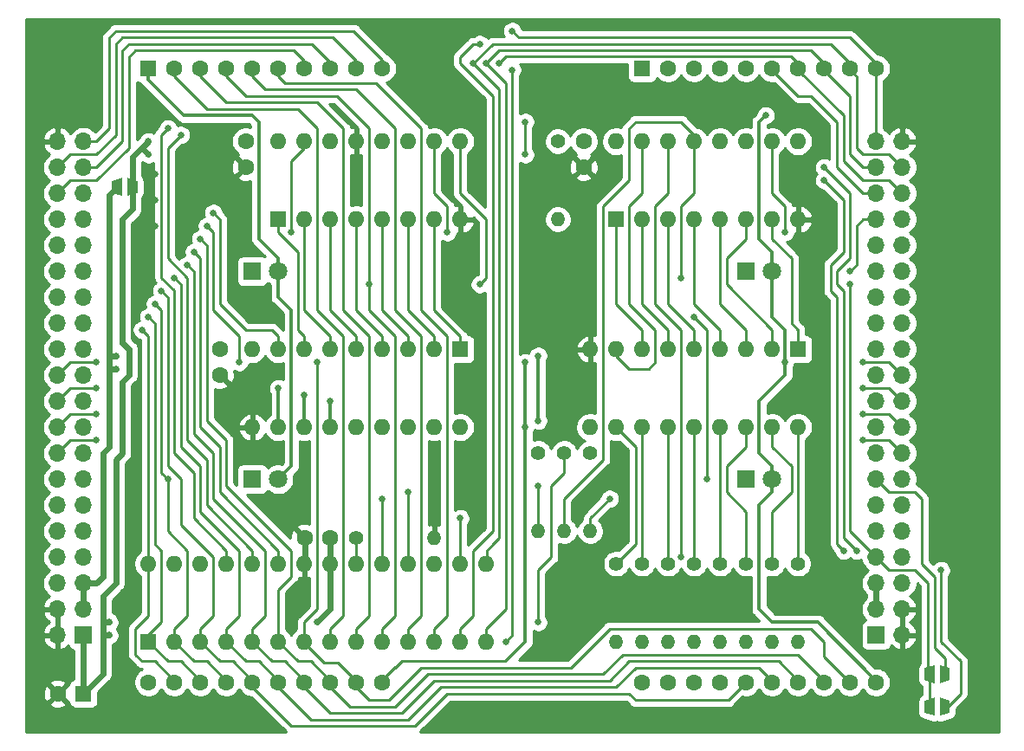
<source format=gtl>
G04 #@! TF.GenerationSoftware,KiCad,Pcbnew,(5.1.5)-3*
G04 #@! TF.CreationDate,2020-05-04T16:27:50+09:00*
G04 #@! TF.ProjectId,bf-005,62662d30-3035-42e6-9b69-6361645f7063,V02L04*
G04 #@! TF.SameCoordinates,Original*
G04 #@! TF.FileFunction,Copper,L1,Top*
G04 #@! TF.FilePolarity,Positive*
%FSLAX46Y46*%
G04 Gerber Fmt 4.6, Leading zero omitted, Abs format (unit mm)*
G04 Created by KiCad (PCBNEW (5.1.5)-3) date 2020-05-04 16:27:50*
%MOMM*%
%LPD*%
G04 APERTURE LIST*
%ADD10C,1.600000*%
%ADD11R,1.600000X1.600000*%
%ADD12C,0.100000*%
%ADD13C,1.800000*%
%ADD14R,1.800000X1.800000*%
%ADD15R,1.700000X1.700000*%
%ADD16O,1.700000X1.700000*%
%ADD17O,1.400000X1.400000*%
%ADD18C,1.400000*%
%ADD19O,1.600000X1.600000*%
%ADD20C,0.650000*%
%ADD21C,0.250000*%
%ADD22C,0.600000*%
%ADD23C,0.350000*%
%ADD24C,0.300000*%
%ADD25C,0.254000*%
G04 APERTURE END LIST*
D10*
X101600000Y-126520000D03*
X104140000Y-126520000D03*
X106680000Y-126520000D03*
X109220000Y-126520000D03*
X111760000Y-126520000D03*
X114300000Y-126520000D03*
X116840000Y-126520000D03*
X119380000Y-126520000D03*
X121920000Y-126520000D03*
X124460000Y-126520000D03*
X124460000Y-66520000D03*
X121920000Y-66520000D03*
X119380000Y-66520000D03*
X116840000Y-66520000D03*
X114300000Y-66520000D03*
X111760000Y-66520000D03*
X109220000Y-66520000D03*
X104140000Y-66520000D03*
D11*
X101600000Y-66520000D03*
D10*
X106680000Y-66520000D03*
X149860000Y-126520000D03*
X152400000Y-126520000D03*
X154940000Y-126520000D03*
X157480000Y-126520000D03*
X160020000Y-126520000D03*
X162560000Y-126520000D03*
X165100000Y-126520000D03*
X167640000Y-126520000D03*
X170180000Y-126520000D03*
X172720000Y-126520000D03*
X172720000Y-66520000D03*
X170180000Y-66520000D03*
X167640000Y-66520000D03*
X165100000Y-66520000D03*
X162560000Y-66520000D03*
X160020000Y-66520000D03*
X157480000Y-66520000D03*
X152400000Y-66520000D03*
D11*
X149860000Y-66520000D03*
D10*
X154940000Y-66520000D03*
G04 #@! TA.AperFunction,SMDPad,CuDef*
D12*
G36*
X178435000Y-124830000D02*
G01*
X178435000Y-126630000D01*
X177435000Y-126330000D01*
X177435000Y-125130000D01*
X178435000Y-124830000D01*
G37*
G04 #@! TD.AperFunction*
G04 #@! TA.AperFunction,SMDPad,CuDef*
G36*
X179935000Y-125130000D02*
G01*
X179935000Y-126330000D01*
X178935000Y-126630000D01*
X178935000Y-124830000D01*
X179935000Y-125130000D01*
G37*
G04 #@! TD.AperFunction*
G04 #@! TA.AperFunction,SMDPad,CuDef*
G36*
X178435000Y-128005000D02*
G01*
X178435000Y-129805000D01*
X177435000Y-129505000D01*
X177435000Y-128305000D01*
X178435000Y-128005000D01*
G37*
G04 #@! TD.AperFunction*
G04 #@! TA.AperFunction,SMDPad,CuDef*
G36*
X179935000Y-128305000D02*
G01*
X179935000Y-129505000D01*
X178935000Y-129805000D01*
X178935000Y-128005000D01*
X179935000Y-128305000D01*
G37*
G04 #@! TD.AperFunction*
G04 #@! TA.AperFunction,SMDPad,CuDef*
G36*
X99560000Y-79005000D02*
G01*
X99560000Y-77205000D01*
X100560000Y-77505000D01*
X100560000Y-78705000D01*
X99560000Y-79005000D01*
G37*
G04 #@! TD.AperFunction*
G04 #@! TA.AperFunction,SMDPad,CuDef*
G36*
X98060000Y-78705000D02*
G01*
X98060000Y-77505000D01*
X99060000Y-77205000D01*
X99060000Y-79005000D01*
X98060000Y-78705000D01*
G37*
G04 #@! TD.AperFunction*
D11*
X95250000Y-127635000D03*
D10*
X92750000Y-127635000D03*
X119380000Y-112395000D03*
X116880000Y-112395000D03*
X144145000Y-76160000D03*
X144145000Y-73660000D03*
X111125000Y-73660000D03*
X111125000Y-76160000D03*
X108585000Y-96480000D03*
X108585000Y-93980000D03*
D13*
X114300000Y-106680000D03*
D14*
X111760000Y-106680000D03*
X111760000Y-86360000D03*
D13*
X114300000Y-86360000D03*
X162560000Y-106680000D03*
D14*
X160020000Y-106680000D03*
X160020000Y-86360000D03*
D13*
X162560000Y-86360000D03*
D15*
X95250000Y-121920000D03*
D16*
X92710000Y-121920000D03*
X95250000Y-119380000D03*
X92710000Y-119380000D03*
X95250000Y-116840000D03*
X92710000Y-116840000D03*
X95250000Y-114300000D03*
X92710000Y-114300000D03*
X95250000Y-111760000D03*
X92710000Y-111760000D03*
X95250000Y-109220000D03*
X92710000Y-109220000D03*
X95250000Y-106680000D03*
X92710000Y-106680000D03*
X95250000Y-104140000D03*
X92710000Y-104140000D03*
X95250000Y-101600000D03*
X92710000Y-101600000D03*
X95250000Y-99060000D03*
X92710000Y-99060000D03*
X95250000Y-96520000D03*
X92710000Y-96520000D03*
X95250000Y-93980000D03*
X92710000Y-93980000D03*
X95250000Y-91440000D03*
X92710000Y-91440000D03*
X95250000Y-88900000D03*
X92710000Y-88900000D03*
X95250000Y-86360000D03*
X92710000Y-86360000D03*
X95250000Y-83820000D03*
X92710000Y-83820000D03*
X95250000Y-81280000D03*
X92710000Y-81280000D03*
X95250000Y-78740000D03*
X92710000Y-78740000D03*
X95250000Y-76200000D03*
X92710000Y-76200000D03*
X95250000Y-73660000D03*
X92710000Y-73660000D03*
D15*
X172720000Y-121920000D03*
D16*
X175260000Y-121920000D03*
X172720000Y-119380000D03*
X175260000Y-119380000D03*
X172720000Y-116840000D03*
X175260000Y-116840000D03*
X172720000Y-114300000D03*
X175260000Y-114300000D03*
X172720000Y-111760000D03*
X175260000Y-111760000D03*
X172720000Y-109220000D03*
X175260000Y-109220000D03*
X172720000Y-106680000D03*
X175260000Y-106680000D03*
X172720000Y-104140000D03*
X175260000Y-104140000D03*
X172720000Y-101600000D03*
X175260000Y-101600000D03*
X172720000Y-99060000D03*
X175260000Y-99060000D03*
X172720000Y-96520000D03*
X175260000Y-96520000D03*
X172720000Y-93980000D03*
X175260000Y-93980000D03*
X172720000Y-91440000D03*
X175260000Y-91440000D03*
X172720000Y-88900000D03*
X175260000Y-88900000D03*
X172720000Y-86360000D03*
X175260000Y-86360000D03*
X172720000Y-83820000D03*
X175260000Y-83820000D03*
X172720000Y-81280000D03*
X175260000Y-81280000D03*
X172720000Y-78740000D03*
X175260000Y-78740000D03*
X172720000Y-76200000D03*
X175260000Y-76200000D03*
X172720000Y-73660000D03*
X175260000Y-73660000D03*
D17*
X129540000Y-112395000D03*
D18*
X121920000Y-112395000D03*
X139700000Y-104140000D03*
D17*
X139700000Y-111760000D03*
D18*
X142240000Y-104140000D03*
D17*
X142240000Y-111760000D03*
X144780000Y-111760000D03*
D18*
X144780000Y-104140000D03*
X141605000Y-73660000D03*
D17*
X141605000Y-81280000D03*
X165100000Y-122555000D03*
D18*
X165100000Y-114935000D03*
X162560000Y-114935000D03*
D17*
X162560000Y-122555000D03*
X160020000Y-122555000D03*
D18*
X160020000Y-114935000D03*
X157480000Y-114935000D03*
D17*
X157480000Y-122555000D03*
X154940000Y-122555000D03*
D18*
X154940000Y-114935000D03*
X152400000Y-114935000D03*
D17*
X152400000Y-122555000D03*
D18*
X149860000Y-114935000D03*
D17*
X149860000Y-122555000D03*
X147320000Y-122555000D03*
D18*
X147320000Y-114935000D03*
D11*
X101600000Y-122555000D03*
D19*
X134620000Y-114935000D03*
X104140000Y-122555000D03*
X132080000Y-114935000D03*
X106680000Y-122555000D03*
X129540000Y-114935000D03*
X109220000Y-122555000D03*
X127000000Y-114935000D03*
X111760000Y-122555000D03*
X124460000Y-114935000D03*
X114300000Y-122555000D03*
X121920000Y-114935000D03*
X116840000Y-122555000D03*
X119380000Y-114935000D03*
X119380000Y-122555000D03*
X116840000Y-114935000D03*
X121920000Y-122555000D03*
X114300000Y-114935000D03*
X124460000Y-122555000D03*
X111760000Y-114935000D03*
X127000000Y-122555000D03*
X109220000Y-114935000D03*
X129540000Y-122555000D03*
X106680000Y-114935000D03*
X132080000Y-122555000D03*
X104140000Y-114935000D03*
X134620000Y-122555000D03*
X101600000Y-114935000D03*
X147320000Y-73660000D03*
X165100000Y-81280000D03*
X149860000Y-73660000D03*
X162560000Y-81280000D03*
X152400000Y-73660000D03*
X160020000Y-81280000D03*
X154940000Y-73660000D03*
X157480000Y-81280000D03*
X157480000Y-73660000D03*
X154940000Y-81280000D03*
X160020000Y-73660000D03*
X152400000Y-81280000D03*
X162560000Y-73660000D03*
X149860000Y-81280000D03*
X165100000Y-73660000D03*
D11*
X147320000Y-81280000D03*
X114300000Y-81280000D03*
D19*
X132080000Y-73660000D03*
X116840000Y-81280000D03*
X129540000Y-73660000D03*
X119380000Y-81280000D03*
X127000000Y-73660000D03*
X121920000Y-81280000D03*
X124460000Y-73660000D03*
X124460000Y-81280000D03*
X121920000Y-73660000D03*
X127000000Y-81280000D03*
X119380000Y-73660000D03*
X129540000Y-81280000D03*
X116840000Y-73660000D03*
X132080000Y-81280000D03*
X114300000Y-73660000D03*
X165100000Y-101600000D03*
X144780000Y-93980000D03*
X162560000Y-101600000D03*
X147320000Y-93980000D03*
X160020000Y-101600000D03*
X149860000Y-93980000D03*
X157480000Y-101600000D03*
X152400000Y-93980000D03*
X154940000Y-101600000D03*
X154940000Y-93980000D03*
X152400000Y-101600000D03*
X157480000Y-93980000D03*
X149860000Y-101600000D03*
X160020000Y-93980000D03*
X147320000Y-101600000D03*
X162560000Y-93980000D03*
X144780000Y-101600000D03*
D11*
X165100000Y-93980000D03*
X132080000Y-93980000D03*
D19*
X111760000Y-101600000D03*
X129540000Y-93980000D03*
X114300000Y-101600000D03*
X127000000Y-93980000D03*
X116840000Y-101600000D03*
X124460000Y-93980000D03*
X119380000Y-101600000D03*
X121920000Y-93980000D03*
X121920000Y-101600000D03*
X119380000Y-93980000D03*
X124460000Y-101600000D03*
X116840000Y-93980000D03*
X127000000Y-101600000D03*
X114300000Y-93980000D03*
X129540000Y-101600000D03*
X111760000Y-93980000D03*
X132080000Y-101600000D03*
D20*
X118110000Y-120650000D03*
X101600000Y-74930000D03*
X139700000Y-120650000D03*
X97790000Y-121920000D03*
X101600000Y-73660000D03*
X97790000Y-120650000D03*
X154940000Y-129540000D03*
X165100000Y-129540000D03*
X170180000Y-129540000D03*
X182880000Y-124460000D03*
X182880000Y-129540000D03*
X104140000Y-130175000D03*
X93980000Y-68580000D03*
X160020000Y-129540000D03*
X175260000Y-129540000D03*
X182880000Y-119380000D03*
X182880000Y-114300000D03*
X175260000Y-124460000D03*
X182880000Y-109220000D03*
X91440000Y-68580000D03*
X182880000Y-104140000D03*
X182880000Y-99060000D03*
X182880000Y-93980000D03*
X149860000Y-129540000D03*
X177800000Y-73660000D03*
X177800000Y-68580000D03*
X182880000Y-73660000D03*
X138430000Y-78740000D03*
X106680000Y-80010000D03*
X124460000Y-62230000D03*
X90170000Y-129540000D03*
X90170000Y-88900000D03*
X129540000Y-106680000D03*
X129540000Y-62230000D03*
X138430000Y-81280000D03*
X139700000Y-66675000D03*
X139700000Y-62230000D03*
X144145000Y-81280000D03*
X90170000Y-93980000D03*
X90170000Y-124460000D03*
X116840000Y-107315000D03*
X134620000Y-62230000D03*
X131445000Y-86360000D03*
X100330000Y-118110000D03*
X116840000Y-118110000D03*
X101600000Y-71120000D03*
X182880000Y-63500000D03*
X111760000Y-96520000D03*
X133350000Y-104140000D03*
X90170000Y-109220000D03*
X182880000Y-68580000D03*
X90170000Y-99060000D03*
X90170000Y-114300000D03*
X144145000Y-86360000D03*
X90170000Y-83820000D03*
X144780000Y-129540000D03*
X139700000Y-129540000D03*
X100330000Y-116840000D03*
X90170000Y-73660000D03*
X102235000Y-79375000D03*
X100330000Y-101600000D03*
X134620000Y-129540000D03*
X102235000Y-76835000D03*
X139065000Y-86360000D03*
X90170000Y-104140000D03*
X90170000Y-119380000D03*
X106680000Y-76835000D03*
X130810000Y-78105000D03*
X177800000Y-63500000D03*
X115570000Y-118110000D03*
X110490000Y-80010000D03*
X102235000Y-81915000D03*
X133985000Y-78105000D03*
X165735000Y-78105000D03*
X90170000Y-78740000D03*
X164465000Y-118110000D03*
X167005000Y-107315000D03*
X149225000Y-118110000D03*
X167005000Y-104140000D03*
X147320000Y-104775000D03*
X169545000Y-118110000D03*
X99060000Y-125730000D03*
X144145000Y-118110000D03*
X142240000Y-102235000D03*
X133985000Y-93980000D03*
X154305000Y-118110000D03*
X133350000Y-106680000D03*
X159385000Y-118110000D03*
X93980000Y-63500000D03*
X98425000Y-130175000D03*
X121920000Y-78105000D03*
X91440000Y-63500000D03*
X177800000Y-88900000D03*
X177800000Y-99060000D03*
X177800000Y-104140000D03*
X177800000Y-83820000D03*
X177800000Y-78740000D03*
X177800000Y-93980000D03*
X182880000Y-83820000D03*
X182880000Y-78740000D03*
X182880000Y-88900000D03*
X98425000Y-95885000D03*
X98425000Y-94615000D03*
X138430000Y-95250000D03*
X138430000Y-101600000D03*
X123190000Y-87630000D03*
X170180000Y-86360000D03*
X135890000Y-66040000D03*
X133985000Y-64135000D03*
X134620000Y-66040000D03*
X133350000Y-66040000D03*
X136525000Y-122555000D03*
X137160000Y-66675000D03*
X137160000Y-62865000D03*
X110489000Y-95250000D03*
X118110000Y-95250000D03*
X107315000Y-81915000D03*
X106680000Y-83185000D03*
X105410000Y-85725000D03*
X104140000Y-86995000D03*
X102870000Y-88265000D03*
X156210000Y-106680000D03*
X154940000Y-90805000D03*
X102235000Y-89535000D03*
X103505000Y-106680000D03*
X101600000Y-90805000D03*
X100965000Y-92075000D03*
X171450000Y-95250000D03*
X161925000Y-71120000D03*
X139700000Y-100965000D03*
X163830000Y-95250000D03*
X96520000Y-102870000D03*
X139700000Y-94615000D03*
X179070000Y-115570000D03*
X167640000Y-76200000D03*
X170815000Y-113665000D03*
X103505000Y-72390000D03*
X169545000Y-113665000D03*
X167640000Y-77470000D03*
X104775000Y-73025000D03*
X153670000Y-86995000D03*
X106045000Y-84455000D03*
X124460000Y-108585000D03*
X127000000Y-107950000D03*
X146685000Y-108585000D03*
X132080000Y-110490000D03*
X139700000Y-107315000D03*
X171450000Y-102870000D03*
X96520000Y-100330000D03*
X119380000Y-99060000D03*
X171450000Y-100330000D03*
X96520000Y-97790000D03*
X116840000Y-98425000D03*
X114300000Y-97790000D03*
X96520000Y-95250000D03*
X171450000Y-97790000D03*
X133985000Y-87630000D03*
X170180000Y-87630000D03*
X130810000Y-82550000D03*
X163830000Y-82550000D03*
X153670000Y-114300000D03*
X138430000Y-74930000D03*
X138430000Y-71755000D03*
X115570000Y-82550000D03*
X107950000Y-80645000D03*
D21*
X142240000Y-106045000D02*
X140970000Y-107315000D01*
D22*
X119380000Y-112395000D02*
X119380000Y-114935000D01*
D21*
X142240000Y-104140000D02*
X142240000Y-106045000D01*
D22*
X97155000Y-120650000D02*
X97790000Y-120650000D01*
X101600000Y-73660000D02*
X100965000Y-74295000D01*
X99060000Y-81280000D02*
X100060000Y-80280000D01*
X100060000Y-80280000D02*
X100060000Y-78105000D01*
X99695000Y-93980000D02*
X99060000Y-93345000D01*
X99695000Y-96520000D02*
X99695000Y-93980000D01*
X99060000Y-93345000D02*
X99060000Y-81280000D01*
X98425000Y-104775000D02*
X99060000Y-104140000D01*
X98425000Y-116840000D02*
X98425000Y-104775000D01*
X99060000Y-97155000D02*
X99695000Y-96520000D01*
X97790000Y-117475000D02*
X98425000Y-116840000D01*
X99060000Y-104140000D02*
X99060000Y-97155000D01*
X97155000Y-121920000D02*
X97790000Y-121920000D01*
D21*
X140970000Y-114300000D02*
X139700000Y-115570000D01*
D22*
X119380000Y-119380000D02*
X119380000Y-114935000D01*
X100060000Y-75200000D02*
X101600000Y-73660000D01*
X101600000Y-74930000D02*
X100965000Y-74295000D01*
X118110000Y-120650000D02*
X119380000Y-119380000D01*
D21*
X139700000Y-120650000D02*
X139700000Y-115570000D01*
D22*
X100060000Y-78105000D02*
X100060000Y-75200000D01*
D21*
X140970000Y-107315000D02*
X140970000Y-114300000D01*
D22*
X95250000Y-121920000D02*
X95250000Y-127635000D01*
X97155000Y-118110000D02*
X98425000Y-116840000D01*
X95250000Y-127635000D02*
X97155000Y-125730000D01*
X97155000Y-125730000D02*
X97155000Y-118110000D01*
D21*
X121920000Y-74791370D02*
X121920000Y-73660000D01*
D22*
X116880000Y-112395000D02*
X116880000Y-114895000D01*
X116880000Y-114895000D02*
X116840000Y-114935000D01*
X97790000Y-95885000D02*
X97790000Y-103505000D01*
X97790000Y-103505000D02*
X97155000Y-104140000D01*
X98425000Y-95885000D02*
X97790000Y-95885000D01*
X97790000Y-94615000D02*
X97790000Y-95885000D01*
X97155000Y-116205000D02*
X96520000Y-116840000D01*
X97790000Y-78875000D02*
X98560000Y-78105000D01*
X97790000Y-90805000D02*
X97790000Y-78875000D01*
X97790000Y-90805000D02*
X97790000Y-90305000D01*
X97790000Y-94615000D02*
X97790000Y-90805000D01*
X95250000Y-116840000D02*
X95250000Y-119380000D01*
X98425000Y-94615000D02*
X97790000Y-94615000D01*
X172720000Y-116840000D02*
X172720000Y-119380000D01*
X97155000Y-104140000D02*
X97155000Y-116205000D01*
X96520000Y-116840000D02*
X95250000Y-116840000D01*
D21*
X121920000Y-121285000D02*
X121920000Y-122555000D01*
X123190000Y-92710000D02*
X123190000Y-120015000D01*
X106680000Y-66520000D02*
X106680000Y-67310000D01*
X118110000Y-69850000D02*
X120650000Y-72390000D01*
X109220000Y-69850000D02*
X118110000Y-69850000D01*
X120650000Y-90170000D02*
X123190000Y-92710000D01*
X123190000Y-120015000D02*
X121920000Y-121285000D01*
X106680000Y-67310000D02*
X109220000Y-69850000D01*
X120650000Y-72390000D02*
X120650000Y-90170000D01*
X125730000Y-125095000D02*
X126365000Y-124460000D01*
D23*
X114300000Y-86360000D02*
X114300000Y-88900000D01*
X111760000Y-71120000D02*
X112395000Y-71755000D01*
D24*
X114300000Y-86360000D02*
X114300000Y-85725000D01*
D23*
X115570000Y-105410000D02*
X114300000Y-106680000D01*
X115570000Y-90170000D02*
X115570000Y-105410000D01*
X101600000Y-66520000D02*
X101600000Y-67670000D01*
D24*
X114935000Y-106680000D02*
X114300000Y-106680000D01*
D23*
X112395000Y-71755000D02*
X112395000Y-83185000D01*
X101600000Y-67670000D02*
X105050000Y-71120000D01*
D24*
X114935000Y-106680000D02*
X114300000Y-106680000D01*
D23*
X112395000Y-83185000D02*
X114300000Y-85090000D01*
X114300000Y-88900000D02*
X115570000Y-90170000D01*
X138430000Y-101600000D02*
X138430000Y-95250000D01*
D21*
X126365000Y-124460000D02*
X136525000Y-124460000D01*
D23*
X136525000Y-124460000D02*
X138430000Y-122555000D01*
X124460000Y-126365000D02*
X125730000Y-125095000D01*
D24*
X114300000Y-106680000D02*
X114935000Y-106680000D01*
X114935000Y-106680000D02*
X114300000Y-106680000D01*
D23*
X138430000Y-122555000D02*
X138430000Y-101600000D01*
X124460000Y-126520000D02*
X124460000Y-126365000D01*
X105050000Y-71120000D02*
X111760000Y-71120000D01*
X114300000Y-85090000D02*
X114300000Y-86360000D01*
D21*
X120650000Y-120015000D02*
X119380000Y-121285000D01*
X116205000Y-70485000D02*
X118110000Y-72390000D01*
X104140000Y-67310000D02*
X107315000Y-70485000D01*
X104140000Y-66520000D02*
X104140000Y-67310000D01*
X118110000Y-90170000D02*
X120650000Y-92710000D01*
X119380000Y-121285000D02*
X119380000Y-122555000D01*
X118110000Y-72390000D02*
X118110000Y-90170000D01*
X107315000Y-70485000D02*
X116205000Y-70485000D01*
X120650000Y-92710000D02*
X120650000Y-120015000D01*
X124460000Y-121285000D02*
X124460000Y-122555000D01*
X111125000Y-69215000D02*
X120015000Y-69215000D01*
X170815000Y-81915000D02*
X171450000Y-81280000D01*
X109220000Y-67310000D02*
X111125000Y-69215000D01*
X170180000Y-86360000D02*
X170815000Y-85725000D01*
X125730000Y-92710000D02*
X125730000Y-120015000D01*
X171450000Y-81280000D02*
X172720000Y-81280000D01*
X120015000Y-69215000D02*
X123190000Y-72390000D01*
X123190000Y-72390000D02*
X123190000Y-90170000D01*
X109220000Y-66520000D02*
X109220000Y-67310000D01*
X125730000Y-120015000D02*
X124460000Y-121285000D01*
X123190000Y-90170000D02*
X125730000Y-92710000D01*
X170815000Y-85725000D02*
X170815000Y-81915000D01*
X127000000Y-121285000D02*
X127000000Y-122555000D01*
X128270000Y-120015000D02*
X127000000Y-121285000D01*
X128270000Y-92710000D02*
X128270000Y-120015000D01*
X111760000Y-67310000D02*
X113030000Y-68580000D01*
X111760000Y-66520000D02*
X111760000Y-67310000D01*
X113030000Y-68580000D02*
X121920000Y-68580000D01*
X125730000Y-90170000D02*
X128270000Y-92710000D01*
X125730000Y-72390000D02*
X125730000Y-90170000D01*
X121920000Y-68580000D02*
X125730000Y-72390000D01*
X162560000Y-66520000D02*
X162560000Y-66675000D01*
X168910000Y-76200000D02*
X171450000Y-78740000D01*
X114935000Y-67945000D02*
X123825000Y-67945000D01*
X123825000Y-67945000D02*
X128270000Y-72390000D01*
X128270000Y-72390000D02*
X128270000Y-90170000D01*
X166370000Y-69215000D02*
X168910000Y-71755000D01*
X130810000Y-120015000D02*
X129540000Y-121285000D01*
X114300000Y-67310000D02*
X114935000Y-67945000D01*
X130810000Y-92710000D02*
X130810000Y-120015000D01*
X165100000Y-69215000D02*
X166370000Y-69215000D01*
X171450000Y-78740000D02*
X172720000Y-78740000D01*
X162560000Y-66675000D02*
X165100000Y-69215000D01*
X114300000Y-66520000D02*
X114300000Y-67310000D01*
X128270000Y-90170000D02*
X130810000Y-92710000D01*
X168910000Y-71755000D02*
X168910000Y-76200000D01*
X129540000Y-121285000D02*
X129540000Y-122555000D01*
X99695000Y-74295000D02*
X96520000Y-77470000D01*
X135255000Y-69215000D02*
X135255000Y-111760000D01*
X133985000Y-64135000D02*
X133350000Y-64135000D01*
X99695000Y-65405000D02*
X99695000Y-74295000D01*
X132080000Y-65405000D02*
X132080000Y-66040000D01*
X164404999Y-65344999D02*
X136585001Y-65344999D01*
X116840000Y-65786000D02*
X115824000Y-64770000D01*
X133350000Y-120015000D02*
X132080000Y-121285000D01*
X132080000Y-66040000D02*
X135255000Y-69215000D01*
X165100000Y-66520000D02*
X165100000Y-66040000D01*
X133350000Y-113665000D02*
X133350000Y-120015000D01*
X115824000Y-64770000D02*
X100330000Y-64770000D01*
X136585001Y-65344999D02*
X135890000Y-66040000D01*
X165100000Y-66040000D02*
X164404999Y-65344999D01*
X132080000Y-121285000D02*
X132080000Y-122555000D01*
X100330000Y-64770000D02*
X99695000Y-65405000D01*
X96520000Y-77470000D02*
X93980000Y-77470000D01*
X116840000Y-66520000D02*
X116840000Y-65786000D01*
X135255000Y-111760000D02*
X133350000Y-113665000D01*
X93980000Y-77470000D02*
X92710000Y-78740000D01*
X171450000Y-77470000D02*
X173990000Y-77470000D01*
X165100000Y-66675000D02*
X169545000Y-71120000D01*
X169545000Y-71120000D02*
X169545000Y-75565000D01*
X173990000Y-77470000D02*
X175260000Y-78740000D01*
X165100000Y-66520000D02*
X165100000Y-66675000D01*
X169545000Y-75565000D02*
X171450000Y-77470000D01*
X133350000Y-64135000D02*
X132080000Y-65405000D01*
X119380000Y-66520000D02*
X119380000Y-66675000D01*
X167640000Y-66040000D02*
X166370000Y-64770000D01*
X117602000Y-64135000D02*
X99695000Y-64135000D01*
X96520000Y-76200000D02*
X95250000Y-76200000D01*
X99695000Y-64135000D02*
X99060000Y-64770000D01*
X167640000Y-66520000D02*
X167640000Y-66675000D01*
X136525000Y-67945000D02*
X134620000Y-66040000D01*
X136525000Y-119380000D02*
X136525000Y-67945000D01*
X170180000Y-69215000D02*
X170180000Y-74930000D01*
X167640000Y-66520000D02*
X167640000Y-66040000D01*
X167640000Y-66675000D02*
X170180000Y-69215000D01*
X171450000Y-76200000D02*
X172720000Y-76200000D01*
X119380000Y-66520000D02*
X119380000Y-65913000D01*
X99060000Y-64770000D02*
X99060000Y-73660000D01*
X166370000Y-64770000D02*
X135890000Y-64770000D01*
X99060000Y-73660000D02*
X96520000Y-76200000D01*
X135890000Y-64770000D02*
X134620000Y-66040000D01*
X119380000Y-65913000D02*
X117602000Y-64135000D01*
X134620000Y-122555000D02*
X134620000Y-121285000D01*
X170180000Y-74930000D02*
X171450000Y-76200000D01*
X134620000Y-121285000D02*
X136525000Y-119380000D01*
X134620000Y-122555000D02*
X134620000Y-121920000D01*
X93980000Y-74930000D02*
X92710000Y-76200000D01*
X98425000Y-64135000D02*
X98425000Y-73025000D01*
X135890000Y-68580000D02*
X135890000Y-112395000D01*
X121920000Y-65786000D02*
X119634000Y-63500000D01*
X135255000Y-64135000D02*
X133350000Y-66040000D01*
X133350000Y-66040000D02*
X135890000Y-68580000D01*
X121920000Y-66520000D02*
X121920000Y-65786000D01*
X135287987Y-113030000D02*
X134652987Y-113665000D01*
X134652987Y-113665000D02*
X134620000Y-114935000D01*
X170180000Y-66040000D02*
X168275000Y-64135000D01*
X170180000Y-66520000D02*
X170180000Y-66040000D01*
X98425000Y-73025000D02*
X96520000Y-74930000D01*
X99060000Y-63500000D02*
X98425000Y-64135000D01*
X135890000Y-112395000D02*
X135287987Y-112997013D01*
X119634000Y-63500000D02*
X99060000Y-63500000D01*
X96520000Y-74930000D02*
X93980000Y-74930000D01*
X168275000Y-64135000D02*
X135255000Y-64135000D01*
X173990000Y-74930000D02*
X175260000Y-76200000D01*
X135287987Y-112997013D02*
X135287987Y-113030000D01*
X170815000Y-67310000D02*
X170815000Y-74295000D01*
X170815000Y-74295000D02*
X171450000Y-74930000D01*
X170180000Y-66675000D02*
X170815000Y-67310000D01*
X170180000Y-66520000D02*
X170180000Y-66675000D01*
X171450000Y-74930000D02*
X173990000Y-74930000D01*
X98425000Y-62865000D02*
X97790000Y-63500000D01*
X97790000Y-63500000D02*
X97790000Y-72390000D01*
X97790000Y-72390000D02*
X96520000Y-73660000D01*
X137795000Y-63500000D02*
X137160000Y-62865000D01*
X137795000Y-63500000D02*
X170180000Y-63500000D01*
X121666000Y-62865000D02*
X98425000Y-62865000D01*
X124460000Y-65659000D02*
X121666000Y-62865000D01*
X124460000Y-66520000D02*
X124460000Y-65659000D01*
X172720000Y-66040000D02*
X170180000Y-63500000D01*
X172720000Y-66520000D02*
X172720000Y-73660000D01*
X137160000Y-121920000D02*
X136525000Y-122555000D01*
X137160000Y-66675000D02*
X137160000Y-121920000D01*
X172720000Y-66520000D02*
X172720000Y-66040000D01*
X96520000Y-73660000D02*
X95250000Y-73660000D01*
X118110000Y-111125000D02*
X118110000Y-117475000D01*
X167640000Y-123980000D02*
X170180000Y-126520000D01*
X125095000Y-128270000D02*
X128270000Y-125095000D01*
X146685000Y-121285000D02*
X166370000Y-121285000D01*
X116840000Y-120650000D02*
X118110000Y-119380000D01*
X121920000Y-126520000D02*
X121920000Y-127000000D01*
X116840000Y-122671602D02*
X118745000Y-124576602D01*
X120131602Y-124576602D02*
X118745000Y-124576602D01*
X118110000Y-109855000D02*
X118110000Y-111760000D01*
X118110000Y-109220000D02*
X118110000Y-109855000D01*
X167640000Y-122555000D02*
X167640000Y-123980000D01*
X142875000Y-125095000D02*
X146685000Y-121285000D01*
X116840000Y-122555000D02*
X116840000Y-122671602D01*
X118110000Y-119380000D02*
X118110000Y-117475000D01*
X128270000Y-125095000D02*
X142875000Y-125095000D01*
X118110000Y-109855000D02*
X118110000Y-95250000D01*
X121920000Y-126365000D02*
X120131602Y-124576602D01*
X116840000Y-120650000D02*
X116840000Y-122555000D01*
X121920000Y-126520000D02*
X121920000Y-126365000D01*
X166370000Y-121285000D02*
X167640000Y-122555000D01*
X123190000Y-128270000D02*
X125095000Y-128270000D01*
X121920000Y-127000000D02*
X123190000Y-128270000D01*
X110490000Y-92710000D02*
X110489000Y-95250000D01*
X107950000Y-90170000D02*
X110490000Y-92710000D01*
X107315000Y-81915000D02*
X107950000Y-82550000D01*
X107950000Y-82550000D02*
X107950000Y-90170000D01*
X119380000Y-126365000D02*
X117475000Y-124460000D01*
X117475000Y-124460000D02*
X116205000Y-124460000D01*
X128905000Y-125730000D02*
X146050000Y-125730000D01*
X146050000Y-125730000D02*
X147955000Y-123825000D01*
X119380000Y-126520000D02*
X119380000Y-127000000D01*
X167640000Y-126365000D02*
X167640000Y-126520000D01*
X147955000Y-123825000D02*
X165100000Y-123825000D01*
X121285000Y-128905000D02*
X125730000Y-128905000D01*
X165100000Y-123825000D02*
X167640000Y-126365000D01*
X125730000Y-128905000D02*
X128905000Y-125730000D01*
X119380000Y-127000000D02*
X121285000Y-128905000D01*
X114300000Y-122555000D02*
X116205000Y-124460000D01*
X119380000Y-126520000D02*
X119380000Y-126365000D01*
X114300000Y-117475000D02*
X114300000Y-122555000D01*
X115570000Y-116205000D02*
X114300000Y-117475000D01*
X115570000Y-113665000D02*
X115570000Y-116205000D01*
X109220000Y-102870000D02*
X109220000Y-107315000D01*
X109220000Y-107315000D02*
X115570000Y-113665000D01*
X106680000Y-83185000D02*
X107315000Y-83820000D01*
X107315000Y-83820000D02*
X107315000Y-100965000D01*
X107315000Y-100965000D02*
X109220000Y-102870000D01*
X163195000Y-124460000D02*
X165100000Y-126365000D01*
X146685000Y-126365000D02*
X148590000Y-124460000D01*
X116840000Y-126365000D02*
X114935000Y-124460000D01*
X116840000Y-126520000D02*
X116840000Y-127000000D01*
X129540000Y-126365000D02*
X146685000Y-126365000D01*
X165100000Y-126365000D02*
X165100000Y-126520000D01*
X148590000Y-124460000D02*
X163195000Y-124460000D01*
X114935000Y-124460000D02*
X113665000Y-124460000D01*
X116840000Y-127000000D02*
X119380000Y-129540000D01*
X116840000Y-126520000D02*
X116840000Y-126365000D01*
X119380000Y-129540000D02*
X126365000Y-129540000D01*
X126365000Y-129540000D02*
X129540000Y-126365000D01*
X111760000Y-122555000D02*
X113665000Y-124460000D01*
X111760000Y-121285000D02*
X111760000Y-122555000D01*
X113030000Y-120015000D02*
X111760000Y-121285000D01*
X113030000Y-113665000D02*
X113030000Y-120015000D01*
X105410000Y-85725000D02*
X106045000Y-86360000D01*
X106045000Y-86360000D02*
X106045000Y-102235000D01*
X106045000Y-102235000D02*
X107950000Y-104140000D01*
X107950000Y-104140000D02*
X107950000Y-108585000D01*
X107950000Y-108585000D02*
X113030000Y-113665000D01*
X161290000Y-125095000D02*
X162560000Y-126365000D01*
X162560000Y-126365000D02*
X162560000Y-126520000D01*
X147320000Y-127000000D02*
X149225000Y-125095000D01*
X109220000Y-122555000D02*
X111125000Y-124460000D01*
X114300000Y-126520000D02*
X114300000Y-127000000D01*
X127000000Y-130175000D02*
X130175000Y-127000000D01*
X130175000Y-127000000D02*
X147320000Y-127000000D01*
X114300000Y-126365000D02*
X112395000Y-124460000D01*
X114300000Y-126520000D02*
X114300000Y-126365000D01*
X112395000Y-124460000D02*
X111125000Y-124460000D01*
X114300000Y-127000000D02*
X117475000Y-130175000D01*
X117475000Y-130175000D02*
X127000000Y-130175000D01*
X149225000Y-125095000D02*
X161290000Y-125095000D01*
X109220000Y-121285000D02*
X109220000Y-122555000D01*
X110490000Y-120015000D02*
X109220000Y-121285000D01*
X110490000Y-113665000D02*
X110490000Y-120015000D01*
X104775000Y-87630000D02*
X104775000Y-103505000D01*
X104140000Y-86995000D02*
X104775000Y-87630000D01*
X104775000Y-103505000D02*
X106680000Y-105410000D01*
X106680000Y-105410000D02*
X106680000Y-109855000D01*
X106680000Y-109855000D02*
X110490000Y-113665000D01*
X111760000Y-126520000D02*
X111760000Y-126365000D01*
X111760000Y-126365000D02*
X109855000Y-124460000D01*
X115570000Y-130810000D02*
X127635000Y-130810000D01*
X111760000Y-127000000D02*
X115570000Y-130810000D01*
X149225000Y-128270000D02*
X158270000Y-128270000D01*
X158270000Y-128270000D02*
X160020000Y-126520000D01*
X127635000Y-130810000D02*
X130810000Y-127635000D01*
X130810000Y-127635000D02*
X148590000Y-127635000D01*
X148590000Y-127635000D02*
X149225000Y-128270000D01*
X109855000Y-124460000D02*
X108585000Y-124460000D01*
X106680000Y-122555000D02*
X108585000Y-124460000D01*
X111760000Y-126520000D02*
X111760000Y-127000000D01*
X107950000Y-114300000D02*
X107950000Y-120015000D01*
X107950000Y-120015000D02*
X106680000Y-121285000D01*
X102870000Y-88265000D02*
X103505000Y-88900000D01*
X104775000Y-106680000D02*
X104775000Y-111125000D01*
X103505000Y-88900000D02*
X103505000Y-105410000D01*
X106680000Y-121285000D02*
X106680000Y-122555000D01*
X103505000Y-105410000D02*
X104775000Y-106680000D01*
X104775000Y-111125000D02*
X107950000Y-114300000D01*
X109220000Y-126520000D02*
X109220000Y-126365000D01*
X107315000Y-124460000D02*
X106045000Y-124460000D01*
X104140000Y-122555000D02*
X106045000Y-124460000D01*
X109220000Y-126365000D02*
X107315000Y-124460000D01*
X156210000Y-106680000D02*
X156210000Y-92075000D01*
X156210000Y-92075000D02*
X154940000Y-90805000D01*
X102870000Y-106045000D02*
X103505000Y-106680000D01*
X102235000Y-89535000D02*
X102870000Y-90170000D01*
X102870000Y-90170000D02*
X102870000Y-106045000D01*
X105410000Y-120015000D02*
X104140000Y-121285000D01*
X105410000Y-113665000D02*
X105410000Y-120015000D01*
X103505000Y-106680000D02*
X103505000Y-111760000D01*
X104140000Y-121285000D02*
X104140000Y-122555000D01*
X103505000Y-111760000D02*
X105410000Y-113665000D01*
X106680000Y-126365000D02*
X104775000Y-124460000D01*
X106680000Y-126520000D02*
X106680000Y-126365000D01*
X103505000Y-124460000D02*
X101600000Y-122555000D01*
X104775000Y-124460000D02*
X103505000Y-124460000D01*
X101600000Y-121920000D02*
X101600000Y-122555000D01*
X102870000Y-120650000D02*
X101600000Y-121920000D01*
X102870000Y-117475000D02*
X102870000Y-120650000D01*
X102855329Y-113665000D02*
X102870000Y-117475000D01*
X102855329Y-113650329D02*
X102855329Y-113665000D01*
X101600000Y-90805000D02*
X102235000Y-91440000D01*
X102235000Y-113030000D02*
X102855329Y-113650329D01*
X102235000Y-91440000D02*
X102235000Y-113030000D01*
X101600000Y-114935000D02*
X101600000Y-114300000D01*
X100965000Y-124460000D02*
X102235000Y-124460000D01*
X104140000Y-126365000D02*
X104140000Y-126520000D01*
X101600000Y-114935000D02*
X101600000Y-120015000D01*
X101600000Y-120015000D02*
X100330000Y-121285000D01*
X102235000Y-124460000D02*
X104140000Y-126365000D01*
X100330000Y-121285000D02*
X100330000Y-123825000D01*
X100330000Y-123825000D02*
X100965000Y-124460000D01*
X101600000Y-92710000D02*
X101600000Y-114935000D01*
X100965000Y-92075000D02*
X101600000Y-92710000D01*
X175260000Y-96520000D02*
X173990000Y-95250000D01*
D23*
X172720000Y-126365000D02*
X172720000Y-126520000D01*
X139700000Y-94615000D02*
X139700000Y-100965000D01*
X162560000Y-84455000D02*
X162560000Y-86360000D01*
X161925000Y-71120000D02*
X161290000Y-71755000D01*
X161290000Y-99060000D02*
X161290000Y-104140000D01*
X167005000Y-120650000D02*
X172720000Y-126365000D01*
X162560000Y-86360000D02*
X162560000Y-90805000D01*
X161290000Y-71755000D02*
X161290000Y-83185000D01*
X162560000Y-105410000D02*
X162560000Y-106680000D01*
X162560000Y-90805000D02*
X163830000Y-92075000D01*
X161290000Y-83185000D02*
X162560000Y-84455000D01*
X162560000Y-106680000D02*
X162560000Y-107950000D01*
X162560000Y-107950000D02*
X161290000Y-109220000D01*
D21*
X173990000Y-95250000D02*
X171450000Y-95250000D01*
D23*
X161290000Y-104140000D02*
X162560000Y-105410000D01*
X163830000Y-92075000D02*
X163830000Y-96520000D01*
X162560000Y-120650000D02*
X167005000Y-120650000D01*
X163830000Y-96520000D02*
X161290000Y-99060000D01*
X161290000Y-109220000D02*
X161290000Y-119380000D01*
D21*
X96520000Y-102870000D02*
X93980000Y-102870000D01*
D23*
X161290000Y-119380000D02*
X162560000Y-120650000D01*
D21*
X93980000Y-102870000D02*
X92710000Y-104140000D01*
X180975000Y-124460000D02*
X180975000Y-127635000D01*
X179435000Y-128905000D02*
X179705000Y-128905000D01*
X179070000Y-115570000D02*
X179070000Y-122555000D01*
X179705000Y-128905000D02*
X180975000Y-127635000D01*
X179070000Y-122555000D02*
X180975000Y-124460000D01*
X169545000Y-88265000D02*
X168910000Y-87630000D01*
X170180000Y-85090000D02*
X170180000Y-78740000D01*
X169545000Y-88265000D02*
X169545000Y-112395000D01*
X168910000Y-86360000D02*
X170180000Y-85090000D01*
X170180000Y-78740000D02*
X167640000Y-76200000D01*
X168910000Y-87630000D02*
X168910000Y-86360000D01*
X169545000Y-112395000D02*
X170815000Y-113665000D01*
X109220000Y-113665000D02*
X109220000Y-114935000D01*
X106045000Y-110490000D02*
X109220000Y-113665000D01*
X106045000Y-106045000D02*
X106045000Y-110490000D01*
X104140000Y-104140000D02*
X106045000Y-106045000D01*
X102870000Y-73025000D02*
X102885001Y-73040001D01*
X102885001Y-73040001D02*
X102885001Y-86979999D01*
X104140000Y-88234998D02*
X104140000Y-104140000D01*
X103505000Y-72390000D02*
X102870000Y-73025000D01*
X102885001Y-86979999D02*
X104140000Y-88234998D01*
X168275000Y-85725000D02*
X169545000Y-84455000D01*
X169545000Y-79375000D02*
X167640000Y-77470000D01*
X168910000Y-88900000D02*
X168275000Y-88265000D01*
X168910000Y-88900000D02*
X168910000Y-113030000D01*
X168910000Y-113030000D02*
X169545000Y-113665000D01*
X168275000Y-88265000D02*
X168275000Y-85725000D01*
X169545000Y-84455000D02*
X169545000Y-79375000D01*
X107315000Y-104775000D02*
X107315000Y-109220000D01*
X107315000Y-109220000D02*
X111760000Y-113665000D01*
X104775000Y-73025000D02*
X103505000Y-74295000D01*
X111760000Y-113665000D02*
X111760000Y-114935000D01*
X103505000Y-74295000D02*
X103505000Y-85090000D01*
X103505000Y-85090000D02*
X105410000Y-86995000D01*
X105410000Y-102870000D02*
X107315000Y-104775000D01*
X105410000Y-86995000D02*
X105410000Y-102870000D01*
X149225000Y-71755000D02*
X148590000Y-72390000D01*
X154940000Y-73025000D02*
X153670000Y-71755000D01*
X148590000Y-77470000D02*
X146050000Y-80010000D01*
X148590000Y-72390000D02*
X148590000Y-77470000D01*
X142240000Y-108585000D02*
X146050000Y-104775000D01*
X142240000Y-111760000D02*
X142240000Y-108585000D01*
X154940000Y-78740000D02*
X153670000Y-80010000D01*
X146050000Y-80010000D02*
X146050000Y-104775000D01*
X154940000Y-73660000D02*
X154940000Y-78740000D01*
X154940000Y-73660000D02*
X154940000Y-73025000D01*
X153670000Y-80010000D02*
X153670000Y-86995000D01*
X153670000Y-71755000D02*
X149225000Y-71755000D01*
X114300000Y-113665000D02*
X114300000Y-114935000D01*
X106680000Y-85090000D02*
X106680000Y-101600000D01*
X108585000Y-103505000D02*
X108585000Y-107950000D01*
X106045000Y-84455000D02*
X106680000Y-85090000D01*
X106680000Y-101600000D02*
X108585000Y-103505000D01*
X108585000Y-107950000D02*
X114300000Y-113665000D01*
X124460000Y-108585000D02*
X124460000Y-114935000D01*
X127000000Y-107950000D02*
X127000000Y-114935000D01*
X144780000Y-110490000D02*
X146685000Y-108585000D01*
X179435000Y-124190000D02*
X179435000Y-125730000D01*
X173990000Y-107950000D02*
X176530000Y-107950000D01*
X177165000Y-114935000D02*
X178435000Y-116205000D01*
X178435000Y-123190000D02*
X179435000Y-124190000D01*
X144780000Y-111760000D02*
X144780000Y-110490000D01*
X177165000Y-108585000D02*
X177165000Y-114935000D01*
X178435000Y-116205000D02*
X178435000Y-123190000D01*
X176530000Y-107950000D02*
X177165000Y-108585000D01*
X172720000Y-106680000D02*
X173990000Y-107950000D01*
X132080000Y-114935000D02*
X132080000Y-114300000D01*
X132080000Y-110490000D02*
X132080000Y-114935000D01*
X139700000Y-107315000D02*
X139700000Y-111760000D01*
X175260000Y-104140000D02*
X173990000Y-102870000D01*
X93980000Y-100330000D02*
X92710000Y-101600000D01*
X173990000Y-102870000D02*
X171450000Y-102870000D01*
X96520000Y-100330000D02*
X93980000Y-100330000D01*
X173990000Y-100330000D02*
X171450000Y-100330000D01*
X96520000Y-97790000D02*
X93980000Y-97790000D01*
X93980000Y-97790000D02*
X92710000Y-99060000D01*
X175260000Y-101600000D02*
X173990000Y-100330000D01*
D23*
X119380000Y-101600000D02*
X119380000Y-99060000D01*
X116840000Y-98425000D02*
X116840000Y-101600000D01*
X114300000Y-101600000D02*
X114300000Y-97790000D01*
D21*
X96520000Y-95250000D02*
X93980000Y-95250000D01*
X173990000Y-97790000D02*
X171450000Y-97790000D01*
X175260000Y-99060000D02*
X173990000Y-97790000D01*
X93980000Y-95250000D02*
X92710000Y-96520000D01*
X177935000Y-128905000D02*
X177935000Y-125730000D01*
X134620000Y-86995000D02*
X133985000Y-87630000D01*
X176530000Y-115570000D02*
X177800000Y-116840000D01*
X172720000Y-114300000D02*
X173990000Y-115570000D01*
X132080000Y-78740000D02*
X134620000Y-81280000D01*
X170180000Y-87630000D02*
X170180000Y-111760000D01*
X177800000Y-116840000D02*
X177800000Y-125595000D01*
X132080000Y-73660000D02*
X132080000Y-78740000D01*
X173990000Y-115570000D02*
X176530000Y-115570000D01*
X170180000Y-111760000D02*
X172720000Y-114300000D01*
X134620000Y-81280000D02*
X134620000Y-86995000D01*
X177800000Y-125595000D02*
X177935000Y-125730000D01*
X121920000Y-112395000D02*
X121920000Y-114935000D01*
X129540000Y-78740000D02*
X130810000Y-80010000D01*
X129540000Y-73660000D02*
X129540000Y-78740000D01*
X130810000Y-80010000D02*
X130810000Y-82550000D01*
X163830000Y-80010000D02*
X163830000Y-82550000D01*
X162560000Y-78740000D02*
X163830000Y-80010000D01*
X162560000Y-73660000D02*
X162560000Y-78740000D01*
X165100000Y-101600000D02*
X165100000Y-114935000D01*
X162560000Y-109855000D02*
X162560000Y-114935000D01*
X162560000Y-101600000D02*
X162560000Y-103505000D01*
X164465000Y-105410000D02*
X164465000Y-107950000D01*
X164465000Y-107950000D02*
X162560000Y-109855000D01*
X162560000Y-103505000D02*
X164465000Y-105410000D01*
X160020000Y-103505000D02*
X158115000Y-105410000D01*
X160020000Y-109855000D02*
X160020000Y-114935000D01*
X158115000Y-107950000D02*
X160020000Y-109855000D01*
X158115000Y-105410000D02*
X158115000Y-107950000D01*
X160020000Y-101600000D02*
X160020000Y-103505000D01*
X157480000Y-101600000D02*
X157480000Y-114935000D01*
X154940000Y-101600000D02*
X154940000Y-114935000D01*
X152400000Y-101600000D02*
X152400000Y-114935000D01*
X149860000Y-101600000D02*
X149860000Y-114935000D01*
X149225000Y-113030000D02*
X147320000Y-114935000D01*
X147320000Y-101600000D02*
X149225000Y-103505000D01*
X149225000Y-103505000D02*
X149225000Y-113030000D01*
X153670000Y-92075000D02*
X153670000Y-104140000D01*
X152400000Y-73660000D02*
X152400000Y-78740000D01*
X151130000Y-89535000D02*
X153670000Y-92075000D01*
X153670000Y-104140000D02*
X153670000Y-105410000D01*
X153670000Y-114300000D02*
X153670000Y-104140000D01*
X151130000Y-80010000D02*
X151130000Y-89535000D01*
X152400000Y-78740000D02*
X151130000Y-80010000D01*
X148590000Y-89535000D02*
X151130000Y-92075000D01*
X151130000Y-92075000D02*
X151130000Y-95250000D01*
X149860000Y-73660000D02*
X149860000Y-78740000D01*
X148590000Y-80010000D02*
X148590000Y-89535000D01*
X148590000Y-95885000D02*
X147320000Y-94615000D01*
X149860000Y-78740000D02*
X148590000Y-80010000D01*
X147320000Y-94615000D02*
X147320000Y-93980000D01*
X150495000Y-95885000D02*
X148590000Y-95885000D01*
X151130000Y-95250000D02*
X150495000Y-95885000D01*
X164465000Y-85090000D02*
X162560000Y-83185000D01*
X162560000Y-83185000D02*
X162560000Y-81280000D01*
X165100000Y-92075000D02*
X164465000Y-91440000D01*
X165100000Y-93980000D02*
X165100000Y-92075000D01*
X164465000Y-91440000D02*
X164465000Y-85090000D01*
X162560000Y-93345000D02*
X162560000Y-93980000D01*
X160020000Y-83185000D02*
X158115000Y-85090000D01*
X158115000Y-85090000D02*
X158115000Y-87630000D01*
X158115000Y-87630000D02*
X162560000Y-92075000D01*
X160020000Y-81280000D02*
X160020000Y-83185000D01*
X162560000Y-92075000D02*
X162560000Y-93980000D01*
X160020000Y-92075000D02*
X160020000Y-93980000D01*
X157480000Y-89535000D02*
X160020000Y-92075000D01*
X157480000Y-81280000D02*
X157480000Y-89535000D01*
X154940000Y-81280000D02*
X154940000Y-89535000D01*
X154940000Y-89535000D02*
X157480000Y-92075000D01*
X157480000Y-92075000D02*
X157480000Y-93980000D01*
X152400000Y-89535000D02*
X154940000Y-92075000D01*
X154940000Y-92075000D02*
X154940000Y-93980000D01*
X152400000Y-81280000D02*
X152400000Y-89535000D01*
X149860000Y-89535000D02*
X152400000Y-92075000D01*
X149860000Y-81280000D02*
X149860000Y-89535000D01*
X152400000Y-92075000D02*
X152400000Y-93980000D01*
X138430000Y-71755000D02*
X138430000Y-74930000D01*
X149860000Y-92075000D02*
X149860000Y-93980000D01*
X147320000Y-81280000D02*
X147320000Y-89535000D01*
X147320000Y-89535000D02*
X149860000Y-92075000D01*
X116205000Y-92075000D02*
X116840000Y-92710000D01*
X114300000Y-82550000D02*
X114300000Y-81280000D01*
X116205000Y-84455000D02*
X116205000Y-92075000D01*
X116205000Y-84455000D02*
X114300000Y-82550000D01*
X116840000Y-93980000D02*
X116840000Y-92710000D01*
X119380000Y-92710000D02*
X119380000Y-93980000D01*
X116840000Y-90170000D02*
X119380000Y-92710000D01*
X116840000Y-81280000D02*
X116840000Y-90170000D01*
X121920000Y-92710000D02*
X121920000Y-93980000D01*
X119380000Y-81280000D02*
X119380000Y-90170000D01*
X119380000Y-90170000D02*
X121920000Y-92710000D01*
X124460000Y-92710000D02*
X124460000Y-93980000D01*
X121920000Y-90170000D02*
X124460000Y-92710000D01*
X121920000Y-81280000D02*
X121920000Y-90170000D01*
X124460000Y-81280000D02*
X124460000Y-90170000D01*
X124460000Y-90170000D02*
X127000000Y-92710000D01*
X127000000Y-92710000D02*
X127000000Y-93980000D01*
X129540000Y-92710000D02*
X129540000Y-93980000D01*
X127000000Y-81280000D02*
X127000000Y-90170000D01*
X127000000Y-90170000D02*
X129540000Y-92710000D01*
X132080000Y-92710000D02*
X132080000Y-93980000D01*
X129540000Y-90170000D02*
X132080000Y-92710000D01*
X129540000Y-81280000D02*
X129540000Y-90170000D01*
X115570000Y-75565000D02*
X115570000Y-78740000D01*
X115570000Y-82550000D02*
X115570000Y-78740000D01*
X116840000Y-73660000D02*
X116840000Y-74295000D01*
X116840000Y-74295000D02*
X115570000Y-75565000D01*
X107950000Y-80645000D02*
X108585000Y-81280000D01*
X108585000Y-89535000D02*
X111125000Y-92075000D01*
X114300000Y-92710000D02*
X114300000Y-93980000D01*
X111125000Y-92075000D02*
X113665000Y-92075000D01*
X108585000Y-81280000D02*
X108585000Y-89535000D01*
X113665000Y-92075000D02*
X114300000Y-92710000D01*
D25*
G36*
X184710001Y-131370000D02*
G01*
X128150632Y-131370000D01*
X128175001Y-131350001D01*
X128198804Y-131320997D01*
X131124802Y-128395000D01*
X148275199Y-128395000D01*
X148661200Y-128781002D01*
X148684999Y-128810001D01*
X148800724Y-128904974D01*
X148932753Y-128975546D01*
X149076014Y-129019003D01*
X149177474Y-129028996D01*
X149225000Y-129033677D01*
X149262333Y-129030000D01*
X158232678Y-129030000D01*
X158270000Y-129033676D01*
X158307322Y-129030000D01*
X158307333Y-129030000D01*
X158418986Y-129019003D01*
X158562247Y-128975546D01*
X158694276Y-128904974D01*
X158810001Y-128810001D01*
X158833804Y-128780997D01*
X159696114Y-127918688D01*
X159878665Y-127955000D01*
X160161335Y-127955000D01*
X160438574Y-127899853D01*
X160699727Y-127791680D01*
X160934759Y-127634637D01*
X161134637Y-127434759D01*
X161290000Y-127202241D01*
X161445363Y-127434759D01*
X161645241Y-127634637D01*
X161880273Y-127791680D01*
X162141426Y-127899853D01*
X162418665Y-127955000D01*
X162701335Y-127955000D01*
X162978574Y-127899853D01*
X163239727Y-127791680D01*
X163474759Y-127634637D01*
X163674637Y-127434759D01*
X163830000Y-127202241D01*
X163985363Y-127434759D01*
X164185241Y-127634637D01*
X164420273Y-127791680D01*
X164681426Y-127899853D01*
X164958665Y-127955000D01*
X165241335Y-127955000D01*
X165518574Y-127899853D01*
X165779727Y-127791680D01*
X166014759Y-127634637D01*
X166214637Y-127434759D01*
X166370000Y-127202241D01*
X166525363Y-127434759D01*
X166725241Y-127634637D01*
X166960273Y-127791680D01*
X167221426Y-127899853D01*
X167498665Y-127955000D01*
X167781335Y-127955000D01*
X168058574Y-127899853D01*
X168319727Y-127791680D01*
X168554759Y-127634637D01*
X168754637Y-127434759D01*
X168910000Y-127202241D01*
X169065363Y-127434759D01*
X169265241Y-127634637D01*
X169500273Y-127791680D01*
X169761426Y-127899853D01*
X170038665Y-127955000D01*
X170321335Y-127955000D01*
X170598574Y-127899853D01*
X170859727Y-127791680D01*
X171094759Y-127634637D01*
X171294637Y-127434759D01*
X171450000Y-127202241D01*
X171605363Y-127434759D01*
X171805241Y-127634637D01*
X172040273Y-127791680D01*
X172301426Y-127899853D01*
X172578665Y-127955000D01*
X172861335Y-127955000D01*
X173138574Y-127899853D01*
X173399727Y-127791680D01*
X173634759Y-127634637D01*
X173834637Y-127434759D01*
X173991680Y-127199727D01*
X174099853Y-126938574D01*
X174155000Y-126661335D01*
X174155000Y-126378665D01*
X174099853Y-126101426D01*
X173991680Y-125840273D01*
X173834637Y-125605241D01*
X173634759Y-125405363D01*
X173399727Y-125248320D01*
X173138574Y-125140147D01*
X172861335Y-125085000D01*
X172585513Y-125085000D01*
X167605900Y-120105388D01*
X167580528Y-120074472D01*
X167457189Y-119973251D01*
X167316473Y-119898037D01*
X167163788Y-119851720D01*
X167044791Y-119840000D01*
X167044788Y-119840000D01*
X167005000Y-119836081D01*
X166965212Y-119840000D01*
X162895513Y-119840000D01*
X162100000Y-119044488D01*
X162100000Y-116189455D01*
X162170595Y-116218696D01*
X162428514Y-116270000D01*
X162691486Y-116270000D01*
X162949405Y-116218696D01*
X163192359Y-116118061D01*
X163411013Y-115971962D01*
X163596962Y-115786013D01*
X163743061Y-115567359D01*
X163830000Y-115357470D01*
X163916939Y-115567359D01*
X164063038Y-115786013D01*
X164248987Y-115971962D01*
X164467641Y-116118061D01*
X164710595Y-116218696D01*
X164968514Y-116270000D01*
X165231486Y-116270000D01*
X165489405Y-116218696D01*
X165732359Y-116118061D01*
X165951013Y-115971962D01*
X166136962Y-115786013D01*
X166283061Y-115567359D01*
X166383696Y-115324405D01*
X166435000Y-115066486D01*
X166435000Y-114803514D01*
X166383696Y-114545595D01*
X166283061Y-114302641D01*
X166136962Y-114083987D01*
X165951013Y-113898038D01*
X165860000Y-113837225D01*
X165860000Y-102818043D01*
X166014759Y-102714637D01*
X166214637Y-102514759D01*
X166371680Y-102279727D01*
X166479853Y-102018574D01*
X166535000Y-101741335D01*
X166535000Y-101458665D01*
X166479853Y-101181426D01*
X166371680Y-100920273D01*
X166214637Y-100685241D01*
X166014759Y-100485363D01*
X165779727Y-100328320D01*
X165518574Y-100220147D01*
X165241335Y-100165000D01*
X164958665Y-100165000D01*
X164681426Y-100220147D01*
X164420273Y-100328320D01*
X164185241Y-100485363D01*
X163985363Y-100685241D01*
X163830000Y-100917759D01*
X163674637Y-100685241D01*
X163474759Y-100485363D01*
X163239727Y-100328320D01*
X162978574Y-100220147D01*
X162701335Y-100165000D01*
X162418665Y-100165000D01*
X162141426Y-100220147D01*
X162100000Y-100237306D01*
X162100000Y-99395512D01*
X164374618Y-97120895D01*
X164405528Y-97095528D01*
X164506749Y-96972189D01*
X164581963Y-96831473D01*
X164628280Y-96678788D01*
X164640000Y-96559791D01*
X164640000Y-96559789D01*
X164643919Y-96520001D01*
X164640000Y-96480213D01*
X164640000Y-95765704D01*
X164680741Y-95704731D01*
X164753108Y-95530022D01*
X164775376Y-95418072D01*
X165900000Y-95418072D01*
X166024482Y-95405812D01*
X166144180Y-95369502D01*
X166254494Y-95310537D01*
X166351185Y-95231185D01*
X166430537Y-95134494D01*
X166489502Y-95024180D01*
X166525812Y-94904482D01*
X166538072Y-94780000D01*
X166538072Y-93180000D01*
X166525812Y-93055518D01*
X166489502Y-92935820D01*
X166430537Y-92825506D01*
X166351185Y-92728815D01*
X166254494Y-92649463D01*
X166144180Y-92590498D01*
X166024482Y-92554188D01*
X165900000Y-92541928D01*
X165860000Y-92541928D01*
X165860000Y-92112333D01*
X165863677Y-92075000D01*
X165849003Y-91926014D01*
X165805546Y-91782753D01*
X165734974Y-91650724D01*
X165663799Y-91563997D01*
X165663798Y-91563996D01*
X165640001Y-91534999D01*
X165611002Y-91511200D01*
X165225000Y-91125199D01*
X165225000Y-85127323D01*
X165228676Y-85090000D01*
X165225000Y-85052677D01*
X165225000Y-85052667D01*
X165214003Y-84941014D01*
X165170546Y-84797753D01*
X165099974Y-84665724D01*
X165005001Y-84549999D01*
X164976003Y-84526201D01*
X163953953Y-83504152D01*
X164110022Y-83473108D01*
X164284731Y-83400741D01*
X164441964Y-83295681D01*
X164575681Y-83161964D01*
X164680741Y-83004731D01*
X164753108Y-82830022D01*
X164788682Y-82651180D01*
X164973000Y-82549915D01*
X164973000Y-81407000D01*
X165227000Y-81407000D01*
X165227000Y-82549915D01*
X165449039Y-82671904D01*
X165583087Y-82631246D01*
X165837420Y-82511037D01*
X166063414Y-82343519D01*
X166252385Y-82135131D01*
X166397070Y-81893881D01*
X166491909Y-81629040D01*
X166370624Y-81407000D01*
X165227000Y-81407000D01*
X164973000Y-81407000D01*
X164953000Y-81407000D01*
X164953000Y-81153000D01*
X164973000Y-81153000D01*
X164973000Y-80010085D01*
X165227000Y-80010085D01*
X165227000Y-81153000D01*
X166370624Y-81153000D01*
X166491909Y-80930960D01*
X166397070Y-80666119D01*
X166252385Y-80424869D01*
X166063414Y-80216481D01*
X165837420Y-80048963D01*
X165583087Y-79928754D01*
X165449039Y-79888096D01*
X165227000Y-80010085D01*
X164973000Y-80010085D01*
X164750961Y-79888096D01*
X164616913Y-79928754D01*
X164587064Y-79942862D01*
X164579003Y-79861014D01*
X164535546Y-79717753D01*
X164464974Y-79585724D01*
X164370001Y-79469999D01*
X164341004Y-79446202D01*
X163320000Y-78425199D01*
X163320000Y-74878043D01*
X163474759Y-74774637D01*
X163674637Y-74574759D01*
X163830000Y-74342241D01*
X163985363Y-74574759D01*
X164185241Y-74774637D01*
X164420273Y-74931680D01*
X164681426Y-75039853D01*
X164958665Y-75095000D01*
X165241335Y-75095000D01*
X165518574Y-75039853D01*
X165779727Y-74931680D01*
X166014759Y-74774637D01*
X166214637Y-74574759D01*
X166371680Y-74339727D01*
X166479853Y-74078574D01*
X166535000Y-73801335D01*
X166535000Y-73518665D01*
X166479853Y-73241426D01*
X166371680Y-72980273D01*
X166214637Y-72745241D01*
X166014759Y-72545363D01*
X165779727Y-72388320D01*
X165518574Y-72280147D01*
X165241335Y-72225000D01*
X164958665Y-72225000D01*
X164681426Y-72280147D01*
X164420273Y-72388320D01*
X164185241Y-72545363D01*
X163985363Y-72745241D01*
X163830000Y-72977759D01*
X163674637Y-72745241D01*
X163474759Y-72545363D01*
X163239727Y-72388320D01*
X162978574Y-72280147D01*
X162701335Y-72225000D01*
X162418665Y-72225000D01*
X162141426Y-72280147D01*
X162100000Y-72297306D01*
X162100000Y-72090512D01*
X162133098Y-72057414D01*
X162205022Y-72043108D01*
X162379731Y-71970741D01*
X162536964Y-71865681D01*
X162670681Y-71731964D01*
X162775741Y-71574731D01*
X162848108Y-71400022D01*
X162885000Y-71214552D01*
X162885000Y-71025448D01*
X162848108Y-70839978D01*
X162775741Y-70665269D01*
X162670681Y-70508036D01*
X162536964Y-70374319D01*
X162379731Y-70269259D01*
X162205022Y-70196892D01*
X162019552Y-70160000D01*
X161830448Y-70160000D01*
X161644978Y-70196892D01*
X161470269Y-70269259D01*
X161313036Y-70374319D01*
X161179319Y-70508036D01*
X161074259Y-70665269D01*
X161001892Y-70839978D01*
X160987586Y-70911902D01*
X160745387Y-71154101D01*
X160714472Y-71179472D01*
X160657679Y-71248676D01*
X160613251Y-71302811D01*
X160598331Y-71330725D01*
X160538037Y-71443528D01*
X160491720Y-71596213D01*
X160480000Y-71715209D01*
X160476081Y-71755000D01*
X160480000Y-71794788D01*
X160480000Y-72297306D01*
X160438574Y-72280147D01*
X160161335Y-72225000D01*
X159878665Y-72225000D01*
X159601426Y-72280147D01*
X159340273Y-72388320D01*
X159105241Y-72545363D01*
X158905363Y-72745241D01*
X158750000Y-72977759D01*
X158594637Y-72745241D01*
X158394759Y-72545363D01*
X158159727Y-72388320D01*
X157898574Y-72280147D01*
X157621335Y-72225000D01*
X157338665Y-72225000D01*
X157061426Y-72280147D01*
X156800273Y-72388320D01*
X156565241Y-72545363D01*
X156365363Y-72745241D01*
X156210000Y-72977759D01*
X156054637Y-72745241D01*
X155854759Y-72545363D01*
X155619727Y-72388320D01*
X155358574Y-72280147D01*
X155247943Y-72258141D01*
X154233804Y-71244003D01*
X154210001Y-71214999D01*
X154094276Y-71120026D01*
X153962247Y-71049454D01*
X153818986Y-71005997D01*
X153707333Y-70995000D01*
X153707322Y-70995000D01*
X153670000Y-70991324D01*
X153632678Y-70995000D01*
X149262333Y-70995000D01*
X149225000Y-70991323D01*
X149187667Y-70995000D01*
X149076014Y-71005997D01*
X148932753Y-71049454D01*
X148800724Y-71120026D01*
X148684999Y-71214999D01*
X148661202Y-71243996D01*
X148079002Y-71826197D01*
X148049999Y-71849999D01*
X147997650Y-71913787D01*
X147955026Y-71965724D01*
X147917985Y-72035022D01*
X147884454Y-72097754D01*
X147840997Y-72241015D01*
X147833279Y-72319375D01*
X147738574Y-72280147D01*
X147461335Y-72225000D01*
X147178665Y-72225000D01*
X146901426Y-72280147D01*
X146640273Y-72388320D01*
X146405241Y-72545363D01*
X146205363Y-72745241D01*
X146048320Y-72980273D01*
X145940147Y-73241426D01*
X145885000Y-73518665D01*
X145885000Y-73801335D01*
X145940147Y-74078574D01*
X146048320Y-74339727D01*
X146205363Y-74574759D01*
X146405241Y-74774637D01*
X146640273Y-74931680D01*
X146901426Y-75039853D01*
X147178665Y-75095000D01*
X147461335Y-75095000D01*
X147738574Y-75039853D01*
X147830001Y-75001983D01*
X147830001Y-77155196D01*
X145539003Y-79446196D01*
X145509999Y-79469999D01*
X145456214Y-79535537D01*
X145415026Y-79585724D01*
X145390926Y-79630812D01*
X145344454Y-79717754D01*
X145300997Y-79861015D01*
X145290000Y-79972668D01*
X145290000Y-79972678D01*
X145286324Y-80010000D01*
X145290000Y-80047322D01*
X145290001Y-92641475D01*
X145263087Y-92628754D01*
X145129039Y-92588096D01*
X144907000Y-92710085D01*
X144907000Y-93853000D01*
X144927000Y-93853000D01*
X144927000Y-94107000D01*
X144907000Y-94107000D01*
X144907000Y-95249915D01*
X145129039Y-95371904D01*
X145263087Y-95331246D01*
X145290001Y-95318525D01*
X145290001Y-100258017D01*
X145198574Y-100220147D01*
X144921335Y-100165000D01*
X144638665Y-100165000D01*
X144361426Y-100220147D01*
X144100273Y-100328320D01*
X143865241Y-100485363D01*
X143665363Y-100685241D01*
X143508320Y-100920273D01*
X143400147Y-101181426D01*
X143345000Y-101458665D01*
X143345000Y-101741335D01*
X143400147Y-102018574D01*
X143508320Y-102279727D01*
X143665363Y-102514759D01*
X143865241Y-102714637D01*
X144100273Y-102871680D01*
X144226874Y-102924120D01*
X144147641Y-102956939D01*
X143928987Y-103103038D01*
X143743038Y-103288987D01*
X143596939Y-103507641D01*
X143510000Y-103717530D01*
X143423061Y-103507641D01*
X143276962Y-103288987D01*
X143091013Y-103103038D01*
X142872359Y-102956939D01*
X142629405Y-102856304D01*
X142371486Y-102805000D01*
X142108514Y-102805000D01*
X141850595Y-102856304D01*
X141607641Y-102956939D01*
X141388987Y-103103038D01*
X141203038Y-103288987D01*
X141056939Y-103507641D01*
X140970000Y-103717530D01*
X140883061Y-103507641D01*
X140736962Y-103288987D01*
X140551013Y-103103038D01*
X140332359Y-102956939D01*
X140089405Y-102856304D01*
X139831486Y-102805000D01*
X139568514Y-102805000D01*
X139310595Y-102856304D01*
X139240000Y-102885545D01*
X139240000Y-102115704D01*
X139280741Y-102054731D01*
X139353108Y-101880022D01*
X139356712Y-101861902D01*
X139419978Y-101888108D01*
X139605448Y-101925000D01*
X139794552Y-101925000D01*
X139980022Y-101888108D01*
X140154731Y-101815741D01*
X140311964Y-101710681D01*
X140445681Y-101576964D01*
X140550741Y-101419731D01*
X140623108Y-101245022D01*
X140660000Y-101059552D01*
X140660000Y-100870448D01*
X140623108Y-100684978D01*
X140550741Y-100510269D01*
X140510000Y-100449296D01*
X140510000Y-95130704D01*
X140550741Y-95069731D01*
X140623108Y-94895022D01*
X140660000Y-94709552D01*
X140660000Y-94520448D01*
X140623108Y-94334978D01*
X140620649Y-94329040D01*
X143388091Y-94329040D01*
X143482930Y-94593881D01*
X143627615Y-94835131D01*
X143816586Y-95043519D01*
X144042580Y-95211037D01*
X144296913Y-95331246D01*
X144430961Y-95371904D01*
X144653000Y-95249915D01*
X144653000Y-94107000D01*
X143509376Y-94107000D01*
X143388091Y-94329040D01*
X140620649Y-94329040D01*
X140550741Y-94160269D01*
X140445681Y-94003036D01*
X140311964Y-93869319D01*
X140154731Y-93764259D01*
X139980022Y-93691892D01*
X139794552Y-93655000D01*
X139605448Y-93655000D01*
X139419978Y-93691892D01*
X139245269Y-93764259D01*
X139088036Y-93869319D01*
X138954319Y-94003036D01*
X138849259Y-94160269D01*
X138776892Y-94334978D01*
X138773288Y-94353098D01*
X138710022Y-94326892D01*
X138524552Y-94290000D01*
X138335448Y-94290000D01*
X138149978Y-94326892D01*
X137975269Y-94399259D01*
X137920000Y-94436189D01*
X137920000Y-93630960D01*
X143388091Y-93630960D01*
X143509376Y-93853000D01*
X144653000Y-93853000D01*
X144653000Y-92710085D01*
X144430961Y-92588096D01*
X144296913Y-92628754D01*
X144042580Y-92748963D01*
X143816586Y-92916481D01*
X143627615Y-93124869D01*
X143482930Y-93366119D01*
X143388091Y-93630960D01*
X137920000Y-93630960D01*
X137920000Y-81148514D01*
X140270000Y-81148514D01*
X140270000Y-81411486D01*
X140321304Y-81669405D01*
X140421939Y-81912359D01*
X140568038Y-82131013D01*
X140753987Y-82316962D01*
X140972641Y-82463061D01*
X141215595Y-82563696D01*
X141473514Y-82615000D01*
X141736486Y-82615000D01*
X141994405Y-82563696D01*
X142237359Y-82463061D01*
X142456013Y-82316962D01*
X142641962Y-82131013D01*
X142788061Y-81912359D01*
X142888696Y-81669405D01*
X142940000Y-81411486D01*
X142940000Y-81148514D01*
X142888696Y-80890595D01*
X142788061Y-80647641D01*
X142641962Y-80428987D01*
X142456013Y-80243038D01*
X142237359Y-80096939D01*
X141994405Y-79996304D01*
X141736486Y-79945000D01*
X141473514Y-79945000D01*
X141215595Y-79996304D01*
X140972641Y-80096939D01*
X140753987Y-80243038D01*
X140568038Y-80428987D01*
X140421939Y-80647641D01*
X140321304Y-80890595D01*
X140270000Y-81148514D01*
X137920000Y-81148514D01*
X137920000Y-77152702D01*
X143331903Y-77152702D01*
X143403486Y-77396671D01*
X143658996Y-77517571D01*
X143933184Y-77586300D01*
X144215512Y-77600217D01*
X144495130Y-77558787D01*
X144761292Y-77463603D01*
X144886514Y-77396671D01*
X144958097Y-77152702D01*
X144145000Y-76339605D01*
X143331903Y-77152702D01*
X137920000Y-77152702D01*
X137920000Y-76230512D01*
X142704783Y-76230512D01*
X142746213Y-76510130D01*
X142841397Y-76776292D01*
X142908329Y-76901514D01*
X143152298Y-76973097D01*
X143965395Y-76160000D01*
X144324605Y-76160000D01*
X145137702Y-76973097D01*
X145381671Y-76901514D01*
X145502571Y-76646004D01*
X145571300Y-76371816D01*
X145585217Y-76089488D01*
X145543787Y-75809870D01*
X145448603Y-75543708D01*
X145381671Y-75418486D01*
X145137702Y-75346903D01*
X144324605Y-76160000D01*
X143965395Y-76160000D01*
X143152298Y-75346903D01*
X142908329Y-75418486D01*
X142787429Y-75673996D01*
X142718700Y-75948184D01*
X142704783Y-76230512D01*
X137920000Y-76230512D01*
X137920000Y-75743811D01*
X137975269Y-75780741D01*
X138149978Y-75853108D01*
X138335448Y-75890000D01*
X138524552Y-75890000D01*
X138710022Y-75853108D01*
X138884731Y-75780741D01*
X139041964Y-75675681D01*
X139175681Y-75541964D01*
X139280741Y-75384731D01*
X139353108Y-75210022D01*
X139390000Y-75024552D01*
X139390000Y-74835448D01*
X139353108Y-74649978D01*
X139280741Y-74475269D01*
X139190000Y-74339466D01*
X139190000Y-73528514D01*
X140270000Y-73528514D01*
X140270000Y-73791486D01*
X140321304Y-74049405D01*
X140421939Y-74292359D01*
X140568038Y-74511013D01*
X140753987Y-74696962D01*
X140972641Y-74843061D01*
X141215595Y-74943696D01*
X141473514Y-74995000D01*
X141736486Y-74995000D01*
X141994405Y-74943696D01*
X142237359Y-74843061D01*
X142456013Y-74696962D01*
X142641962Y-74511013D01*
X142788061Y-74292359D01*
X142820880Y-74213126D01*
X142873320Y-74339727D01*
X143030363Y-74574759D01*
X143230241Y-74774637D01*
X143430869Y-74908692D01*
X143403486Y-74923329D01*
X143331903Y-75167298D01*
X144145000Y-75980395D01*
X144958097Y-75167298D01*
X144886514Y-74923329D01*
X144857659Y-74909676D01*
X145059759Y-74774637D01*
X145259637Y-74574759D01*
X145416680Y-74339727D01*
X145524853Y-74078574D01*
X145580000Y-73801335D01*
X145580000Y-73518665D01*
X145524853Y-73241426D01*
X145416680Y-72980273D01*
X145259637Y-72745241D01*
X145059759Y-72545363D01*
X144824727Y-72388320D01*
X144563574Y-72280147D01*
X144286335Y-72225000D01*
X144003665Y-72225000D01*
X143726426Y-72280147D01*
X143465273Y-72388320D01*
X143230241Y-72545363D01*
X143030363Y-72745241D01*
X142873320Y-72980273D01*
X142820880Y-73106874D01*
X142788061Y-73027641D01*
X142641962Y-72808987D01*
X142456013Y-72623038D01*
X142237359Y-72476939D01*
X141994405Y-72376304D01*
X141736486Y-72325000D01*
X141473514Y-72325000D01*
X141215595Y-72376304D01*
X140972641Y-72476939D01*
X140753987Y-72623038D01*
X140568038Y-72808987D01*
X140421939Y-73027641D01*
X140321304Y-73270595D01*
X140270000Y-73528514D01*
X139190000Y-73528514D01*
X139190000Y-72345534D01*
X139280741Y-72209731D01*
X139353108Y-72035022D01*
X139390000Y-71849552D01*
X139390000Y-71660448D01*
X139353108Y-71474978D01*
X139280741Y-71300269D01*
X139175681Y-71143036D01*
X139041964Y-71009319D01*
X138884731Y-70904259D01*
X138710022Y-70831892D01*
X138524552Y-70795000D01*
X138335448Y-70795000D01*
X138149978Y-70831892D01*
X137975269Y-70904259D01*
X137920000Y-70941189D01*
X137920000Y-67265534D01*
X138010741Y-67129731D01*
X138083108Y-66955022D01*
X138120000Y-66769552D01*
X138120000Y-66580448D01*
X138083108Y-66394978D01*
X138010741Y-66220269D01*
X137933720Y-66104999D01*
X148421928Y-66104999D01*
X148421928Y-67320000D01*
X148434188Y-67444482D01*
X148470498Y-67564180D01*
X148529463Y-67674494D01*
X148608815Y-67771185D01*
X148705506Y-67850537D01*
X148815820Y-67909502D01*
X148935518Y-67945812D01*
X149060000Y-67958072D01*
X150660000Y-67958072D01*
X150784482Y-67945812D01*
X150904180Y-67909502D01*
X151014494Y-67850537D01*
X151111185Y-67771185D01*
X151190537Y-67674494D01*
X151249502Y-67564180D01*
X151285812Y-67444482D01*
X151286643Y-67436039D01*
X151485241Y-67634637D01*
X151720273Y-67791680D01*
X151981426Y-67899853D01*
X152258665Y-67955000D01*
X152541335Y-67955000D01*
X152818574Y-67899853D01*
X153079727Y-67791680D01*
X153314759Y-67634637D01*
X153514637Y-67434759D01*
X153670000Y-67202241D01*
X153825363Y-67434759D01*
X154025241Y-67634637D01*
X154260273Y-67791680D01*
X154521426Y-67899853D01*
X154798665Y-67955000D01*
X155081335Y-67955000D01*
X155358574Y-67899853D01*
X155619727Y-67791680D01*
X155854759Y-67634637D01*
X156054637Y-67434759D01*
X156210000Y-67202241D01*
X156365363Y-67434759D01*
X156565241Y-67634637D01*
X156800273Y-67791680D01*
X157061426Y-67899853D01*
X157338665Y-67955000D01*
X157621335Y-67955000D01*
X157898574Y-67899853D01*
X158159727Y-67791680D01*
X158394759Y-67634637D01*
X158594637Y-67434759D01*
X158750000Y-67202241D01*
X158905363Y-67434759D01*
X159105241Y-67634637D01*
X159340273Y-67791680D01*
X159601426Y-67899853D01*
X159878665Y-67955000D01*
X160161335Y-67955000D01*
X160438574Y-67899853D01*
X160699727Y-67791680D01*
X160934759Y-67634637D01*
X161134637Y-67434759D01*
X161290000Y-67202241D01*
X161445363Y-67434759D01*
X161645241Y-67634637D01*
X161880273Y-67791680D01*
X162141426Y-67899853D01*
X162418665Y-67955000D01*
X162701335Y-67955000D01*
X162754603Y-67944404D01*
X164536205Y-69726008D01*
X164559999Y-69755001D01*
X164588992Y-69778795D01*
X164588996Y-69778799D01*
X164659685Y-69836811D01*
X164675724Y-69849974D01*
X164807753Y-69920546D01*
X164951014Y-69964003D01*
X165062667Y-69975000D01*
X165062676Y-69975000D01*
X165099999Y-69978676D01*
X165137322Y-69975000D01*
X166055199Y-69975000D01*
X168150000Y-72069803D01*
X168150001Y-75386189D01*
X168094731Y-75349259D01*
X167920022Y-75276892D01*
X167734552Y-75240000D01*
X167545448Y-75240000D01*
X167359978Y-75276892D01*
X167185269Y-75349259D01*
X167028036Y-75454319D01*
X166894319Y-75588036D01*
X166789259Y-75745269D01*
X166716892Y-75919978D01*
X166680000Y-76105448D01*
X166680000Y-76294552D01*
X166716892Y-76480022D01*
X166789259Y-76654731D01*
X166894319Y-76811964D01*
X166917355Y-76835000D01*
X166894319Y-76858036D01*
X166789259Y-77015269D01*
X166716892Y-77189978D01*
X166680000Y-77375448D01*
X166680000Y-77564552D01*
X166716892Y-77750022D01*
X166789259Y-77924731D01*
X166894319Y-78081964D01*
X167028036Y-78215681D01*
X167185269Y-78320741D01*
X167359978Y-78393108D01*
X167520171Y-78424972D01*
X168785001Y-79689803D01*
X168785000Y-84140198D01*
X167763998Y-85161201D01*
X167735000Y-85184999D01*
X167711202Y-85213997D01*
X167711201Y-85213998D01*
X167640026Y-85300724D01*
X167569454Y-85432754D01*
X167544726Y-85514275D01*
X167525998Y-85576014D01*
X167522225Y-85614319D01*
X167511324Y-85725000D01*
X167515001Y-85762332D01*
X167515000Y-88227677D01*
X167511324Y-88265000D01*
X167515000Y-88302322D01*
X167515000Y-88302332D01*
X167525997Y-88413985D01*
X167546247Y-88480741D01*
X167569454Y-88557246D01*
X167640026Y-88689276D01*
X167665020Y-88719731D01*
X167734999Y-88805001D01*
X167764002Y-88828803D01*
X168150000Y-89214802D01*
X168150001Y-112992667D01*
X168146324Y-113030000D01*
X168150001Y-113067332D01*
X168150001Y-113067333D01*
X168160998Y-113178986D01*
X168174180Y-113222442D01*
X168204454Y-113322246D01*
X168275026Y-113454276D01*
X168341696Y-113535513D01*
X168370000Y-113570001D01*
X168398998Y-113593799D01*
X168590028Y-113784829D01*
X168621892Y-113945022D01*
X168694259Y-114119731D01*
X168799319Y-114276964D01*
X168933036Y-114410681D01*
X169090269Y-114515741D01*
X169264978Y-114588108D01*
X169450448Y-114625000D01*
X169639552Y-114625000D01*
X169825022Y-114588108D01*
X169999731Y-114515741D01*
X170156964Y-114410681D01*
X170180000Y-114387645D01*
X170203036Y-114410681D01*
X170360269Y-114515741D01*
X170534978Y-114588108D01*
X170720448Y-114625000D01*
X170909552Y-114625000D01*
X171095022Y-114588108D01*
X171250412Y-114523743D01*
X171292068Y-114733158D01*
X171404010Y-115003411D01*
X171566525Y-115246632D01*
X171773368Y-115453475D01*
X171947760Y-115570000D01*
X171773368Y-115686525D01*
X171566525Y-115893368D01*
X171404010Y-116136589D01*
X171292068Y-116406842D01*
X171235000Y-116693740D01*
X171235000Y-116986260D01*
X171292068Y-117273158D01*
X171404010Y-117543411D01*
X171566525Y-117786632D01*
X171773368Y-117993475D01*
X171785000Y-118001248D01*
X171785001Y-118218752D01*
X171773368Y-118226525D01*
X171566525Y-118433368D01*
X171404010Y-118676589D01*
X171292068Y-118946842D01*
X171235000Y-119233740D01*
X171235000Y-119526260D01*
X171292068Y-119813158D01*
X171404010Y-120083411D01*
X171566525Y-120326632D01*
X171698380Y-120458487D01*
X171625820Y-120480498D01*
X171515506Y-120539463D01*
X171418815Y-120618815D01*
X171339463Y-120715506D01*
X171280498Y-120825820D01*
X171244188Y-120945518D01*
X171231928Y-121070000D01*
X171231928Y-122770000D01*
X171244188Y-122894482D01*
X171280498Y-123014180D01*
X171339463Y-123124494D01*
X171418815Y-123221185D01*
X171515506Y-123300537D01*
X171625820Y-123359502D01*
X171745518Y-123395812D01*
X171870000Y-123408072D01*
X173570000Y-123408072D01*
X173694482Y-123395812D01*
X173814180Y-123359502D01*
X173924494Y-123300537D01*
X174021185Y-123221185D01*
X174100537Y-123124494D01*
X174159502Y-123014180D01*
X174182498Y-122938374D01*
X174378645Y-123115178D01*
X174628748Y-123264157D01*
X174903109Y-123361481D01*
X175133000Y-123240814D01*
X175133000Y-122047000D01*
X175387000Y-122047000D01*
X175387000Y-123240814D01*
X175616891Y-123361481D01*
X175891252Y-123264157D01*
X176141355Y-123115178D01*
X176357588Y-122920269D01*
X176531641Y-122686920D01*
X176656825Y-122424099D01*
X176701476Y-122276890D01*
X176580155Y-122047000D01*
X175387000Y-122047000D01*
X175133000Y-122047000D01*
X175113000Y-122047000D01*
X175113000Y-121793000D01*
X175133000Y-121793000D01*
X175133000Y-119507000D01*
X175387000Y-119507000D01*
X175387000Y-121793000D01*
X176580155Y-121793000D01*
X176701476Y-121563110D01*
X176656825Y-121415901D01*
X176531641Y-121153080D01*
X176357588Y-120919731D01*
X176141355Y-120724822D01*
X176015745Y-120650000D01*
X176141355Y-120575178D01*
X176357588Y-120380269D01*
X176531641Y-120146920D01*
X176656825Y-119884099D01*
X176701476Y-119736890D01*
X176580155Y-119507000D01*
X175387000Y-119507000D01*
X175133000Y-119507000D01*
X175113000Y-119507000D01*
X175113000Y-119253000D01*
X175133000Y-119253000D01*
X175133000Y-119233000D01*
X175387000Y-119233000D01*
X175387000Y-119253000D01*
X176580155Y-119253000D01*
X176701476Y-119023110D01*
X176656825Y-118875901D01*
X176531641Y-118613080D01*
X176357588Y-118379731D01*
X176141355Y-118184822D01*
X176024466Y-118115195D01*
X176206632Y-117993475D01*
X176413475Y-117786632D01*
X176575990Y-117543411D01*
X176687932Y-117273158D01*
X176745000Y-116986260D01*
X176745000Y-116859802D01*
X177040000Y-117154802D01*
X177040001Y-124632705D01*
X176983815Y-124678815D01*
X176904463Y-124775506D01*
X176845498Y-124885820D01*
X176809188Y-125005518D01*
X176796928Y-125130000D01*
X176796928Y-126330000D01*
X176800195Y-126394490D01*
X176824974Y-126517095D01*
X176873196Y-126632510D01*
X176943008Y-126736300D01*
X177031726Y-126824476D01*
X177135943Y-126893649D01*
X177175001Y-126909687D01*
X177175000Y-127723954D01*
X177080506Y-127774463D01*
X176983815Y-127853815D01*
X176904463Y-127950506D01*
X176845498Y-128060820D01*
X176809188Y-128180518D01*
X176796928Y-128305000D01*
X176796928Y-129505000D01*
X176800195Y-129569490D01*
X176824974Y-129692095D01*
X176873196Y-129807510D01*
X176943008Y-129911300D01*
X177031726Y-129999476D01*
X177135943Y-130068649D01*
X177251651Y-130116162D01*
X178251651Y-130416162D01*
X178435000Y-130443072D01*
X178559482Y-130430812D01*
X178679180Y-130394502D01*
X178687780Y-130389905D01*
X178747905Y-130415026D01*
X178870510Y-130439805D01*
X178995594Y-130440188D01*
X179118349Y-130416162D01*
X180118349Y-130116162D01*
X180179180Y-130094502D01*
X180289494Y-130035537D01*
X180386185Y-129956185D01*
X180465537Y-129859494D01*
X180524502Y-129749180D01*
X180560812Y-129629482D01*
X180573072Y-129505000D01*
X180573072Y-129111729D01*
X181486003Y-128198799D01*
X181515001Y-128175001D01*
X181609974Y-128059276D01*
X181680546Y-127927247D01*
X181724003Y-127783986D01*
X181735000Y-127672333D01*
X181735000Y-127672324D01*
X181738676Y-127635001D01*
X181735000Y-127597678D01*
X181735000Y-124497323D01*
X181738676Y-124460000D01*
X181735000Y-124422677D01*
X181735000Y-124422667D01*
X181724003Y-124311014D01*
X181680546Y-124167753D01*
X181609974Y-124035724D01*
X181515001Y-123919999D01*
X181486003Y-123896201D01*
X179830000Y-122240199D01*
X179830000Y-116160534D01*
X179920741Y-116024731D01*
X179993108Y-115850022D01*
X180030000Y-115664552D01*
X180030000Y-115475448D01*
X179993108Y-115289978D01*
X179920741Y-115115269D01*
X179815681Y-114958036D01*
X179681964Y-114824319D01*
X179524731Y-114719259D01*
X179350022Y-114646892D01*
X179164552Y-114610000D01*
X178975448Y-114610000D01*
X178789978Y-114646892D01*
X178615269Y-114719259D01*
X178458036Y-114824319D01*
X178324319Y-114958036D01*
X178299693Y-114994891D01*
X177925000Y-114620199D01*
X177925000Y-108622333D01*
X177928677Y-108585000D01*
X177914003Y-108436014D01*
X177870546Y-108292753D01*
X177799974Y-108160724D01*
X177728799Y-108073997D01*
X177705001Y-108044999D01*
X177676003Y-108021201D01*
X177093803Y-107439002D01*
X177070001Y-107409999D01*
X176954276Y-107315026D01*
X176822247Y-107244454D01*
X176678986Y-107200997D01*
X176652624Y-107198400D01*
X176687932Y-107113158D01*
X176745000Y-106826260D01*
X176745000Y-106533740D01*
X176687932Y-106246842D01*
X176575990Y-105976589D01*
X176413475Y-105733368D01*
X176206632Y-105526525D01*
X176032240Y-105410000D01*
X176206632Y-105293475D01*
X176413475Y-105086632D01*
X176575990Y-104843411D01*
X176687932Y-104573158D01*
X176745000Y-104286260D01*
X176745000Y-103993740D01*
X176687932Y-103706842D01*
X176575990Y-103436589D01*
X176413475Y-103193368D01*
X176206632Y-102986525D01*
X176032240Y-102870000D01*
X176206632Y-102753475D01*
X176413475Y-102546632D01*
X176575990Y-102303411D01*
X176687932Y-102033158D01*
X176745000Y-101746260D01*
X176745000Y-101453740D01*
X176687932Y-101166842D01*
X176575990Y-100896589D01*
X176413475Y-100653368D01*
X176206632Y-100446525D01*
X176032240Y-100330000D01*
X176206632Y-100213475D01*
X176413475Y-100006632D01*
X176575990Y-99763411D01*
X176687932Y-99493158D01*
X176745000Y-99206260D01*
X176745000Y-98913740D01*
X176687932Y-98626842D01*
X176575990Y-98356589D01*
X176413475Y-98113368D01*
X176206632Y-97906525D01*
X176032240Y-97790000D01*
X176206632Y-97673475D01*
X176413475Y-97466632D01*
X176575990Y-97223411D01*
X176687932Y-96953158D01*
X176745000Y-96666260D01*
X176745000Y-96373740D01*
X176687932Y-96086842D01*
X176575990Y-95816589D01*
X176413475Y-95573368D01*
X176206632Y-95366525D01*
X176032240Y-95250000D01*
X176206632Y-95133475D01*
X176413475Y-94926632D01*
X176575990Y-94683411D01*
X176687932Y-94413158D01*
X176745000Y-94126260D01*
X176745000Y-93833740D01*
X176687932Y-93546842D01*
X176575990Y-93276589D01*
X176413475Y-93033368D01*
X176206632Y-92826525D01*
X176032240Y-92710000D01*
X176206632Y-92593475D01*
X176413475Y-92386632D01*
X176575990Y-92143411D01*
X176687932Y-91873158D01*
X176745000Y-91586260D01*
X176745000Y-91293740D01*
X176687932Y-91006842D01*
X176575990Y-90736589D01*
X176413475Y-90493368D01*
X176206632Y-90286525D01*
X176032240Y-90170000D01*
X176206632Y-90053475D01*
X176413475Y-89846632D01*
X176575990Y-89603411D01*
X176687932Y-89333158D01*
X176745000Y-89046260D01*
X176745000Y-88753740D01*
X176687932Y-88466842D01*
X176575990Y-88196589D01*
X176413475Y-87953368D01*
X176206632Y-87746525D01*
X176032240Y-87630000D01*
X176206632Y-87513475D01*
X176413475Y-87306632D01*
X176575990Y-87063411D01*
X176687932Y-86793158D01*
X176745000Y-86506260D01*
X176745000Y-86213740D01*
X176687932Y-85926842D01*
X176575990Y-85656589D01*
X176413475Y-85413368D01*
X176206632Y-85206525D01*
X176032240Y-85090000D01*
X176206632Y-84973475D01*
X176413475Y-84766632D01*
X176575990Y-84523411D01*
X176687932Y-84253158D01*
X176745000Y-83966260D01*
X176745000Y-83673740D01*
X176687932Y-83386842D01*
X176575990Y-83116589D01*
X176413475Y-82873368D01*
X176206632Y-82666525D01*
X176032240Y-82550000D01*
X176206632Y-82433475D01*
X176413475Y-82226632D01*
X176575990Y-81983411D01*
X176687932Y-81713158D01*
X176745000Y-81426260D01*
X176745000Y-81133740D01*
X176687932Y-80846842D01*
X176575990Y-80576589D01*
X176413475Y-80333368D01*
X176206632Y-80126525D01*
X176032240Y-80010000D01*
X176206632Y-79893475D01*
X176413475Y-79686632D01*
X176575990Y-79443411D01*
X176687932Y-79173158D01*
X176745000Y-78886260D01*
X176745000Y-78593740D01*
X176687932Y-78306842D01*
X176575990Y-78036589D01*
X176413475Y-77793368D01*
X176206632Y-77586525D01*
X176032240Y-77470000D01*
X176206632Y-77353475D01*
X176413475Y-77146632D01*
X176575990Y-76903411D01*
X176687932Y-76633158D01*
X176745000Y-76346260D01*
X176745000Y-76053740D01*
X176687932Y-75766842D01*
X176575990Y-75496589D01*
X176413475Y-75253368D01*
X176206632Y-75046525D01*
X176024466Y-74924805D01*
X176141355Y-74855178D01*
X176357588Y-74660269D01*
X176531641Y-74426920D01*
X176656825Y-74164099D01*
X176701476Y-74016890D01*
X176580155Y-73787000D01*
X175387000Y-73787000D01*
X175387000Y-73807000D01*
X175133000Y-73807000D01*
X175133000Y-73787000D01*
X175113000Y-73787000D01*
X175113000Y-73533000D01*
X175133000Y-73533000D01*
X175133000Y-72339186D01*
X175387000Y-72339186D01*
X175387000Y-73533000D01*
X176580155Y-73533000D01*
X176701476Y-73303110D01*
X176656825Y-73155901D01*
X176531641Y-72893080D01*
X176357588Y-72659731D01*
X176141355Y-72464822D01*
X175891252Y-72315843D01*
X175616891Y-72218519D01*
X175387000Y-72339186D01*
X175133000Y-72339186D01*
X174903109Y-72218519D01*
X174628748Y-72315843D01*
X174378645Y-72464822D01*
X174162412Y-72659731D01*
X173991100Y-72889406D01*
X173873475Y-72713368D01*
X173666632Y-72506525D01*
X173480000Y-72381822D01*
X173480000Y-67738043D01*
X173634759Y-67634637D01*
X173834637Y-67434759D01*
X173991680Y-67199727D01*
X174099853Y-66938574D01*
X174155000Y-66661335D01*
X174155000Y-66378665D01*
X174099853Y-66101426D01*
X173991680Y-65840273D01*
X173834637Y-65605241D01*
X173634759Y-65405363D01*
X173399727Y-65248320D01*
X173138574Y-65140147D01*
X172861335Y-65085000D01*
X172839803Y-65085000D01*
X170743804Y-62989003D01*
X170720001Y-62959999D01*
X170604276Y-62865026D01*
X170472247Y-62794454D01*
X170328986Y-62750997D01*
X170217333Y-62740000D01*
X170217322Y-62740000D01*
X170180000Y-62736324D01*
X170142678Y-62740000D01*
X138113944Y-62740000D01*
X138083108Y-62584978D01*
X138010741Y-62410269D01*
X137905681Y-62253036D01*
X137771964Y-62119319D01*
X137614731Y-62014259D01*
X137440022Y-61941892D01*
X137254552Y-61905000D01*
X137065448Y-61905000D01*
X136879978Y-61941892D01*
X136705269Y-62014259D01*
X136548036Y-62119319D01*
X136414319Y-62253036D01*
X136309259Y-62410269D01*
X136236892Y-62584978D01*
X136200000Y-62770448D01*
X136200000Y-62959552D01*
X136236892Y-63145022D01*
X136309259Y-63319731D01*
X136346189Y-63375000D01*
X135292323Y-63375000D01*
X135255000Y-63371324D01*
X135217677Y-63375000D01*
X135217667Y-63375000D01*
X135106014Y-63385997D01*
X134962753Y-63429454D01*
X134830724Y-63500026D01*
X134756182Y-63561201D01*
X134730681Y-63523036D01*
X134596964Y-63389319D01*
X134439731Y-63284259D01*
X134265022Y-63211892D01*
X134079552Y-63175000D01*
X133890448Y-63175000D01*
X133704978Y-63211892D01*
X133530269Y-63284259D01*
X133394466Y-63375000D01*
X133387322Y-63375000D01*
X133349999Y-63371324D01*
X133312676Y-63375000D01*
X133312667Y-63375000D01*
X133201014Y-63385997D01*
X133057753Y-63429454D01*
X132925724Y-63500026D01*
X132809999Y-63594999D01*
X132786201Y-63623997D01*
X131569003Y-64841196D01*
X131539999Y-64864999D01*
X131495693Y-64918987D01*
X131445026Y-64980724D01*
X131403663Y-65058108D01*
X131374454Y-65112754D01*
X131330997Y-65256015D01*
X131320000Y-65367668D01*
X131320000Y-65367678D01*
X131316324Y-65405000D01*
X131320000Y-65442322D01*
X131320000Y-66002678D01*
X131316324Y-66040000D01*
X131320000Y-66077322D01*
X131320000Y-66077333D01*
X131330997Y-66188986D01*
X131374454Y-66332247D01*
X131383836Y-66349799D01*
X131445026Y-66464276D01*
X131503070Y-66535002D01*
X131540000Y-66580001D01*
X131568998Y-66603799D01*
X134495000Y-69529802D01*
X134495000Y-80080198D01*
X132840000Y-78425199D01*
X132840000Y-74878043D01*
X132994759Y-74774637D01*
X133194637Y-74574759D01*
X133351680Y-74339727D01*
X133459853Y-74078574D01*
X133515000Y-73801335D01*
X133515000Y-73518665D01*
X133459853Y-73241426D01*
X133351680Y-72980273D01*
X133194637Y-72745241D01*
X132994759Y-72545363D01*
X132759727Y-72388320D01*
X132498574Y-72280147D01*
X132221335Y-72225000D01*
X131938665Y-72225000D01*
X131661426Y-72280147D01*
X131400273Y-72388320D01*
X131165241Y-72545363D01*
X130965363Y-72745241D01*
X130810000Y-72977759D01*
X130654637Y-72745241D01*
X130454759Y-72545363D01*
X130219727Y-72388320D01*
X129958574Y-72280147D01*
X129681335Y-72225000D01*
X129398665Y-72225000D01*
X129121426Y-72280147D01*
X129026721Y-72319375D01*
X129019003Y-72241014D01*
X128975546Y-72097753D01*
X128904974Y-71965724D01*
X128810001Y-71849999D01*
X128781003Y-71826201D01*
X124858623Y-67903822D01*
X124878574Y-67899853D01*
X125139727Y-67791680D01*
X125374759Y-67634637D01*
X125574637Y-67434759D01*
X125731680Y-67199727D01*
X125839853Y-66938574D01*
X125895000Y-66661335D01*
X125895000Y-66378665D01*
X125839853Y-66101426D01*
X125731680Y-65840273D01*
X125574637Y-65605241D01*
X125374759Y-65405363D01*
X125139727Y-65248320D01*
X125088830Y-65227238D01*
X125000001Y-65118999D01*
X124971003Y-65095201D01*
X122229804Y-62354003D01*
X122206001Y-62324999D01*
X122090276Y-62230026D01*
X121958247Y-62159454D01*
X121814986Y-62115997D01*
X121703333Y-62105000D01*
X121703322Y-62105000D01*
X121666000Y-62101324D01*
X121628678Y-62105000D01*
X98462333Y-62105000D01*
X98425000Y-62101323D01*
X98387667Y-62105000D01*
X98276014Y-62115997D01*
X98132753Y-62159454D01*
X98000724Y-62230026D01*
X97884999Y-62324999D01*
X97861200Y-62353998D01*
X97279002Y-62936197D01*
X97249999Y-62959999D01*
X97194871Y-63027174D01*
X97155026Y-63075724D01*
X97117985Y-63145022D01*
X97084454Y-63207754D01*
X97040997Y-63351015D01*
X97030000Y-63462668D01*
X97030000Y-63462678D01*
X97026324Y-63500000D01*
X97030000Y-63537322D01*
X97030001Y-72075197D01*
X96397653Y-72707546D01*
X96196632Y-72506525D01*
X95953411Y-72344010D01*
X95683158Y-72232068D01*
X95396260Y-72175000D01*
X95103740Y-72175000D01*
X94816842Y-72232068D01*
X94546589Y-72344010D01*
X94303368Y-72506525D01*
X94096525Y-72713368D01*
X93978900Y-72889406D01*
X93807588Y-72659731D01*
X93591355Y-72464822D01*
X93341252Y-72315843D01*
X93066891Y-72218519D01*
X92837000Y-72339186D01*
X92837000Y-73533000D01*
X92857000Y-73533000D01*
X92857000Y-73787000D01*
X92837000Y-73787000D01*
X92837000Y-73807000D01*
X92583000Y-73807000D01*
X92583000Y-73787000D01*
X91389845Y-73787000D01*
X91268524Y-74016890D01*
X91313175Y-74164099D01*
X91438359Y-74426920D01*
X91612412Y-74660269D01*
X91828645Y-74855178D01*
X91945534Y-74924805D01*
X91763368Y-75046525D01*
X91556525Y-75253368D01*
X91394010Y-75496589D01*
X91282068Y-75766842D01*
X91225000Y-76053740D01*
X91225000Y-76346260D01*
X91282068Y-76633158D01*
X91394010Y-76903411D01*
X91556525Y-77146632D01*
X91763368Y-77353475D01*
X91937760Y-77470000D01*
X91763368Y-77586525D01*
X91556525Y-77793368D01*
X91394010Y-78036589D01*
X91282068Y-78306842D01*
X91225000Y-78593740D01*
X91225000Y-78886260D01*
X91282068Y-79173158D01*
X91394010Y-79443411D01*
X91556525Y-79686632D01*
X91763368Y-79893475D01*
X91937760Y-80010000D01*
X91763368Y-80126525D01*
X91556525Y-80333368D01*
X91394010Y-80576589D01*
X91282068Y-80846842D01*
X91225000Y-81133740D01*
X91225000Y-81426260D01*
X91282068Y-81713158D01*
X91394010Y-81983411D01*
X91556525Y-82226632D01*
X91763368Y-82433475D01*
X91937760Y-82550000D01*
X91763368Y-82666525D01*
X91556525Y-82873368D01*
X91394010Y-83116589D01*
X91282068Y-83386842D01*
X91225000Y-83673740D01*
X91225000Y-83966260D01*
X91282068Y-84253158D01*
X91394010Y-84523411D01*
X91556525Y-84766632D01*
X91763368Y-84973475D01*
X91937760Y-85090000D01*
X91763368Y-85206525D01*
X91556525Y-85413368D01*
X91394010Y-85656589D01*
X91282068Y-85926842D01*
X91225000Y-86213740D01*
X91225000Y-86506260D01*
X91282068Y-86793158D01*
X91394010Y-87063411D01*
X91556525Y-87306632D01*
X91763368Y-87513475D01*
X91937760Y-87630000D01*
X91763368Y-87746525D01*
X91556525Y-87953368D01*
X91394010Y-88196589D01*
X91282068Y-88466842D01*
X91225000Y-88753740D01*
X91225000Y-89046260D01*
X91282068Y-89333158D01*
X91394010Y-89603411D01*
X91556525Y-89846632D01*
X91763368Y-90053475D01*
X91937760Y-90170000D01*
X91763368Y-90286525D01*
X91556525Y-90493368D01*
X91394010Y-90736589D01*
X91282068Y-91006842D01*
X91225000Y-91293740D01*
X91225000Y-91586260D01*
X91282068Y-91873158D01*
X91394010Y-92143411D01*
X91556525Y-92386632D01*
X91763368Y-92593475D01*
X91937760Y-92710000D01*
X91763368Y-92826525D01*
X91556525Y-93033368D01*
X91394010Y-93276589D01*
X91282068Y-93546842D01*
X91225000Y-93833740D01*
X91225000Y-94126260D01*
X91282068Y-94413158D01*
X91394010Y-94683411D01*
X91556525Y-94926632D01*
X91763368Y-95133475D01*
X91937760Y-95250000D01*
X91763368Y-95366525D01*
X91556525Y-95573368D01*
X91394010Y-95816589D01*
X91282068Y-96086842D01*
X91225000Y-96373740D01*
X91225000Y-96666260D01*
X91282068Y-96953158D01*
X91394010Y-97223411D01*
X91556525Y-97466632D01*
X91763368Y-97673475D01*
X91937760Y-97790000D01*
X91763368Y-97906525D01*
X91556525Y-98113368D01*
X91394010Y-98356589D01*
X91282068Y-98626842D01*
X91225000Y-98913740D01*
X91225000Y-99206260D01*
X91282068Y-99493158D01*
X91394010Y-99763411D01*
X91556525Y-100006632D01*
X91763368Y-100213475D01*
X91937760Y-100330000D01*
X91763368Y-100446525D01*
X91556525Y-100653368D01*
X91394010Y-100896589D01*
X91282068Y-101166842D01*
X91225000Y-101453740D01*
X91225000Y-101746260D01*
X91282068Y-102033158D01*
X91394010Y-102303411D01*
X91556525Y-102546632D01*
X91763368Y-102753475D01*
X91937760Y-102870000D01*
X91763368Y-102986525D01*
X91556525Y-103193368D01*
X91394010Y-103436589D01*
X91282068Y-103706842D01*
X91225000Y-103993740D01*
X91225000Y-104286260D01*
X91282068Y-104573158D01*
X91394010Y-104843411D01*
X91556525Y-105086632D01*
X91763368Y-105293475D01*
X91937760Y-105410000D01*
X91763368Y-105526525D01*
X91556525Y-105733368D01*
X91394010Y-105976589D01*
X91282068Y-106246842D01*
X91225000Y-106533740D01*
X91225000Y-106826260D01*
X91282068Y-107113158D01*
X91394010Y-107383411D01*
X91556525Y-107626632D01*
X91763368Y-107833475D01*
X91937760Y-107950000D01*
X91763368Y-108066525D01*
X91556525Y-108273368D01*
X91394010Y-108516589D01*
X91282068Y-108786842D01*
X91225000Y-109073740D01*
X91225000Y-109366260D01*
X91282068Y-109653158D01*
X91394010Y-109923411D01*
X91556525Y-110166632D01*
X91763368Y-110373475D01*
X91937760Y-110490000D01*
X91763368Y-110606525D01*
X91556525Y-110813368D01*
X91394010Y-111056589D01*
X91282068Y-111326842D01*
X91225000Y-111613740D01*
X91225000Y-111906260D01*
X91282068Y-112193158D01*
X91394010Y-112463411D01*
X91556525Y-112706632D01*
X91763368Y-112913475D01*
X91937760Y-113030000D01*
X91763368Y-113146525D01*
X91556525Y-113353368D01*
X91394010Y-113596589D01*
X91282068Y-113866842D01*
X91225000Y-114153740D01*
X91225000Y-114446260D01*
X91282068Y-114733158D01*
X91394010Y-115003411D01*
X91556525Y-115246632D01*
X91763368Y-115453475D01*
X91937760Y-115570000D01*
X91763368Y-115686525D01*
X91556525Y-115893368D01*
X91394010Y-116136589D01*
X91282068Y-116406842D01*
X91225000Y-116693740D01*
X91225000Y-116986260D01*
X91282068Y-117273158D01*
X91394010Y-117543411D01*
X91556525Y-117786632D01*
X91763368Y-117993475D01*
X91945534Y-118115195D01*
X91828645Y-118184822D01*
X91612412Y-118379731D01*
X91438359Y-118613080D01*
X91313175Y-118875901D01*
X91268524Y-119023110D01*
X91389845Y-119253000D01*
X92583000Y-119253000D01*
X92583000Y-119233000D01*
X92837000Y-119233000D01*
X92837000Y-119253000D01*
X92857000Y-119253000D01*
X92857000Y-119507000D01*
X92837000Y-119507000D01*
X92837000Y-121793000D01*
X92857000Y-121793000D01*
X92857000Y-122047000D01*
X92837000Y-122047000D01*
X92837000Y-123240814D01*
X93066891Y-123361481D01*
X93341252Y-123264157D01*
X93591355Y-123115178D01*
X93787502Y-122938374D01*
X93810498Y-123014180D01*
X93869463Y-123124494D01*
X93948815Y-123221185D01*
X94045506Y-123300537D01*
X94155820Y-123359502D01*
X94275518Y-123395812D01*
X94315000Y-123399701D01*
X94315001Y-126212378D01*
X94205820Y-126245498D01*
X94095506Y-126304463D01*
X93998815Y-126383815D01*
X93919463Y-126480506D01*
X93860498Y-126590820D01*
X93824188Y-126710518D01*
X93811928Y-126835000D01*
X93811928Y-126842215D01*
X93742702Y-126821903D01*
X92929605Y-127635000D01*
X93742702Y-128448097D01*
X93811928Y-128427785D01*
X93811928Y-128435000D01*
X93824188Y-128559482D01*
X93860498Y-128679180D01*
X93919463Y-128789494D01*
X93998815Y-128886185D01*
X94095506Y-128965537D01*
X94205820Y-129024502D01*
X94325518Y-129060812D01*
X94450000Y-129073072D01*
X96050000Y-129073072D01*
X96174482Y-129060812D01*
X96294180Y-129024502D01*
X96404494Y-128965537D01*
X96501185Y-128886185D01*
X96580537Y-128789494D01*
X96639502Y-128679180D01*
X96675812Y-128559482D01*
X96688072Y-128435000D01*
X96688072Y-127519217D01*
X97783660Y-126423629D01*
X97819344Y-126394344D01*
X97936186Y-126251972D01*
X98023007Y-126089540D01*
X98076471Y-125913292D01*
X98090000Y-125775932D01*
X98090000Y-125775931D01*
X98094524Y-125730000D01*
X98090000Y-125684068D01*
X98090000Y-122834833D01*
X98244731Y-122770741D01*
X98401964Y-122665681D01*
X98535681Y-122531964D01*
X98640741Y-122374731D01*
X98713108Y-122200022D01*
X98750000Y-122014552D01*
X98750000Y-121825448D01*
X98713108Y-121639978D01*
X98640741Y-121465269D01*
X98535681Y-121308036D01*
X98512645Y-121285000D01*
X98535681Y-121261964D01*
X98640741Y-121104731D01*
X98713108Y-120930022D01*
X98750000Y-120744552D01*
X98750000Y-120555448D01*
X98713108Y-120369978D01*
X98640741Y-120195269D01*
X98535681Y-120038036D01*
X98401964Y-119904319D01*
X98244731Y-119799259D01*
X98090000Y-119735167D01*
X98090000Y-118497289D01*
X99053667Y-117533623D01*
X99089344Y-117504344D01*
X99206186Y-117361972D01*
X99270316Y-117241993D01*
X99293007Y-117199541D01*
X99346472Y-117023292D01*
X99363900Y-116846334D01*
X99364524Y-116840001D01*
X99360000Y-116794068D01*
X99360000Y-105162289D01*
X99688660Y-104833629D01*
X99724344Y-104804344D01*
X99841186Y-104661972D01*
X99912044Y-104529405D01*
X99928007Y-104499541D01*
X99981472Y-104323292D01*
X99999524Y-104140000D01*
X99995000Y-104094065D01*
X99995000Y-97542289D01*
X100323660Y-97213629D01*
X100359344Y-97184344D01*
X100476186Y-97041972D01*
X100532765Y-96936120D01*
X100563007Y-96879541D01*
X100616472Y-96703292D01*
X100634524Y-96520000D01*
X100630000Y-96474065D01*
X100630000Y-94025935D01*
X100634524Y-93980000D01*
X100616472Y-93796708D01*
X100563007Y-93620459D01*
X100523658Y-93546842D01*
X100476186Y-93458028D01*
X100359344Y-93315656D01*
X100323659Y-93286370D01*
X99995000Y-92957711D01*
X99995000Y-81667289D01*
X100688660Y-80973629D01*
X100724344Y-80944344D01*
X100841186Y-80801972D01*
X100897765Y-80696120D01*
X100928007Y-80639541D01*
X100981472Y-80463292D01*
X100999524Y-80280000D01*
X100995000Y-80234065D01*
X100995000Y-79169468D01*
X101011185Y-79156185D01*
X101090537Y-79059494D01*
X101149502Y-78949180D01*
X101185812Y-78829482D01*
X101198072Y-78705000D01*
X101198072Y-77505000D01*
X101194805Y-77440510D01*
X101170026Y-77317905D01*
X101121804Y-77202490D01*
X101051992Y-77098700D01*
X100995000Y-77042056D01*
X100995000Y-75680334D01*
X101145269Y-75780741D01*
X101319978Y-75853108D01*
X101505448Y-75890000D01*
X101694552Y-75890000D01*
X101880022Y-75853108D01*
X102054731Y-75780741D01*
X102125001Y-75733788D01*
X102125002Y-86942667D01*
X102121325Y-86979999D01*
X102125002Y-87017332D01*
X102135999Y-87128985D01*
X102142009Y-87148798D01*
X102179455Y-87272245D01*
X102250027Y-87404275D01*
X102305051Y-87471321D01*
X102313841Y-87482031D01*
X102258036Y-87519319D01*
X102124319Y-87653036D01*
X102019259Y-87810269D01*
X101946892Y-87984978D01*
X101910000Y-88170448D01*
X101910000Y-88359552D01*
X101946892Y-88545022D01*
X101973098Y-88608288D01*
X101954978Y-88611892D01*
X101780269Y-88684259D01*
X101623036Y-88789319D01*
X101489319Y-88923036D01*
X101384259Y-89080269D01*
X101311892Y-89254978D01*
X101275000Y-89440448D01*
X101275000Y-89629552D01*
X101311892Y-89815022D01*
X101338098Y-89878288D01*
X101319978Y-89881892D01*
X101145269Y-89954259D01*
X100988036Y-90059319D01*
X100854319Y-90193036D01*
X100749259Y-90350269D01*
X100676892Y-90524978D01*
X100640000Y-90710448D01*
X100640000Y-90899552D01*
X100676892Y-91085022D01*
X100703098Y-91148288D01*
X100684978Y-91151892D01*
X100510269Y-91224259D01*
X100353036Y-91329319D01*
X100219319Y-91463036D01*
X100114259Y-91620269D01*
X100041892Y-91794978D01*
X100005000Y-91980448D01*
X100005000Y-92169552D01*
X100041892Y-92355022D01*
X100114259Y-92529731D01*
X100219319Y-92686964D01*
X100353036Y-92820681D01*
X100510269Y-92925741D01*
X100684978Y-92998108D01*
X100840000Y-93028944D01*
X100840001Y-113716956D01*
X100685241Y-113820363D01*
X100485363Y-114020241D01*
X100328320Y-114255273D01*
X100220147Y-114516426D01*
X100165000Y-114793665D01*
X100165000Y-115076335D01*
X100220147Y-115353574D01*
X100328320Y-115614727D01*
X100485363Y-115849759D01*
X100685241Y-116049637D01*
X100840000Y-116153044D01*
X100840001Y-119700197D01*
X99819003Y-120721196D01*
X99789999Y-120744999D01*
X99745693Y-120798987D01*
X99695026Y-120860724D01*
X99641962Y-120960000D01*
X99624454Y-120992754D01*
X99580997Y-121136015D01*
X99570000Y-121247668D01*
X99570000Y-121247678D01*
X99566324Y-121285000D01*
X99570000Y-121322323D01*
X99570001Y-123787668D01*
X99566324Y-123825000D01*
X99570001Y-123862333D01*
X99580998Y-123973986D01*
X99583069Y-123980812D01*
X99624454Y-124117246D01*
X99695026Y-124249276D01*
X99762362Y-124331324D01*
X99790000Y-124365001D01*
X99818998Y-124388799D01*
X100401200Y-124971002D01*
X100424999Y-125000001D01*
X100453997Y-125023799D01*
X100540724Y-125094974D01*
X100672753Y-125165546D01*
X100816014Y-125209003D01*
X100965000Y-125223677D01*
X100984373Y-125221769D01*
X100920273Y-125248320D01*
X100685241Y-125405363D01*
X100485363Y-125605241D01*
X100328320Y-125840273D01*
X100220147Y-126101426D01*
X100165000Y-126378665D01*
X100165000Y-126661335D01*
X100220147Y-126938574D01*
X100328320Y-127199727D01*
X100485363Y-127434759D01*
X100685241Y-127634637D01*
X100920273Y-127791680D01*
X101181426Y-127899853D01*
X101458665Y-127955000D01*
X101741335Y-127955000D01*
X102018574Y-127899853D01*
X102279727Y-127791680D01*
X102514759Y-127634637D01*
X102714637Y-127434759D01*
X102870000Y-127202241D01*
X103025363Y-127434759D01*
X103225241Y-127634637D01*
X103460273Y-127791680D01*
X103721426Y-127899853D01*
X103998665Y-127955000D01*
X104281335Y-127955000D01*
X104558574Y-127899853D01*
X104819727Y-127791680D01*
X105054759Y-127634637D01*
X105254637Y-127434759D01*
X105410000Y-127202241D01*
X105565363Y-127434759D01*
X105765241Y-127634637D01*
X106000273Y-127791680D01*
X106261426Y-127899853D01*
X106538665Y-127955000D01*
X106821335Y-127955000D01*
X107098574Y-127899853D01*
X107359727Y-127791680D01*
X107594759Y-127634637D01*
X107794637Y-127434759D01*
X107950000Y-127202241D01*
X108105363Y-127434759D01*
X108305241Y-127634637D01*
X108540273Y-127791680D01*
X108801426Y-127899853D01*
X109078665Y-127955000D01*
X109361335Y-127955000D01*
X109638574Y-127899853D01*
X109899727Y-127791680D01*
X110134759Y-127634637D01*
X110334637Y-127434759D01*
X110490000Y-127202241D01*
X110645363Y-127434759D01*
X110845241Y-127634637D01*
X111080273Y-127791680D01*
X111341426Y-127899853D01*
X111618665Y-127955000D01*
X111640199Y-127955000D01*
X115006201Y-131321003D01*
X115029999Y-131350001D01*
X115054368Y-131370000D01*
X89610000Y-131370000D01*
X89610000Y-128627702D01*
X91936903Y-128627702D01*
X92008486Y-128871671D01*
X92263996Y-128992571D01*
X92538184Y-129061300D01*
X92820512Y-129075217D01*
X93100130Y-129033787D01*
X93366292Y-128938603D01*
X93491514Y-128871671D01*
X93563097Y-128627702D01*
X92750000Y-127814605D01*
X91936903Y-128627702D01*
X89610000Y-128627702D01*
X89610000Y-127705512D01*
X91309783Y-127705512D01*
X91351213Y-127985130D01*
X91446397Y-128251292D01*
X91513329Y-128376514D01*
X91757298Y-128448097D01*
X92570395Y-127635000D01*
X91757298Y-126821903D01*
X91513329Y-126893486D01*
X91392429Y-127148996D01*
X91323700Y-127423184D01*
X91309783Y-127705512D01*
X89610000Y-127705512D01*
X89610000Y-126642298D01*
X91936903Y-126642298D01*
X92750000Y-127455395D01*
X93563097Y-126642298D01*
X93491514Y-126398329D01*
X93236004Y-126277429D01*
X92961816Y-126208700D01*
X92679488Y-126194783D01*
X92399870Y-126236213D01*
X92133708Y-126331397D01*
X92008486Y-126398329D01*
X91936903Y-126642298D01*
X89610000Y-126642298D01*
X89610000Y-122276890D01*
X91268524Y-122276890D01*
X91313175Y-122424099D01*
X91438359Y-122686920D01*
X91612412Y-122920269D01*
X91828645Y-123115178D01*
X92078748Y-123264157D01*
X92353109Y-123361481D01*
X92583000Y-123240814D01*
X92583000Y-122047000D01*
X91389845Y-122047000D01*
X91268524Y-122276890D01*
X89610000Y-122276890D01*
X89610000Y-119736890D01*
X91268524Y-119736890D01*
X91313175Y-119884099D01*
X91438359Y-120146920D01*
X91612412Y-120380269D01*
X91828645Y-120575178D01*
X91954255Y-120650000D01*
X91828645Y-120724822D01*
X91612412Y-120919731D01*
X91438359Y-121153080D01*
X91313175Y-121415901D01*
X91268524Y-121563110D01*
X91389845Y-121793000D01*
X92583000Y-121793000D01*
X92583000Y-119507000D01*
X91389845Y-119507000D01*
X91268524Y-119736890D01*
X89610000Y-119736890D01*
X89610000Y-73303110D01*
X91268524Y-73303110D01*
X91389845Y-73533000D01*
X92583000Y-73533000D01*
X92583000Y-72339186D01*
X92353109Y-72218519D01*
X92078748Y-72315843D01*
X91828645Y-72464822D01*
X91612412Y-72659731D01*
X91438359Y-72893080D01*
X91313175Y-73155901D01*
X91268524Y-73303110D01*
X89610000Y-73303110D01*
X89610000Y-61670000D01*
X184710000Y-61670000D01*
X184710001Y-131370000D01*
G37*
X184710001Y-131370000D02*
X128150632Y-131370000D01*
X128175001Y-131350001D01*
X128198804Y-131320997D01*
X131124802Y-128395000D01*
X148275199Y-128395000D01*
X148661200Y-128781002D01*
X148684999Y-128810001D01*
X148800724Y-128904974D01*
X148932753Y-128975546D01*
X149076014Y-129019003D01*
X149177474Y-129028996D01*
X149225000Y-129033677D01*
X149262333Y-129030000D01*
X158232678Y-129030000D01*
X158270000Y-129033676D01*
X158307322Y-129030000D01*
X158307333Y-129030000D01*
X158418986Y-129019003D01*
X158562247Y-128975546D01*
X158694276Y-128904974D01*
X158810001Y-128810001D01*
X158833804Y-128780997D01*
X159696114Y-127918688D01*
X159878665Y-127955000D01*
X160161335Y-127955000D01*
X160438574Y-127899853D01*
X160699727Y-127791680D01*
X160934759Y-127634637D01*
X161134637Y-127434759D01*
X161290000Y-127202241D01*
X161445363Y-127434759D01*
X161645241Y-127634637D01*
X161880273Y-127791680D01*
X162141426Y-127899853D01*
X162418665Y-127955000D01*
X162701335Y-127955000D01*
X162978574Y-127899853D01*
X163239727Y-127791680D01*
X163474759Y-127634637D01*
X163674637Y-127434759D01*
X163830000Y-127202241D01*
X163985363Y-127434759D01*
X164185241Y-127634637D01*
X164420273Y-127791680D01*
X164681426Y-127899853D01*
X164958665Y-127955000D01*
X165241335Y-127955000D01*
X165518574Y-127899853D01*
X165779727Y-127791680D01*
X166014759Y-127634637D01*
X166214637Y-127434759D01*
X166370000Y-127202241D01*
X166525363Y-127434759D01*
X166725241Y-127634637D01*
X166960273Y-127791680D01*
X167221426Y-127899853D01*
X167498665Y-127955000D01*
X167781335Y-127955000D01*
X168058574Y-127899853D01*
X168319727Y-127791680D01*
X168554759Y-127634637D01*
X168754637Y-127434759D01*
X168910000Y-127202241D01*
X169065363Y-127434759D01*
X169265241Y-127634637D01*
X169500273Y-127791680D01*
X169761426Y-127899853D01*
X170038665Y-127955000D01*
X170321335Y-127955000D01*
X170598574Y-127899853D01*
X170859727Y-127791680D01*
X171094759Y-127634637D01*
X171294637Y-127434759D01*
X171450000Y-127202241D01*
X171605363Y-127434759D01*
X171805241Y-127634637D01*
X172040273Y-127791680D01*
X172301426Y-127899853D01*
X172578665Y-127955000D01*
X172861335Y-127955000D01*
X173138574Y-127899853D01*
X173399727Y-127791680D01*
X173634759Y-127634637D01*
X173834637Y-127434759D01*
X173991680Y-127199727D01*
X174099853Y-126938574D01*
X174155000Y-126661335D01*
X174155000Y-126378665D01*
X174099853Y-126101426D01*
X173991680Y-125840273D01*
X173834637Y-125605241D01*
X173634759Y-125405363D01*
X173399727Y-125248320D01*
X173138574Y-125140147D01*
X172861335Y-125085000D01*
X172585513Y-125085000D01*
X167605900Y-120105388D01*
X167580528Y-120074472D01*
X167457189Y-119973251D01*
X167316473Y-119898037D01*
X167163788Y-119851720D01*
X167044791Y-119840000D01*
X167044788Y-119840000D01*
X167005000Y-119836081D01*
X166965212Y-119840000D01*
X162895513Y-119840000D01*
X162100000Y-119044488D01*
X162100000Y-116189455D01*
X162170595Y-116218696D01*
X162428514Y-116270000D01*
X162691486Y-116270000D01*
X162949405Y-116218696D01*
X163192359Y-116118061D01*
X163411013Y-115971962D01*
X163596962Y-115786013D01*
X163743061Y-115567359D01*
X163830000Y-115357470D01*
X163916939Y-115567359D01*
X164063038Y-115786013D01*
X164248987Y-115971962D01*
X164467641Y-116118061D01*
X164710595Y-116218696D01*
X164968514Y-116270000D01*
X165231486Y-116270000D01*
X165489405Y-116218696D01*
X165732359Y-116118061D01*
X165951013Y-115971962D01*
X166136962Y-115786013D01*
X166283061Y-115567359D01*
X166383696Y-115324405D01*
X166435000Y-115066486D01*
X166435000Y-114803514D01*
X166383696Y-114545595D01*
X166283061Y-114302641D01*
X166136962Y-114083987D01*
X165951013Y-113898038D01*
X165860000Y-113837225D01*
X165860000Y-102818043D01*
X166014759Y-102714637D01*
X166214637Y-102514759D01*
X166371680Y-102279727D01*
X166479853Y-102018574D01*
X166535000Y-101741335D01*
X166535000Y-101458665D01*
X166479853Y-101181426D01*
X166371680Y-100920273D01*
X166214637Y-100685241D01*
X166014759Y-100485363D01*
X165779727Y-100328320D01*
X165518574Y-100220147D01*
X165241335Y-100165000D01*
X164958665Y-100165000D01*
X164681426Y-100220147D01*
X164420273Y-100328320D01*
X164185241Y-100485363D01*
X163985363Y-100685241D01*
X163830000Y-100917759D01*
X163674637Y-100685241D01*
X163474759Y-100485363D01*
X163239727Y-100328320D01*
X162978574Y-100220147D01*
X162701335Y-100165000D01*
X162418665Y-100165000D01*
X162141426Y-100220147D01*
X162100000Y-100237306D01*
X162100000Y-99395512D01*
X164374618Y-97120895D01*
X164405528Y-97095528D01*
X164506749Y-96972189D01*
X164581963Y-96831473D01*
X164628280Y-96678788D01*
X164640000Y-96559791D01*
X164640000Y-96559789D01*
X164643919Y-96520001D01*
X164640000Y-96480213D01*
X164640000Y-95765704D01*
X164680741Y-95704731D01*
X164753108Y-95530022D01*
X164775376Y-95418072D01*
X165900000Y-95418072D01*
X166024482Y-95405812D01*
X166144180Y-95369502D01*
X166254494Y-95310537D01*
X166351185Y-95231185D01*
X166430537Y-95134494D01*
X166489502Y-95024180D01*
X166525812Y-94904482D01*
X166538072Y-94780000D01*
X166538072Y-93180000D01*
X166525812Y-93055518D01*
X166489502Y-92935820D01*
X166430537Y-92825506D01*
X166351185Y-92728815D01*
X166254494Y-92649463D01*
X166144180Y-92590498D01*
X166024482Y-92554188D01*
X165900000Y-92541928D01*
X165860000Y-92541928D01*
X165860000Y-92112333D01*
X165863677Y-92075000D01*
X165849003Y-91926014D01*
X165805546Y-91782753D01*
X165734974Y-91650724D01*
X165663799Y-91563997D01*
X165663798Y-91563996D01*
X165640001Y-91534999D01*
X165611002Y-91511200D01*
X165225000Y-91125199D01*
X165225000Y-85127323D01*
X165228676Y-85090000D01*
X165225000Y-85052677D01*
X165225000Y-85052667D01*
X165214003Y-84941014D01*
X165170546Y-84797753D01*
X165099974Y-84665724D01*
X165005001Y-84549999D01*
X164976003Y-84526201D01*
X163953953Y-83504152D01*
X164110022Y-83473108D01*
X164284731Y-83400741D01*
X164441964Y-83295681D01*
X164575681Y-83161964D01*
X164680741Y-83004731D01*
X164753108Y-82830022D01*
X164788682Y-82651180D01*
X164973000Y-82549915D01*
X164973000Y-81407000D01*
X165227000Y-81407000D01*
X165227000Y-82549915D01*
X165449039Y-82671904D01*
X165583087Y-82631246D01*
X165837420Y-82511037D01*
X166063414Y-82343519D01*
X166252385Y-82135131D01*
X166397070Y-81893881D01*
X166491909Y-81629040D01*
X166370624Y-81407000D01*
X165227000Y-81407000D01*
X164973000Y-81407000D01*
X164953000Y-81407000D01*
X164953000Y-81153000D01*
X164973000Y-81153000D01*
X164973000Y-80010085D01*
X165227000Y-80010085D01*
X165227000Y-81153000D01*
X166370624Y-81153000D01*
X166491909Y-80930960D01*
X166397070Y-80666119D01*
X166252385Y-80424869D01*
X166063414Y-80216481D01*
X165837420Y-80048963D01*
X165583087Y-79928754D01*
X165449039Y-79888096D01*
X165227000Y-80010085D01*
X164973000Y-80010085D01*
X164750961Y-79888096D01*
X164616913Y-79928754D01*
X164587064Y-79942862D01*
X164579003Y-79861014D01*
X164535546Y-79717753D01*
X164464974Y-79585724D01*
X164370001Y-79469999D01*
X164341004Y-79446202D01*
X163320000Y-78425199D01*
X163320000Y-74878043D01*
X163474759Y-74774637D01*
X163674637Y-74574759D01*
X163830000Y-74342241D01*
X163985363Y-74574759D01*
X164185241Y-74774637D01*
X164420273Y-74931680D01*
X164681426Y-75039853D01*
X164958665Y-75095000D01*
X165241335Y-75095000D01*
X165518574Y-75039853D01*
X165779727Y-74931680D01*
X166014759Y-74774637D01*
X166214637Y-74574759D01*
X166371680Y-74339727D01*
X166479853Y-74078574D01*
X166535000Y-73801335D01*
X166535000Y-73518665D01*
X166479853Y-73241426D01*
X166371680Y-72980273D01*
X166214637Y-72745241D01*
X166014759Y-72545363D01*
X165779727Y-72388320D01*
X165518574Y-72280147D01*
X165241335Y-72225000D01*
X164958665Y-72225000D01*
X164681426Y-72280147D01*
X164420273Y-72388320D01*
X164185241Y-72545363D01*
X163985363Y-72745241D01*
X163830000Y-72977759D01*
X163674637Y-72745241D01*
X163474759Y-72545363D01*
X163239727Y-72388320D01*
X162978574Y-72280147D01*
X162701335Y-72225000D01*
X162418665Y-72225000D01*
X162141426Y-72280147D01*
X162100000Y-72297306D01*
X162100000Y-72090512D01*
X162133098Y-72057414D01*
X162205022Y-72043108D01*
X162379731Y-71970741D01*
X162536964Y-71865681D01*
X162670681Y-71731964D01*
X162775741Y-71574731D01*
X162848108Y-71400022D01*
X162885000Y-71214552D01*
X162885000Y-71025448D01*
X162848108Y-70839978D01*
X162775741Y-70665269D01*
X162670681Y-70508036D01*
X162536964Y-70374319D01*
X162379731Y-70269259D01*
X162205022Y-70196892D01*
X162019552Y-70160000D01*
X161830448Y-70160000D01*
X161644978Y-70196892D01*
X161470269Y-70269259D01*
X161313036Y-70374319D01*
X161179319Y-70508036D01*
X161074259Y-70665269D01*
X161001892Y-70839978D01*
X160987586Y-70911902D01*
X160745387Y-71154101D01*
X160714472Y-71179472D01*
X160657679Y-71248676D01*
X160613251Y-71302811D01*
X160598331Y-71330725D01*
X160538037Y-71443528D01*
X160491720Y-71596213D01*
X160480000Y-71715209D01*
X160476081Y-71755000D01*
X160480000Y-71794788D01*
X160480000Y-72297306D01*
X160438574Y-72280147D01*
X160161335Y-72225000D01*
X159878665Y-72225000D01*
X159601426Y-72280147D01*
X159340273Y-72388320D01*
X159105241Y-72545363D01*
X158905363Y-72745241D01*
X158750000Y-72977759D01*
X158594637Y-72745241D01*
X158394759Y-72545363D01*
X158159727Y-72388320D01*
X157898574Y-72280147D01*
X157621335Y-72225000D01*
X157338665Y-72225000D01*
X157061426Y-72280147D01*
X156800273Y-72388320D01*
X156565241Y-72545363D01*
X156365363Y-72745241D01*
X156210000Y-72977759D01*
X156054637Y-72745241D01*
X155854759Y-72545363D01*
X155619727Y-72388320D01*
X155358574Y-72280147D01*
X155247943Y-72258141D01*
X154233804Y-71244003D01*
X154210001Y-71214999D01*
X154094276Y-71120026D01*
X153962247Y-71049454D01*
X153818986Y-71005997D01*
X153707333Y-70995000D01*
X153707322Y-70995000D01*
X153670000Y-70991324D01*
X153632678Y-70995000D01*
X149262333Y-70995000D01*
X149225000Y-70991323D01*
X149187667Y-70995000D01*
X149076014Y-71005997D01*
X148932753Y-71049454D01*
X148800724Y-71120026D01*
X148684999Y-71214999D01*
X148661202Y-71243996D01*
X148079002Y-71826197D01*
X148049999Y-71849999D01*
X147997650Y-71913787D01*
X147955026Y-71965724D01*
X147917985Y-72035022D01*
X147884454Y-72097754D01*
X147840997Y-72241015D01*
X147833279Y-72319375D01*
X147738574Y-72280147D01*
X147461335Y-72225000D01*
X147178665Y-72225000D01*
X146901426Y-72280147D01*
X146640273Y-72388320D01*
X146405241Y-72545363D01*
X146205363Y-72745241D01*
X146048320Y-72980273D01*
X145940147Y-73241426D01*
X145885000Y-73518665D01*
X145885000Y-73801335D01*
X145940147Y-74078574D01*
X146048320Y-74339727D01*
X146205363Y-74574759D01*
X146405241Y-74774637D01*
X146640273Y-74931680D01*
X146901426Y-75039853D01*
X147178665Y-75095000D01*
X147461335Y-75095000D01*
X147738574Y-75039853D01*
X147830001Y-75001983D01*
X147830001Y-77155196D01*
X145539003Y-79446196D01*
X145509999Y-79469999D01*
X145456214Y-79535537D01*
X145415026Y-79585724D01*
X145390926Y-79630812D01*
X145344454Y-79717754D01*
X145300997Y-79861015D01*
X145290000Y-79972668D01*
X145290000Y-79972678D01*
X145286324Y-80010000D01*
X145290000Y-80047322D01*
X145290001Y-92641475D01*
X145263087Y-92628754D01*
X145129039Y-92588096D01*
X144907000Y-92710085D01*
X144907000Y-93853000D01*
X144927000Y-93853000D01*
X144927000Y-94107000D01*
X144907000Y-94107000D01*
X144907000Y-95249915D01*
X145129039Y-95371904D01*
X145263087Y-95331246D01*
X145290001Y-95318525D01*
X145290001Y-100258017D01*
X145198574Y-100220147D01*
X144921335Y-100165000D01*
X144638665Y-100165000D01*
X144361426Y-100220147D01*
X144100273Y-100328320D01*
X143865241Y-100485363D01*
X143665363Y-100685241D01*
X143508320Y-100920273D01*
X143400147Y-101181426D01*
X143345000Y-101458665D01*
X143345000Y-101741335D01*
X143400147Y-102018574D01*
X143508320Y-102279727D01*
X143665363Y-102514759D01*
X143865241Y-102714637D01*
X144100273Y-102871680D01*
X144226874Y-102924120D01*
X144147641Y-102956939D01*
X143928987Y-103103038D01*
X143743038Y-103288987D01*
X143596939Y-103507641D01*
X143510000Y-103717530D01*
X143423061Y-103507641D01*
X143276962Y-103288987D01*
X143091013Y-103103038D01*
X142872359Y-102956939D01*
X142629405Y-102856304D01*
X142371486Y-102805000D01*
X142108514Y-102805000D01*
X141850595Y-102856304D01*
X141607641Y-102956939D01*
X141388987Y-103103038D01*
X141203038Y-103288987D01*
X141056939Y-103507641D01*
X140970000Y-103717530D01*
X140883061Y-103507641D01*
X140736962Y-103288987D01*
X140551013Y-103103038D01*
X140332359Y-102956939D01*
X140089405Y-102856304D01*
X139831486Y-102805000D01*
X139568514Y-102805000D01*
X139310595Y-102856304D01*
X139240000Y-102885545D01*
X139240000Y-102115704D01*
X139280741Y-102054731D01*
X139353108Y-101880022D01*
X139356712Y-101861902D01*
X139419978Y-101888108D01*
X139605448Y-101925000D01*
X139794552Y-101925000D01*
X139980022Y-101888108D01*
X140154731Y-101815741D01*
X140311964Y-101710681D01*
X140445681Y-101576964D01*
X140550741Y-101419731D01*
X140623108Y-101245022D01*
X140660000Y-101059552D01*
X140660000Y-100870448D01*
X140623108Y-100684978D01*
X140550741Y-100510269D01*
X140510000Y-100449296D01*
X140510000Y-95130704D01*
X140550741Y-95069731D01*
X140623108Y-94895022D01*
X140660000Y-94709552D01*
X140660000Y-94520448D01*
X140623108Y-94334978D01*
X140620649Y-94329040D01*
X143388091Y-94329040D01*
X143482930Y-94593881D01*
X143627615Y-94835131D01*
X143816586Y-95043519D01*
X144042580Y-95211037D01*
X144296913Y-95331246D01*
X144430961Y-95371904D01*
X144653000Y-95249915D01*
X144653000Y-94107000D01*
X143509376Y-94107000D01*
X143388091Y-94329040D01*
X140620649Y-94329040D01*
X140550741Y-94160269D01*
X140445681Y-94003036D01*
X140311964Y-93869319D01*
X140154731Y-93764259D01*
X139980022Y-93691892D01*
X139794552Y-93655000D01*
X139605448Y-93655000D01*
X139419978Y-93691892D01*
X139245269Y-93764259D01*
X139088036Y-93869319D01*
X138954319Y-94003036D01*
X138849259Y-94160269D01*
X138776892Y-94334978D01*
X138773288Y-94353098D01*
X138710022Y-94326892D01*
X138524552Y-94290000D01*
X138335448Y-94290000D01*
X138149978Y-94326892D01*
X137975269Y-94399259D01*
X137920000Y-94436189D01*
X137920000Y-93630960D01*
X143388091Y-93630960D01*
X143509376Y-93853000D01*
X144653000Y-93853000D01*
X144653000Y-92710085D01*
X144430961Y-92588096D01*
X144296913Y-92628754D01*
X144042580Y-92748963D01*
X143816586Y-92916481D01*
X143627615Y-93124869D01*
X143482930Y-93366119D01*
X143388091Y-93630960D01*
X137920000Y-93630960D01*
X137920000Y-81148514D01*
X140270000Y-81148514D01*
X140270000Y-81411486D01*
X140321304Y-81669405D01*
X140421939Y-81912359D01*
X140568038Y-82131013D01*
X140753987Y-82316962D01*
X140972641Y-82463061D01*
X141215595Y-82563696D01*
X141473514Y-82615000D01*
X141736486Y-82615000D01*
X141994405Y-82563696D01*
X142237359Y-82463061D01*
X142456013Y-82316962D01*
X142641962Y-82131013D01*
X142788061Y-81912359D01*
X142888696Y-81669405D01*
X142940000Y-81411486D01*
X142940000Y-81148514D01*
X142888696Y-80890595D01*
X142788061Y-80647641D01*
X142641962Y-80428987D01*
X142456013Y-80243038D01*
X142237359Y-80096939D01*
X141994405Y-79996304D01*
X141736486Y-79945000D01*
X141473514Y-79945000D01*
X141215595Y-79996304D01*
X140972641Y-80096939D01*
X140753987Y-80243038D01*
X140568038Y-80428987D01*
X140421939Y-80647641D01*
X140321304Y-80890595D01*
X140270000Y-81148514D01*
X137920000Y-81148514D01*
X137920000Y-77152702D01*
X143331903Y-77152702D01*
X143403486Y-77396671D01*
X143658996Y-77517571D01*
X143933184Y-77586300D01*
X144215512Y-77600217D01*
X144495130Y-77558787D01*
X144761292Y-77463603D01*
X144886514Y-77396671D01*
X144958097Y-77152702D01*
X144145000Y-76339605D01*
X143331903Y-77152702D01*
X137920000Y-77152702D01*
X137920000Y-76230512D01*
X142704783Y-76230512D01*
X142746213Y-76510130D01*
X142841397Y-76776292D01*
X142908329Y-76901514D01*
X143152298Y-76973097D01*
X143965395Y-76160000D01*
X144324605Y-76160000D01*
X145137702Y-76973097D01*
X145381671Y-76901514D01*
X145502571Y-76646004D01*
X145571300Y-76371816D01*
X145585217Y-76089488D01*
X145543787Y-75809870D01*
X145448603Y-75543708D01*
X145381671Y-75418486D01*
X145137702Y-75346903D01*
X144324605Y-76160000D01*
X143965395Y-76160000D01*
X143152298Y-75346903D01*
X142908329Y-75418486D01*
X142787429Y-75673996D01*
X142718700Y-75948184D01*
X142704783Y-76230512D01*
X137920000Y-76230512D01*
X137920000Y-75743811D01*
X137975269Y-75780741D01*
X138149978Y-75853108D01*
X138335448Y-75890000D01*
X138524552Y-75890000D01*
X138710022Y-75853108D01*
X138884731Y-75780741D01*
X139041964Y-75675681D01*
X139175681Y-75541964D01*
X139280741Y-75384731D01*
X139353108Y-75210022D01*
X139390000Y-75024552D01*
X139390000Y-74835448D01*
X139353108Y-74649978D01*
X139280741Y-74475269D01*
X139190000Y-74339466D01*
X139190000Y-73528514D01*
X140270000Y-73528514D01*
X140270000Y-73791486D01*
X140321304Y-74049405D01*
X140421939Y-74292359D01*
X140568038Y-74511013D01*
X140753987Y-74696962D01*
X140972641Y-74843061D01*
X141215595Y-74943696D01*
X141473514Y-74995000D01*
X141736486Y-74995000D01*
X141994405Y-74943696D01*
X142237359Y-74843061D01*
X142456013Y-74696962D01*
X142641962Y-74511013D01*
X142788061Y-74292359D01*
X142820880Y-74213126D01*
X142873320Y-74339727D01*
X143030363Y-74574759D01*
X143230241Y-74774637D01*
X143430869Y-74908692D01*
X143403486Y-74923329D01*
X143331903Y-75167298D01*
X144145000Y-75980395D01*
X144958097Y-75167298D01*
X144886514Y-74923329D01*
X144857659Y-74909676D01*
X145059759Y-74774637D01*
X145259637Y-74574759D01*
X145416680Y-74339727D01*
X145524853Y-74078574D01*
X145580000Y-73801335D01*
X145580000Y-73518665D01*
X145524853Y-73241426D01*
X145416680Y-72980273D01*
X145259637Y-72745241D01*
X145059759Y-72545363D01*
X144824727Y-72388320D01*
X144563574Y-72280147D01*
X144286335Y-72225000D01*
X144003665Y-72225000D01*
X143726426Y-72280147D01*
X143465273Y-72388320D01*
X143230241Y-72545363D01*
X143030363Y-72745241D01*
X142873320Y-72980273D01*
X142820880Y-73106874D01*
X142788061Y-73027641D01*
X142641962Y-72808987D01*
X142456013Y-72623038D01*
X142237359Y-72476939D01*
X141994405Y-72376304D01*
X141736486Y-72325000D01*
X141473514Y-72325000D01*
X141215595Y-72376304D01*
X140972641Y-72476939D01*
X140753987Y-72623038D01*
X140568038Y-72808987D01*
X140421939Y-73027641D01*
X140321304Y-73270595D01*
X140270000Y-73528514D01*
X139190000Y-73528514D01*
X139190000Y-72345534D01*
X139280741Y-72209731D01*
X139353108Y-72035022D01*
X139390000Y-71849552D01*
X139390000Y-71660448D01*
X139353108Y-71474978D01*
X139280741Y-71300269D01*
X139175681Y-71143036D01*
X139041964Y-71009319D01*
X138884731Y-70904259D01*
X138710022Y-70831892D01*
X138524552Y-70795000D01*
X138335448Y-70795000D01*
X138149978Y-70831892D01*
X137975269Y-70904259D01*
X137920000Y-70941189D01*
X137920000Y-67265534D01*
X138010741Y-67129731D01*
X138083108Y-66955022D01*
X138120000Y-66769552D01*
X138120000Y-66580448D01*
X138083108Y-66394978D01*
X138010741Y-66220269D01*
X137933720Y-66104999D01*
X148421928Y-66104999D01*
X148421928Y-67320000D01*
X148434188Y-67444482D01*
X148470498Y-67564180D01*
X148529463Y-67674494D01*
X148608815Y-67771185D01*
X148705506Y-67850537D01*
X148815820Y-67909502D01*
X148935518Y-67945812D01*
X149060000Y-67958072D01*
X150660000Y-67958072D01*
X150784482Y-67945812D01*
X150904180Y-67909502D01*
X151014494Y-67850537D01*
X151111185Y-67771185D01*
X151190537Y-67674494D01*
X151249502Y-67564180D01*
X151285812Y-67444482D01*
X151286643Y-67436039D01*
X151485241Y-67634637D01*
X151720273Y-67791680D01*
X151981426Y-67899853D01*
X152258665Y-67955000D01*
X152541335Y-67955000D01*
X152818574Y-67899853D01*
X153079727Y-67791680D01*
X153314759Y-67634637D01*
X153514637Y-67434759D01*
X153670000Y-67202241D01*
X153825363Y-67434759D01*
X154025241Y-67634637D01*
X154260273Y-67791680D01*
X154521426Y-67899853D01*
X154798665Y-67955000D01*
X155081335Y-67955000D01*
X155358574Y-67899853D01*
X155619727Y-67791680D01*
X155854759Y-67634637D01*
X156054637Y-67434759D01*
X156210000Y-67202241D01*
X156365363Y-67434759D01*
X156565241Y-67634637D01*
X156800273Y-67791680D01*
X157061426Y-67899853D01*
X157338665Y-67955000D01*
X157621335Y-67955000D01*
X157898574Y-67899853D01*
X158159727Y-67791680D01*
X158394759Y-67634637D01*
X158594637Y-67434759D01*
X158750000Y-67202241D01*
X158905363Y-67434759D01*
X159105241Y-67634637D01*
X159340273Y-67791680D01*
X159601426Y-67899853D01*
X159878665Y-67955000D01*
X160161335Y-67955000D01*
X160438574Y-67899853D01*
X160699727Y-67791680D01*
X160934759Y-67634637D01*
X161134637Y-67434759D01*
X161290000Y-67202241D01*
X161445363Y-67434759D01*
X161645241Y-67634637D01*
X161880273Y-67791680D01*
X162141426Y-67899853D01*
X162418665Y-67955000D01*
X162701335Y-67955000D01*
X162754603Y-67944404D01*
X164536205Y-69726008D01*
X164559999Y-69755001D01*
X164588992Y-69778795D01*
X164588996Y-69778799D01*
X164659685Y-69836811D01*
X164675724Y-69849974D01*
X164807753Y-69920546D01*
X164951014Y-69964003D01*
X165062667Y-69975000D01*
X165062676Y-69975000D01*
X165099999Y-69978676D01*
X165137322Y-69975000D01*
X166055199Y-69975000D01*
X168150000Y-72069803D01*
X168150001Y-75386189D01*
X168094731Y-75349259D01*
X167920022Y-75276892D01*
X167734552Y-75240000D01*
X167545448Y-75240000D01*
X167359978Y-75276892D01*
X167185269Y-75349259D01*
X167028036Y-75454319D01*
X166894319Y-75588036D01*
X166789259Y-75745269D01*
X166716892Y-75919978D01*
X166680000Y-76105448D01*
X166680000Y-76294552D01*
X166716892Y-76480022D01*
X166789259Y-76654731D01*
X166894319Y-76811964D01*
X166917355Y-76835000D01*
X166894319Y-76858036D01*
X166789259Y-77015269D01*
X166716892Y-77189978D01*
X166680000Y-77375448D01*
X166680000Y-77564552D01*
X166716892Y-77750022D01*
X166789259Y-77924731D01*
X166894319Y-78081964D01*
X167028036Y-78215681D01*
X167185269Y-78320741D01*
X167359978Y-78393108D01*
X167520171Y-78424972D01*
X168785001Y-79689803D01*
X168785000Y-84140198D01*
X167763998Y-85161201D01*
X167735000Y-85184999D01*
X167711202Y-85213997D01*
X167711201Y-85213998D01*
X167640026Y-85300724D01*
X167569454Y-85432754D01*
X167544726Y-85514275D01*
X167525998Y-85576014D01*
X167522225Y-85614319D01*
X167511324Y-85725000D01*
X167515001Y-85762332D01*
X167515000Y-88227677D01*
X167511324Y-88265000D01*
X167515000Y-88302322D01*
X167515000Y-88302332D01*
X167525997Y-88413985D01*
X167546247Y-88480741D01*
X167569454Y-88557246D01*
X167640026Y-88689276D01*
X167665020Y-88719731D01*
X167734999Y-88805001D01*
X167764002Y-88828803D01*
X168150000Y-89214802D01*
X168150001Y-112992667D01*
X168146324Y-113030000D01*
X168150001Y-113067332D01*
X168150001Y-113067333D01*
X168160998Y-113178986D01*
X168174180Y-113222442D01*
X168204454Y-113322246D01*
X168275026Y-113454276D01*
X168341696Y-113535513D01*
X168370000Y-113570001D01*
X168398998Y-113593799D01*
X168590028Y-113784829D01*
X168621892Y-113945022D01*
X168694259Y-114119731D01*
X168799319Y-114276964D01*
X168933036Y-114410681D01*
X169090269Y-114515741D01*
X169264978Y-114588108D01*
X169450448Y-114625000D01*
X169639552Y-114625000D01*
X169825022Y-114588108D01*
X169999731Y-114515741D01*
X170156964Y-114410681D01*
X170180000Y-114387645D01*
X170203036Y-114410681D01*
X170360269Y-114515741D01*
X170534978Y-114588108D01*
X170720448Y-114625000D01*
X170909552Y-114625000D01*
X171095022Y-114588108D01*
X171250412Y-114523743D01*
X171292068Y-114733158D01*
X171404010Y-115003411D01*
X171566525Y-115246632D01*
X171773368Y-115453475D01*
X171947760Y-115570000D01*
X171773368Y-115686525D01*
X171566525Y-115893368D01*
X171404010Y-116136589D01*
X171292068Y-116406842D01*
X171235000Y-116693740D01*
X171235000Y-116986260D01*
X171292068Y-117273158D01*
X171404010Y-117543411D01*
X171566525Y-117786632D01*
X171773368Y-117993475D01*
X171785000Y-118001248D01*
X171785001Y-118218752D01*
X171773368Y-118226525D01*
X171566525Y-118433368D01*
X171404010Y-118676589D01*
X171292068Y-118946842D01*
X171235000Y-119233740D01*
X171235000Y-119526260D01*
X171292068Y-119813158D01*
X171404010Y-120083411D01*
X171566525Y-120326632D01*
X171698380Y-120458487D01*
X171625820Y-120480498D01*
X171515506Y-120539463D01*
X171418815Y-120618815D01*
X171339463Y-120715506D01*
X171280498Y-120825820D01*
X171244188Y-120945518D01*
X171231928Y-121070000D01*
X171231928Y-122770000D01*
X171244188Y-122894482D01*
X171280498Y-123014180D01*
X171339463Y-123124494D01*
X171418815Y-123221185D01*
X171515506Y-123300537D01*
X171625820Y-123359502D01*
X171745518Y-123395812D01*
X171870000Y-123408072D01*
X173570000Y-123408072D01*
X173694482Y-123395812D01*
X173814180Y-123359502D01*
X173924494Y-123300537D01*
X174021185Y-123221185D01*
X174100537Y-123124494D01*
X174159502Y-123014180D01*
X174182498Y-122938374D01*
X174378645Y-123115178D01*
X174628748Y-123264157D01*
X174903109Y-123361481D01*
X175133000Y-123240814D01*
X175133000Y-122047000D01*
X175387000Y-122047000D01*
X175387000Y-123240814D01*
X175616891Y-123361481D01*
X175891252Y-123264157D01*
X176141355Y-123115178D01*
X176357588Y-122920269D01*
X176531641Y-122686920D01*
X176656825Y-122424099D01*
X176701476Y-122276890D01*
X176580155Y-122047000D01*
X175387000Y-122047000D01*
X175133000Y-122047000D01*
X175113000Y-122047000D01*
X175113000Y-121793000D01*
X175133000Y-121793000D01*
X175133000Y-119507000D01*
X175387000Y-119507000D01*
X175387000Y-121793000D01*
X176580155Y-121793000D01*
X176701476Y-121563110D01*
X176656825Y-121415901D01*
X176531641Y-121153080D01*
X176357588Y-120919731D01*
X176141355Y-120724822D01*
X176015745Y-120650000D01*
X176141355Y-120575178D01*
X176357588Y-120380269D01*
X176531641Y-120146920D01*
X176656825Y-119884099D01*
X176701476Y-119736890D01*
X176580155Y-119507000D01*
X175387000Y-119507000D01*
X175133000Y-119507000D01*
X175113000Y-119507000D01*
X175113000Y-119253000D01*
X175133000Y-119253000D01*
X175133000Y-119233000D01*
X175387000Y-119233000D01*
X175387000Y-119253000D01*
X176580155Y-119253000D01*
X176701476Y-119023110D01*
X176656825Y-118875901D01*
X176531641Y-118613080D01*
X176357588Y-118379731D01*
X176141355Y-118184822D01*
X176024466Y-118115195D01*
X176206632Y-117993475D01*
X176413475Y-117786632D01*
X176575990Y-117543411D01*
X176687932Y-117273158D01*
X176745000Y-116986260D01*
X176745000Y-116859802D01*
X177040000Y-117154802D01*
X177040001Y-124632705D01*
X176983815Y-124678815D01*
X176904463Y-124775506D01*
X176845498Y-124885820D01*
X176809188Y-125005518D01*
X176796928Y-125130000D01*
X176796928Y-126330000D01*
X176800195Y-126394490D01*
X176824974Y-126517095D01*
X176873196Y-126632510D01*
X176943008Y-126736300D01*
X177031726Y-126824476D01*
X177135943Y-126893649D01*
X177175001Y-126909687D01*
X177175000Y-127723954D01*
X177080506Y-127774463D01*
X176983815Y-127853815D01*
X176904463Y-127950506D01*
X176845498Y-128060820D01*
X176809188Y-128180518D01*
X176796928Y-128305000D01*
X176796928Y-129505000D01*
X176800195Y-129569490D01*
X176824974Y-129692095D01*
X176873196Y-129807510D01*
X176943008Y-129911300D01*
X177031726Y-129999476D01*
X177135943Y-130068649D01*
X177251651Y-130116162D01*
X178251651Y-130416162D01*
X178435000Y-130443072D01*
X178559482Y-130430812D01*
X178679180Y-130394502D01*
X178687780Y-130389905D01*
X178747905Y-130415026D01*
X178870510Y-130439805D01*
X178995594Y-130440188D01*
X179118349Y-130416162D01*
X180118349Y-130116162D01*
X180179180Y-130094502D01*
X180289494Y-130035537D01*
X180386185Y-129956185D01*
X180465537Y-129859494D01*
X180524502Y-129749180D01*
X180560812Y-129629482D01*
X180573072Y-129505000D01*
X180573072Y-129111729D01*
X181486003Y-128198799D01*
X181515001Y-128175001D01*
X181609974Y-128059276D01*
X181680546Y-127927247D01*
X181724003Y-127783986D01*
X181735000Y-127672333D01*
X181735000Y-127672324D01*
X181738676Y-127635001D01*
X181735000Y-127597678D01*
X181735000Y-124497323D01*
X181738676Y-124460000D01*
X181735000Y-124422677D01*
X181735000Y-124422667D01*
X181724003Y-124311014D01*
X181680546Y-124167753D01*
X181609974Y-124035724D01*
X181515001Y-123919999D01*
X181486003Y-123896201D01*
X179830000Y-122240199D01*
X179830000Y-116160534D01*
X179920741Y-116024731D01*
X179993108Y-115850022D01*
X180030000Y-115664552D01*
X180030000Y-115475448D01*
X179993108Y-115289978D01*
X179920741Y-115115269D01*
X179815681Y-114958036D01*
X179681964Y-114824319D01*
X179524731Y-114719259D01*
X179350022Y-114646892D01*
X179164552Y-114610000D01*
X178975448Y-114610000D01*
X178789978Y-114646892D01*
X178615269Y-114719259D01*
X178458036Y-114824319D01*
X178324319Y-114958036D01*
X178299693Y-114994891D01*
X177925000Y-114620199D01*
X177925000Y-108622333D01*
X177928677Y-108585000D01*
X177914003Y-108436014D01*
X177870546Y-108292753D01*
X177799974Y-108160724D01*
X177728799Y-108073997D01*
X177705001Y-108044999D01*
X177676003Y-108021201D01*
X177093803Y-107439002D01*
X177070001Y-107409999D01*
X176954276Y-107315026D01*
X176822247Y-107244454D01*
X176678986Y-107200997D01*
X176652624Y-107198400D01*
X176687932Y-107113158D01*
X176745000Y-106826260D01*
X176745000Y-106533740D01*
X176687932Y-106246842D01*
X176575990Y-105976589D01*
X176413475Y-105733368D01*
X176206632Y-105526525D01*
X176032240Y-105410000D01*
X176206632Y-105293475D01*
X176413475Y-105086632D01*
X176575990Y-104843411D01*
X176687932Y-104573158D01*
X176745000Y-104286260D01*
X176745000Y-103993740D01*
X176687932Y-103706842D01*
X176575990Y-103436589D01*
X176413475Y-103193368D01*
X176206632Y-102986525D01*
X176032240Y-102870000D01*
X176206632Y-102753475D01*
X176413475Y-102546632D01*
X176575990Y-102303411D01*
X176687932Y-102033158D01*
X176745000Y-101746260D01*
X176745000Y-101453740D01*
X176687932Y-101166842D01*
X176575990Y-100896589D01*
X176413475Y-100653368D01*
X176206632Y-100446525D01*
X176032240Y-100330000D01*
X176206632Y-100213475D01*
X176413475Y-100006632D01*
X176575990Y-99763411D01*
X176687932Y-99493158D01*
X176745000Y-99206260D01*
X176745000Y-98913740D01*
X176687932Y-98626842D01*
X176575990Y-98356589D01*
X176413475Y-98113368D01*
X176206632Y-97906525D01*
X176032240Y-97790000D01*
X176206632Y-97673475D01*
X176413475Y-97466632D01*
X176575990Y-97223411D01*
X176687932Y-96953158D01*
X176745000Y-96666260D01*
X176745000Y-96373740D01*
X176687932Y-96086842D01*
X176575990Y-95816589D01*
X176413475Y-95573368D01*
X176206632Y-95366525D01*
X176032240Y-95250000D01*
X176206632Y-95133475D01*
X176413475Y-94926632D01*
X176575990Y-94683411D01*
X176687932Y-94413158D01*
X176745000Y-94126260D01*
X176745000Y-93833740D01*
X176687932Y-93546842D01*
X176575990Y-93276589D01*
X176413475Y-93033368D01*
X176206632Y-92826525D01*
X176032240Y-92710000D01*
X176206632Y-92593475D01*
X176413475Y-92386632D01*
X176575990Y-92143411D01*
X176687932Y-91873158D01*
X176745000Y-91586260D01*
X176745000Y-91293740D01*
X176687932Y-91006842D01*
X176575990Y-90736589D01*
X176413475Y-90493368D01*
X176206632Y-90286525D01*
X176032240Y-90170000D01*
X176206632Y-90053475D01*
X176413475Y-89846632D01*
X176575990Y-89603411D01*
X176687932Y-89333158D01*
X176745000Y-89046260D01*
X176745000Y-88753740D01*
X176687932Y-88466842D01*
X176575990Y-88196589D01*
X176413475Y-87953368D01*
X176206632Y-87746525D01*
X176032240Y-87630000D01*
X176206632Y-87513475D01*
X176413475Y-87306632D01*
X176575990Y-87063411D01*
X176687932Y-86793158D01*
X176745000Y-86506260D01*
X176745000Y-86213740D01*
X176687932Y-85926842D01*
X176575990Y-85656589D01*
X176413475Y-85413368D01*
X176206632Y-85206525D01*
X176032240Y-85090000D01*
X176206632Y-84973475D01*
X176413475Y-84766632D01*
X176575990Y-84523411D01*
X176687932Y-84253158D01*
X176745000Y-83966260D01*
X176745000Y-83673740D01*
X176687932Y-83386842D01*
X176575990Y-83116589D01*
X176413475Y-82873368D01*
X176206632Y-82666525D01*
X176032240Y-82550000D01*
X176206632Y-82433475D01*
X176413475Y-82226632D01*
X176575990Y-81983411D01*
X176687932Y-81713158D01*
X176745000Y-81426260D01*
X176745000Y-81133740D01*
X176687932Y-80846842D01*
X176575990Y-80576589D01*
X176413475Y-80333368D01*
X176206632Y-80126525D01*
X176032240Y-80010000D01*
X176206632Y-79893475D01*
X176413475Y-79686632D01*
X176575990Y-79443411D01*
X176687932Y-79173158D01*
X176745000Y-78886260D01*
X176745000Y-78593740D01*
X176687932Y-78306842D01*
X176575990Y-78036589D01*
X176413475Y-77793368D01*
X176206632Y-77586525D01*
X176032240Y-77470000D01*
X176206632Y-77353475D01*
X176413475Y-77146632D01*
X176575990Y-76903411D01*
X176687932Y-76633158D01*
X176745000Y-76346260D01*
X176745000Y-76053740D01*
X176687932Y-75766842D01*
X176575990Y-75496589D01*
X176413475Y-75253368D01*
X176206632Y-75046525D01*
X176024466Y-74924805D01*
X176141355Y-74855178D01*
X176357588Y-74660269D01*
X176531641Y-74426920D01*
X176656825Y-74164099D01*
X176701476Y-74016890D01*
X176580155Y-73787000D01*
X175387000Y-73787000D01*
X175387000Y-73807000D01*
X175133000Y-73807000D01*
X175133000Y-73787000D01*
X175113000Y-73787000D01*
X175113000Y-73533000D01*
X175133000Y-73533000D01*
X175133000Y-72339186D01*
X175387000Y-72339186D01*
X175387000Y-73533000D01*
X176580155Y-73533000D01*
X176701476Y-73303110D01*
X176656825Y-73155901D01*
X176531641Y-72893080D01*
X176357588Y-72659731D01*
X176141355Y-72464822D01*
X175891252Y-72315843D01*
X175616891Y-72218519D01*
X175387000Y-72339186D01*
X175133000Y-72339186D01*
X174903109Y-72218519D01*
X174628748Y-72315843D01*
X174378645Y-72464822D01*
X174162412Y-72659731D01*
X173991100Y-72889406D01*
X173873475Y-72713368D01*
X173666632Y-72506525D01*
X173480000Y-72381822D01*
X173480000Y-67738043D01*
X173634759Y-67634637D01*
X173834637Y-67434759D01*
X173991680Y-67199727D01*
X174099853Y-66938574D01*
X174155000Y-66661335D01*
X174155000Y-66378665D01*
X174099853Y-66101426D01*
X173991680Y-65840273D01*
X173834637Y-65605241D01*
X173634759Y-65405363D01*
X173399727Y-65248320D01*
X173138574Y-65140147D01*
X172861335Y-65085000D01*
X172839803Y-65085000D01*
X170743804Y-62989003D01*
X170720001Y-62959999D01*
X170604276Y-62865026D01*
X170472247Y-62794454D01*
X170328986Y-62750997D01*
X170217333Y-62740000D01*
X170217322Y-62740000D01*
X170180000Y-62736324D01*
X170142678Y-62740000D01*
X138113944Y-62740000D01*
X138083108Y-62584978D01*
X138010741Y-62410269D01*
X137905681Y-62253036D01*
X137771964Y-62119319D01*
X137614731Y-62014259D01*
X137440022Y-61941892D01*
X137254552Y-61905000D01*
X137065448Y-61905000D01*
X136879978Y-61941892D01*
X136705269Y-62014259D01*
X136548036Y-62119319D01*
X136414319Y-62253036D01*
X136309259Y-62410269D01*
X136236892Y-62584978D01*
X136200000Y-62770448D01*
X136200000Y-62959552D01*
X136236892Y-63145022D01*
X136309259Y-63319731D01*
X136346189Y-63375000D01*
X135292323Y-63375000D01*
X135255000Y-63371324D01*
X135217677Y-63375000D01*
X135217667Y-63375000D01*
X135106014Y-63385997D01*
X134962753Y-63429454D01*
X134830724Y-63500026D01*
X134756182Y-63561201D01*
X134730681Y-63523036D01*
X134596964Y-63389319D01*
X134439731Y-63284259D01*
X134265022Y-63211892D01*
X134079552Y-63175000D01*
X133890448Y-63175000D01*
X133704978Y-63211892D01*
X133530269Y-63284259D01*
X133394466Y-63375000D01*
X133387322Y-63375000D01*
X133349999Y-63371324D01*
X133312676Y-63375000D01*
X133312667Y-63375000D01*
X133201014Y-63385997D01*
X133057753Y-63429454D01*
X132925724Y-63500026D01*
X132809999Y-63594999D01*
X132786201Y-63623997D01*
X131569003Y-64841196D01*
X131539999Y-64864999D01*
X131495693Y-64918987D01*
X131445026Y-64980724D01*
X131403663Y-65058108D01*
X131374454Y-65112754D01*
X131330997Y-65256015D01*
X131320000Y-65367668D01*
X131320000Y-65367678D01*
X131316324Y-65405000D01*
X131320000Y-65442322D01*
X131320000Y-66002678D01*
X131316324Y-66040000D01*
X131320000Y-66077322D01*
X131320000Y-66077333D01*
X131330997Y-66188986D01*
X131374454Y-66332247D01*
X131383836Y-66349799D01*
X131445026Y-66464276D01*
X131503070Y-66535002D01*
X131540000Y-66580001D01*
X131568998Y-66603799D01*
X134495000Y-69529802D01*
X134495000Y-80080198D01*
X132840000Y-78425199D01*
X132840000Y-74878043D01*
X132994759Y-74774637D01*
X133194637Y-74574759D01*
X133351680Y-74339727D01*
X133459853Y-74078574D01*
X133515000Y-73801335D01*
X133515000Y-73518665D01*
X133459853Y-73241426D01*
X133351680Y-72980273D01*
X133194637Y-72745241D01*
X132994759Y-72545363D01*
X132759727Y-72388320D01*
X132498574Y-72280147D01*
X132221335Y-72225000D01*
X131938665Y-72225000D01*
X131661426Y-72280147D01*
X131400273Y-72388320D01*
X131165241Y-72545363D01*
X130965363Y-72745241D01*
X130810000Y-72977759D01*
X130654637Y-72745241D01*
X130454759Y-72545363D01*
X130219727Y-72388320D01*
X129958574Y-72280147D01*
X129681335Y-72225000D01*
X129398665Y-72225000D01*
X129121426Y-72280147D01*
X129026721Y-72319375D01*
X129019003Y-72241014D01*
X128975546Y-72097753D01*
X128904974Y-71965724D01*
X128810001Y-71849999D01*
X128781003Y-71826201D01*
X124858623Y-67903822D01*
X124878574Y-67899853D01*
X125139727Y-67791680D01*
X125374759Y-67634637D01*
X125574637Y-67434759D01*
X125731680Y-67199727D01*
X125839853Y-66938574D01*
X125895000Y-66661335D01*
X125895000Y-66378665D01*
X125839853Y-66101426D01*
X125731680Y-65840273D01*
X125574637Y-65605241D01*
X125374759Y-65405363D01*
X125139727Y-65248320D01*
X125088830Y-65227238D01*
X125000001Y-65118999D01*
X124971003Y-65095201D01*
X122229804Y-62354003D01*
X122206001Y-62324999D01*
X122090276Y-62230026D01*
X121958247Y-62159454D01*
X121814986Y-62115997D01*
X121703333Y-62105000D01*
X121703322Y-62105000D01*
X121666000Y-62101324D01*
X121628678Y-62105000D01*
X98462333Y-62105000D01*
X98425000Y-62101323D01*
X98387667Y-62105000D01*
X98276014Y-62115997D01*
X98132753Y-62159454D01*
X98000724Y-62230026D01*
X97884999Y-62324999D01*
X97861200Y-62353998D01*
X97279002Y-62936197D01*
X97249999Y-62959999D01*
X97194871Y-63027174D01*
X97155026Y-63075724D01*
X97117985Y-63145022D01*
X97084454Y-63207754D01*
X97040997Y-63351015D01*
X97030000Y-63462668D01*
X97030000Y-63462678D01*
X97026324Y-63500000D01*
X97030000Y-63537322D01*
X97030001Y-72075197D01*
X96397653Y-72707546D01*
X96196632Y-72506525D01*
X95953411Y-72344010D01*
X95683158Y-72232068D01*
X95396260Y-72175000D01*
X95103740Y-72175000D01*
X94816842Y-72232068D01*
X94546589Y-72344010D01*
X94303368Y-72506525D01*
X94096525Y-72713368D01*
X93978900Y-72889406D01*
X93807588Y-72659731D01*
X93591355Y-72464822D01*
X93341252Y-72315843D01*
X93066891Y-72218519D01*
X92837000Y-72339186D01*
X92837000Y-73533000D01*
X92857000Y-73533000D01*
X92857000Y-73787000D01*
X92837000Y-73787000D01*
X92837000Y-73807000D01*
X92583000Y-73807000D01*
X92583000Y-73787000D01*
X91389845Y-73787000D01*
X91268524Y-74016890D01*
X91313175Y-74164099D01*
X91438359Y-74426920D01*
X91612412Y-74660269D01*
X91828645Y-74855178D01*
X91945534Y-74924805D01*
X91763368Y-75046525D01*
X91556525Y-75253368D01*
X91394010Y-75496589D01*
X91282068Y-75766842D01*
X91225000Y-76053740D01*
X91225000Y-76346260D01*
X91282068Y-76633158D01*
X91394010Y-76903411D01*
X91556525Y-77146632D01*
X91763368Y-77353475D01*
X91937760Y-77470000D01*
X91763368Y-77586525D01*
X91556525Y-77793368D01*
X91394010Y-78036589D01*
X91282068Y-78306842D01*
X91225000Y-78593740D01*
X91225000Y-78886260D01*
X91282068Y-79173158D01*
X91394010Y-79443411D01*
X91556525Y-79686632D01*
X91763368Y-79893475D01*
X91937760Y-80010000D01*
X91763368Y-80126525D01*
X91556525Y-80333368D01*
X91394010Y-80576589D01*
X91282068Y-80846842D01*
X91225000Y-81133740D01*
X91225000Y-81426260D01*
X91282068Y-81713158D01*
X91394010Y-81983411D01*
X91556525Y-82226632D01*
X91763368Y-82433475D01*
X91937760Y-82550000D01*
X91763368Y-82666525D01*
X91556525Y-82873368D01*
X91394010Y-83116589D01*
X91282068Y-83386842D01*
X91225000Y-83673740D01*
X91225000Y-83966260D01*
X91282068Y-84253158D01*
X91394010Y-84523411D01*
X91556525Y-84766632D01*
X91763368Y-84973475D01*
X91937760Y-85090000D01*
X91763368Y-85206525D01*
X91556525Y-85413368D01*
X91394010Y-85656589D01*
X91282068Y-85926842D01*
X91225000Y-86213740D01*
X91225000Y-86506260D01*
X91282068Y-86793158D01*
X91394010Y-87063411D01*
X91556525Y-87306632D01*
X91763368Y-87513475D01*
X91937760Y-87630000D01*
X91763368Y-87746525D01*
X91556525Y-87953368D01*
X91394010Y-88196589D01*
X91282068Y-88466842D01*
X91225000Y-88753740D01*
X91225000Y-89046260D01*
X91282068Y-89333158D01*
X91394010Y-89603411D01*
X91556525Y-89846632D01*
X91763368Y-90053475D01*
X91937760Y-90170000D01*
X91763368Y-90286525D01*
X91556525Y-90493368D01*
X91394010Y-90736589D01*
X91282068Y-91006842D01*
X91225000Y-91293740D01*
X91225000Y-91586260D01*
X91282068Y-91873158D01*
X91394010Y-92143411D01*
X91556525Y-92386632D01*
X91763368Y-92593475D01*
X91937760Y-92710000D01*
X91763368Y-92826525D01*
X91556525Y-93033368D01*
X91394010Y-93276589D01*
X91282068Y-93546842D01*
X91225000Y-93833740D01*
X91225000Y-94126260D01*
X91282068Y-94413158D01*
X91394010Y-94683411D01*
X91556525Y-94926632D01*
X91763368Y-95133475D01*
X91937760Y-95250000D01*
X91763368Y-95366525D01*
X91556525Y-95573368D01*
X91394010Y-95816589D01*
X91282068Y-96086842D01*
X91225000Y-96373740D01*
X91225000Y-96666260D01*
X91282068Y-96953158D01*
X91394010Y-97223411D01*
X91556525Y-97466632D01*
X91763368Y-97673475D01*
X91937760Y-97790000D01*
X91763368Y-97906525D01*
X91556525Y-98113368D01*
X91394010Y-98356589D01*
X91282068Y-98626842D01*
X91225000Y-98913740D01*
X91225000Y-99206260D01*
X91282068Y-99493158D01*
X91394010Y-99763411D01*
X91556525Y-100006632D01*
X91763368Y-100213475D01*
X91937760Y-100330000D01*
X91763368Y-100446525D01*
X91556525Y-100653368D01*
X91394010Y-100896589D01*
X91282068Y-101166842D01*
X91225000Y-101453740D01*
X91225000Y-101746260D01*
X91282068Y-102033158D01*
X91394010Y-102303411D01*
X91556525Y-102546632D01*
X91763368Y-102753475D01*
X91937760Y-102870000D01*
X91763368Y-102986525D01*
X91556525Y-103193368D01*
X91394010Y-103436589D01*
X91282068Y-103706842D01*
X91225000Y-103993740D01*
X91225000Y-104286260D01*
X91282068Y-104573158D01*
X91394010Y-104843411D01*
X91556525Y-105086632D01*
X91763368Y-105293475D01*
X91937760Y-105410000D01*
X91763368Y-105526525D01*
X91556525Y-105733368D01*
X91394010Y-105976589D01*
X91282068Y-106246842D01*
X91225000Y-106533740D01*
X91225000Y-106826260D01*
X91282068Y-107113158D01*
X91394010Y-107383411D01*
X91556525Y-107626632D01*
X91763368Y-107833475D01*
X91937760Y-107950000D01*
X91763368Y-108066525D01*
X91556525Y-108273368D01*
X91394010Y-108516589D01*
X91282068Y-108786842D01*
X91225000Y-109073740D01*
X91225000Y-109366260D01*
X91282068Y-109653158D01*
X91394010Y-109923411D01*
X91556525Y-110166632D01*
X91763368Y-110373475D01*
X91937760Y-110490000D01*
X91763368Y-110606525D01*
X91556525Y-110813368D01*
X91394010Y-111056589D01*
X91282068Y-111326842D01*
X91225000Y-111613740D01*
X91225000Y-111906260D01*
X91282068Y-112193158D01*
X91394010Y-112463411D01*
X91556525Y-112706632D01*
X91763368Y-112913475D01*
X91937760Y-113030000D01*
X91763368Y-113146525D01*
X91556525Y-113353368D01*
X91394010Y-113596589D01*
X91282068Y-113866842D01*
X91225000Y-114153740D01*
X91225000Y-114446260D01*
X91282068Y-114733158D01*
X91394010Y-115003411D01*
X91556525Y-115246632D01*
X91763368Y-115453475D01*
X91937760Y-115570000D01*
X91763368Y-115686525D01*
X91556525Y-115893368D01*
X91394010Y-116136589D01*
X91282068Y-116406842D01*
X91225000Y-116693740D01*
X91225000Y-116986260D01*
X91282068Y-117273158D01*
X91394010Y-117543411D01*
X91556525Y-117786632D01*
X91763368Y-117993475D01*
X91945534Y-118115195D01*
X91828645Y-118184822D01*
X91612412Y-118379731D01*
X91438359Y-118613080D01*
X91313175Y-118875901D01*
X91268524Y-119023110D01*
X91389845Y-119253000D01*
X92583000Y-119253000D01*
X92583000Y-119233000D01*
X92837000Y-119233000D01*
X92837000Y-119253000D01*
X92857000Y-119253000D01*
X92857000Y-119507000D01*
X92837000Y-119507000D01*
X92837000Y-121793000D01*
X92857000Y-121793000D01*
X92857000Y-122047000D01*
X92837000Y-122047000D01*
X92837000Y-123240814D01*
X93066891Y-123361481D01*
X93341252Y-123264157D01*
X93591355Y-123115178D01*
X93787502Y-122938374D01*
X93810498Y-123014180D01*
X93869463Y-123124494D01*
X93948815Y-123221185D01*
X94045506Y-123300537D01*
X94155820Y-123359502D01*
X94275518Y-123395812D01*
X94315000Y-123399701D01*
X94315001Y-126212378D01*
X94205820Y-126245498D01*
X94095506Y-126304463D01*
X93998815Y-126383815D01*
X93919463Y-126480506D01*
X93860498Y-126590820D01*
X93824188Y-126710518D01*
X93811928Y-126835000D01*
X93811928Y-126842215D01*
X93742702Y-126821903D01*
X92929605Y-127635000D01*
X93742702Y-128448097D01*
X93811928Y-128427785D01*
X93811928Y-128435000D01*
X93824188Y-128559482D01*
X93860498Y-128679180D01*
X93919463Y-128789494D01*
X93998815Y-128886185D01*
X94095506Y-128965537D01*
X94205820Y-129024502D01*
X94325518Y-129060812D01*
X94450000Y-129073072D01*
X96050000Y-129073072D01*
X96174482Y-129060812D01*
X96294180Y-129024502D01*
X96404494Y-128965537D01*
X96501185Y-128886185D01*
X96580537Y-128789494D01*
X96639502Y-128679180D01*
X96675812Y-128559482D01*
X96688072Y-128435000D01*
X96688072Y-127519217D01*
X97783660Y-126423629D01*
X97819344Y-126394344D01*
X97936186Y-126251972D01*
X98023007Y-126089540D01*
X98076471Y-125913292D01*
X98090000Y-125775932D01*
X98090000Y-125775931D01*
X98094524Y-125730000D01*
X98090000Y-125684068D01*
X98090000Y-122834833D01*
X98244731Y-122770741D01*
X98401964Y-122665681D01*
X98535681Y-122531964D01*
X98640741Y-122374731D01*
X98713108Y-122200022D01*
X98750000Y-122014552D01*
X98750000Y-121825448D01*
X98713108Y-121639978D01*
X98640741Y-121465269D01*
X98535681Y-121308036D01*
X98512645Y-121285000D01*
X98535681Y-121261964D01*
X98640741Y-121104731D01*
X98713108Y-120930022D01*
X98750000Y-120744552D01*
X98750000Y-120555448D01*
X98713108Y-120369978D01*
X98640741Y-120195269D01*
X98535681Y-120038036D01*
X98401964Y-119904319D01*
X98244731Y-119799259D01*
X98090000Y-119735167D01*
X98090000Y-118497289D01*
X99053667Y-117533623D01*
X99089344Y-117504344D01*
X99206186Y-117361972D01*
X99270316Y-117241993D01*
X99293007Y-117199541D01*
X99346472Y-117023292D01*
X99363900Y-116846334D01*
X99364524Y-116840001D01*
X99360000Y-116794068D01*
X99360000Y-105162289D01*
X99688660Y-104833629D01*
X99724344Y-104804344D01*
X99841186Y-104661972D01*
X99912044Y-104529405D01*
X99928007Y-104499541D01*
X99981472Y-104323292D01*
X99999524Y-104140000D01*
X99995000Y-104094065D01*
X99995000Y-97542289D01*
X100323660Y-97213629D01*
X100359344Y-97184344D01*
X100476186Y-97041972D01*
X100532765Y-96936120D01*
X100563007Y-96879541D01*
X100616472Y-96703292D01*
X100634524Y-96520000D01*
X100630000Y-96474065D01*
X100630000Y-94025935D01*
X100634524Y-93980000D01*
X100616472Y-93796708D01*
X100563007Y-93620459D01*
X100523658Y-93546842D01*
X100476186Y-93458028D01*
X100359344Y-93315656D01*
X100323659Y-93286370D01*
X99995000Y-92957711D01*
X99995000Y-81667289D01*
X100688660Y-80973629D01*
X100724344Y-80944344D01*
X100841186Y-80801972D01*
X100897765Y-80696120D01*
X100928007Y-80639541D01*
X100981472Y-80463292D01*
X100999524Y-80280000D01*
X100995000Y-80234065D01*
X100995000Y-79169468D01*
X101011185Y-79156185D01*
X101090537Y-79059494D01*
X101149502Y-78949180D01*
X101185812Y-78829482D01*
X101198072Y-78705000D01*
X101198072Y-77505000D01*
X101194805Y-77440510D01*
X101170026Y-77317905D01*
X101121804Y-77202490D01*
X101051992Y-77098700D01*
X100995000Y-77042056D01*
X100995000Y-75680334D01*
X101145269Y-75780741D01*
X101319978Y-75853108D01*
X101505448Y-75890000D01*
X101694552Y-75890000D01*
X101880022Y-75853108D01*
X102054731Y-75780741D01*
X102125001Y-75733788D01*
X102125002Y-86942667D01*
X102121325Y-86979999D01*
X102125002Y-87017332D01*
X102135999Y-87128985D01*
X102142009Y-87148798D01*
X102179455Y-87272245D01*
X102250027Y-87404275D01*
X102305051Y-87471321D01*
X102313841Y-87482031D01*
X102258036Y-87519319D01*
X102124319Y-87653036D01*
X102019259Y-87810269D01*
X101946892Y-87984978D01*
X101910000Y-88170448D01*
X101910000Y-88359552D01*
X101946892Y-88545022D01*
X101973098Y-88608288D01*
X101954978Y-88611892D01*
X101780269Y-88684259D01*
X101623036Y-88789319D01*
X101489319Y-88923036D01*
X101384259Y-89080269D01*
X101311892Y-89254978D01*
X101275000Y-89440448D01*
X101275000Y-89629552D01*
X101311892Y-89815022D01*
X101338098Y-89878288D01*
X101319978Y-89881892D01*
X101145269Y-89954259D01*
X100988036Y-90059319D01*
X100854319Y-90193036D01*
X100749259Y-90350269D01*
X100676892Y-90524978D01*
X100640000Y-90710448D01*
X100640000Y-90899552D01*
X100676892Y-91085022D01*
X100703098Y-91148288D01*
X100684978Y-91151892D01*
X100510269Y-91224259D01*
X100353036Y-91329319D01*
X100219319Y-91463036D01*
X100114259Y-91620269D01*
X100041892Y-91794978D01*
X100005000Y-91980448D01*
X100005000Y-92169552D01*
X100041892Y-92355022D01*
X100114259Y-92529731D01*
X100219319Y-92686964D01*
X100353036Y-92820681D01*
X100510269Y-92925741D01*
X100684978Y-92998108D01*
X100840000Y-93028944D01*
X100840001Y-113716956D01*
X100685241Y-113820363D01*
X100485363Y-114020241D01*
X100328320Y-114255273D01*
X100220147Y-114516426D01*
X100165000Y-114793665D01*
X100165000Y-115076335D01*
X100220147Y-115353574D01*
X100328320Y-115614727D01*
X100485363Y-115849759D01*
X100685241Y-116049637D01*
X100840000Y-116153044D01*
X100840001Y-119700197D01*
X99819003Y-120721196D01*
X99789999Y-120744999D01*
X99745693Y-120798987D01*
X99695026Y-120860724D01*
X99641962Y-120960000D01*
X99624454Y-120992754D01*
X99580997Y-121136015D01*
X99570000Y-121247668D01*
X99570000Y-121247678D01*
X99566324Y-121285000D01*
X99570000Y-121322323D01*
X99570001Y-123787668D01*
X99566324Y-123825000D01*
X99570001Y-123862333D01*
X99580998Y-123973986D01*
X99583069Y-123980812D01*
X99624454Y-124117246D01*
X99695026Y-124249276D01*
X99762362Y-124331324D01*
X99790000Y-124365001D01*
X99818998Y-124388799D01*
X100401200Y-124971002D01*
X100424999Y-125000001D01*
X100453997Y-125023799D01*
X100540724Y-125094974D01*
X100672753Y-125165546D01*
X100816014Y-125209003D01*
X100965000Y-125223677D01*
X100984373Y-125221769D01*
X100920273Y-125248320D01*
X100685241Y-125405363D01*
X100485363Y-125605241D01*
X100328320Y-125840273D01*
X100220147Y-126101426D01*
X100165000Y-126378665D01*
X100165000Y-126661335D01*
X100220147Y-126938574D01*
X100328320Y-127199727D01*
X100485363Y-127434759D01*
X100685241Y-127634637D01*
X100920273Y-127791680D01*
X101181426Y-127899853D01*
X101458665Y-127955000D01*
X101741335Y-127955000D01*
X102018574Y-127899853D01*
X102279727Y-127791680D01*
X102514759Y-127634637D01*
X102714637Y-127434759D01*
X102870000Y-127202241D01*
X103025363Y-127434759D01*
X103225241Y-127634637D01*
X103460273Y-127791680D01*
X103721426Y-127899853D01*
X103998665Y-127955000D01*
X104281335Y-127955000D01*
X104558574Y-127899853D01*
X104819727Y-127791680D01*
X105054759Y-127634637D01*
X105254637Y-127434759D01*
X105410000Y-127202241D01*
X105565363Y-127434759D01*
X105765241Y-127634637D01*
X106000273Y-127791680D01*
X106261426Y-127899853D01*
X106538665Y-127955000D01*
X106821335Y-127955000D01*
X107098574Y-127899853D01*
X107359727Y-127791680D01*
X107594759Y-127634637D01*
X107794637Y-127434759D01*
X107950000Y-127202241D01*
X108105363Y-127434759D01*
X108305241Y-127634637D01*
X108540273Y-127791680D01*
X108801426Y-127899853D01*
X109078665Y-127955000D01*
X109361335Y-127955000D01*
X109638574Y-127899853D01*
X109899727Y-127791680D01*
X110134759Y-127634637D01*
X110334637Y-127434759D01*
X110490000Y-127202241D01*
X110645363Y-127434759D01*
X110845241Y-127634637D01*
X111080273Y-127791680D01*
X111341426Y-127899853D01*
X111618665Y-127955000D01*
X111640199Y-127955000D01*
X115006201Y-131321003D01*
X115029999Y-131350001D01*
X115054368Y-131370000D01*
X89610000Y-131370000D01*
X89610000Y-128627702D01*
X91936903Y-128627702D01*
X92008486Y-128871671D01*
X92263996Y-128992571D01*
X92538184Y-129061300D01*
X92820512Y-129075217D01*
X93100130Y-129033787D01*
X93366292Y-128938603D01*
X93491514Y-128871671D01*
X93563097Y-128627702D01*
X92750000Y-127814605D01*
X91936903Y-128627702D01*
X89610000Y-128627702D01*
X89610000Y-127705512D01*
X91309783Y-127705512D01*
X91351213Y-127985130D01*
X91446397Y-128251292D01*
X91513329Y-128376514D01*
X91757298Y-128448097D01*
X92570395Y-127635000D01*
X91757298Y-126821903D01*
X91513329Y-126893486D01*
X91392429Y-127148996D01*
X91323700Y-127423184D01*
X91309783Y-127705512D01*
X89610000Y-127705512D01*
X89610000Y-126642298D01*
X91936903Y-126642298D01*
X92750000Y-127455395D01*
X93563097Y-126642298D01*
X93491514Y-126398329D01*
X93236004Y-126277429D01*
X92961816Y-126208700D01*
X92679488Y-126194783D01*
X92399870Y-126236213D01*
X92133708Y-126331397D01*
X92008486Y-126398329D01*
X91936903Y-126642298D01*
X89610000Y-126642298D01*
X89610000Y-122276890D01*
X91268524Y-122276890D01*
X91313175Y-122424099D01*
X91438359Y-122686920D01*
X91612412Y-122920269D01*
X91828645Y-123115178D01*
X92078748Y-123264157D01*
X92353109Y-123361481D01*
X92583000Y-123240814D01*
X92583000Y-122047000D01*
X91389845Y-122047000D01*
X91268524Y-122276890D01*
X89610000Y-122276890D01*
X89610000Y-119736890D01*
X91268524Y-119736890D01*
X91313175Y-119884099D01*
X91438359Y-120146920D01*
X91612412Y-120380269D01*
X91828645Y-120575178D01*
X91954255Y-120650000D01*
X91828645Y-120724822D01*
X91612412Y-120919731D01*
X91438359Y-121153080D01*
X91313175Y-121415901D01*
X91268524Y-121563110D01*
X91389845Y-121793000D01*
X92583000Y-121793000D01*
X92583000Y-119507000D01*
X91389845Y-119507000D01*
X91268524Y-119736890D01*
X89610000Y-119736890D01*
X89610000Y-73303110D01*
X91268524Y-73303110D01*
X91389845Y-73533000D01*
X92583000Y-73533000D01*
X92583000Y-72339186D01*
X92353109Y-72218519D01*
X92078748Y-72315843D01*
X91828645Y-72464822D01*
X91612412Y-72659731D01*
X91438359Y-72893080D01*
X91313175Y-73155901D01*
X91268524Y-73303110D01*
X89610000Y-73303110D01*
X89610000Y-61670000D01*
X184710000Y-61670000D01*
X184710001Y-131370000D01*
G36*
X146901426Y-102979853D02*
G01*
X147178665Y-103035000D01*
X147461335Y-103035000D01*
X147643886Y-102998688D01*
X148465000Y-103819802D01*
X148465001Y-112715197D01*
X147558844Y-113621355D01*
X147451486Y-113600000D01*
X147188514Y-113600000D01*
X146930595Y-113651304D01*
X146687641Y-113751939D01*
X146468987Y-113898038D01*
X146283038Y-114083987D01*
X146136939Y-114302641D01*
X146036304Y-114545595D01*
X145985000Y-114803514D01*
X145985000Y-115066486D01*
X146036304Y-115324405D01*
X146136939Y-115567359D01*
X146283038Y-115786013D01*
X146468987Y-115971962D01*
X146687641Y-116118061D01*
X146930595Y-116218696D01*
X147188514Y-116270000D01*
X147451486Y-116270000D01*
X147709405Y-116218696D01*
X147952359Y-116118061D01*
X148171013Y-115971962D01*
X148356962Y-115786013D01*
X148503061Y-115567359D01*
X148590000Y-115357470D01*
X148676939Y-115567359D01*
X148823038Y-115786013D01*
X149008987Y-115971962D01*
X149227641Y-116118061D01*
X149470595Y-116218696D01*
X149728514Y-116270000D01*
X149991486Y-116270000D01*
X150249405Y-116218696D01*
X150492359Y-116118061D01*
X150711013Y-115971962D01*
X150896962Y-115786013D01*
X151043061Y-115567359D01*
X151130000Y-115357470D01*
X151216939Y-115567359D01*
X151363038Y-115786013D01*
X151548987Y-115971962D01*
X151767641Y-116118061D01*
X152010595Y-116218696D01*
X152268514Y-116270000D01*
X152531486Y-116270000D01*
X152789405Y-116218696D01*
X153032359Y-116118061D01*
X153251013Y-115971962D01*
X153436962Y-115786013D01*
X153583061Y-115567359D01*
X153670000Y-115357470D01*
X153756939Y-115567359D01*
X153903038Y-115786013D01*
X154088987Y-115971962D01*
X154307641Y-116118061D01*
X154550595Y-116218696D01*
X154808514Y-116270000D01*
X155071486Y-116270000D01*
X155329405Y-116218696D01*
X155572359Y-116118061D01*
X155791013Y-115971962D01*
X155976962Y-115786013D01*
X156123061Y-115567359D01*
X156210000Y-115357470D01*
X156296939Y-115567359D01*
X156443038Y-115786013D01*
X156628987Y-115971962D01*
X156847641Y-116118061D01*
X157090595Y-116218696D01*
X157348514Y-116270000D01*
X157611486Y-116270000D01*
X157869405Y-116218696D01*
X158112359Y-116118061D01*
X158331013Y-115971962D01*
X158516962Y-115786013D01*
X158663061Y-115567359D01*
X158750000Y-115357470D01*
X158836939Y-115567359D01*
X158983038Y-115786013D01*
X159168987Y-115971962D01*
X159387641Y-116118061D01*
X159630595Y-116218696D01*
X159888514Y-116270000D01*
X160151486Y-116270000D01*
X160409405Y-116218696D01*
X160480001Y-116189454D01*
X160480001Y-119340202D01*
X160476081Y-119380000D01*
X160485438Y-119474999D01*
X160491721Y-119538788D01*
X160532206Y-119672247D01*
X160538038Y-119691473D01*
X160613251Y-119832189D01*
X160668852Y-119899939D01*
X160714473Y-119955528D01*
X160745383Y-119980895D01*
X161289488Y-120525000D01*
X146722325Y-120525000D01*
X146685000Y-120521324D01*
X146647675Y-120525000D01*
X146647667Y-120525000D01*
X146536014Y-120535997D01*
X146392753Y-120579454D01*
X146260724Y-120650026D01*
X146144999Y-120744999D01*
X146121201Y-120773997D01*
X142560199Y-124335000D01*
X137795512Y-124335000D01*
X138974619Y-123155894D01*
X139005528Y-123130528D01*
X139101012Y-123014180D01*
X139106749Y-123007190D01*
X139146951Y-122931976D01*
X139181963Y-122866473D01*
X139228280Y-122713788D01*
X139240000Y-122594791D01*
X139240000Y-122594788D01*
X139243919Y-122555000D01*
X139240000Y-122515212D01*
X139240000Y-121497220D01*
X139245269Y-121500741D01*
X139419978Y-121573108D01*
X139605448Y-121610000D01*
X139794552Y-121610000D01*
X139980022Y-121573108D01*
X140154731Y-121500741D01*
X140311964Y-121395681D01*
X140445681Y-121261964D01*
X140550741Y-121104731D01*
X140623108Y-120930022D01*
X140660000Y-120744552D01*
X140660000Y-120555448D01*
X140623108Y-120369978D01*
X140550741Y-120195269D01*
X140460000Y-120059466D01*
X140460000Y-115884801D01*
X141481003Y-114863799D01*
X141510001Y-114840001D01*
X141604974Y-114724276D01*
X141675546Y-114592247D01*
X141719003Y-114448986D01*
X141730000Y-114337333D01*
X141730000Y-114337324D01*
X141733676Y-114300001D01*
X141730000Y-114262678D01*
X141730000Y-112993744D01*
X141850595Y-113043696D01*
X142108514Y-113095000D01*
X142371486Y-113095000D01*
X142629405Y-113043696D01*
X142872359Y-112943061D01*
X143091013Y-112796962D01*
X143276962Y-112611013D01*
X143423061Y-112392359D01*
X143510000Y-112182470D01*
X143596939Y-112392359D01*
X143743038Y-112611013D01*
X143928987Y-112796962D01*
X144147641Y-112943061D01*
X144390595Y-113043696D01*
X144648514Y-113095000D01*
X144911486Y-113095000D01*
X145169405Y-113043696D01*
X145412359Y-112943061D01*
X145631013Y-112796962D01*
X145816962Y-112611013D01*
X145963061Y-112392359D01*
X146063696Y-112149405D01*
X146115000Y-111891486D01*
X146115000Y-111628514D01*
X146063696Y-111370595D01*
X145963061Y-111127641D01*
X145816962Y-110908987D01*
X145631013Y-110723038D01*
X145625468Y-110719333D01*
X146804830Y-109539972D01*
X146965022Y-109508108D01*
X147139731Y-109435741D01*
X147296964Y-109330681D01*
X147430681Y-109196964D01*
X147535741Y-109039731D01*
X147608108Y-108865022D01*
X147645000Y-108679552D01*
X147645000Y-108490448D01*
X147608108Y-108304978D01*
X147535741Y-108130269D01*
X147430681Y-107973036D01*
X147296964Y-107839319D01*
X147139731Y-107734259D01*
X146965022Y-107661892D01*
X146779552Y-107625000D01*
X146590448Y-107625000D01*
X146404978Y-107661892D01*
X146230269Y-107734259D01*
X146073036Y-107839319D01*
X145939319Y-107973036D01*
X145834259Y-108130269D01*
X145761892Y-108304978D01*
X145730028Y-108465170D01*
X144268998Y-109926201D01*
X144240000Y-109949999D01*
X144216202Y-109978997D01*
X144216201Y-109978998D01*
X144145026Y-110065724D01*
X144074454Y-110197754D01*
X144051023Y-110275000D01*
X144030998Y-110341014D01*
X144027552Y-110375998D01*
X144016324Y-110490000D01*
X144020001Y-110527332D01*
X144020001Y-110662225D01*
X143928987Y-110723038D01*
X143743038Y-110908987D01*
X143596939Y-111127641D01*
X143510000Y-111337530D01*
X143423061Y-111127641D01*
X143276962Y-110908987D01*
X143091013Y-110723038D01*
X143000000Y-110662225D01*
X143000000Y-108899801D01*
X146561003Y-105338799D01*
X146590001Y-105315001D01*
X146684974Y-105199276D01*
X146755546Y-105067247D01*
X146799003Y-104923986D01*
X146810000Y-104812333D01*
X146810000Y-104812325D01*
X146813676Y-104775000D01*
X146810000Y-104737675D01*
X146810000Y-102941983D01*
X146901426Y-102979853D01*
G37*
X146901426Y-102979853D02*
X147178665Y-103035000D01*
X147461335Y-103035000D01*
X147643886Y-102998688D01*
X148465000Y-103819802D01*
X148465001Y-112715197D01*
X147558844Y-113621355D01*
X147451486Y-113600000D01*
X147188514Y-113600000D01*
X146930595Y-113651304D01*
X146687641Y-113751939D01*
X146468987Y-113898038D01*
X146283038Y-114083987D01*
X146136939Y-114302641D01*
X146036304Y-114545595D01*
X145985000Y-114803514D01*
X145985000Y-115066486D01*
X146036304Y-115324405D01*
X146136939Y-115567359D01*
X146283038Y-115786013D01*
X146468987Y-115971962D01*
X146687641Y-116118061D01*
X146930595Y-116218696D01*
X147188514Y-116270000D01*
X147451486Y-116270000D01*
X147709405Y-116218696D01*
X147952359Y-116118061D01*
X148171013Y-115971962D01*
X148356962Y-115786013D01*
X148503061Y-115567359D01*
X148590000Y-115357470D01*
X148676939Y-115567359D01*
X148823038Y-115786013D01*
X149008987Y-115971962D01*
X149227641Y-116118061D01*
X149470595Y-116218696D01*
X149728514Y-116270000D01*
X149991486Y-116270000D01*
X150249405Y-116218696D01*
X150492359Y-116118061D01*
X150711013Y-115971962D01*
X150896962Y-115786013D01*
X151043061Y-115567359D01*
X151130000Y-115357470D01*
X151216939Y-115567359D01*
X151363038Y-115786013D01*
X151548987Y-115971962D01*
X151767641Y-116118061D01*
X152010595Y-116218696D01*
X152268514Y-116270000D01*
X152531486Y-116270000D01*
X152789405Y-116218696D01*
X153032359Y-116118061D01*
X153251013Y-115971962D01*
X153436962Y-115786013D01*
X153583061Y-115567359D01*
X153670000Y-115357470D01*
X153756939Y-115567359D01*
X153903038Y-115786013D01*
X154088987Y-115971962D01*
X154307641Y-116118061D01*
X154550595Y-116218696D01*
X154808514Y-116270000D01*
X155071486Y-116270000D01*
X155329405Y-116218696D01*
X155572359Y-116118061D01*
X155791013Y-115971962D01*
X155976962Y-115786013D01*
X156123061Y-115567359D01*
X156210000Y-115357470D01*
X156296939Y-115567359D01*
X156443038Y-115786013D01*
X156628987Y-115971962D01*
X156847641Y-116118061D01*
X157090595Y-116218696D01*
X157348514Y-116270000D01*
X157611486Y-116270000D01*
X157869405Y-116218696D01*
X158112359Y-116118061D01*
X158331013Y-115971962D01*
X158516962Y-115786013D01*
X158663061Y-115567359D01*
X158750000Y-115357470D01*
X158836939Y-115567359D01*
X158983038Y-115786013D01*
X159168987Y-115971962D01*
X159387641Y-116118061D01*
X159630595Y-116218696D01*
X159888514Y-116270000D01*
X160151486Y-116270000D01*
X160409405Y-116218696D01*
X160480001Y-116189454D01*
X160480001Y-119340202D01*
X160476081Y-119380000D01*
X160485438Y-119474999D01*
X160491721Y-119538788D01*
X160532206Y-119672247D01*
X160538038Y-119691473D01*
X160613251Y-119832189D01*
X160668852Y-119899939D01*
X160714473Y-119955528D01*
X160745383Y-119980895D01*
X161289488Y-120525000D01*
X146722325Y-120525000D01*
X146685000Y-120521324D01*
X146647675Y-120525000D01*
X146647667Y-120525000D01*
X146536014Y-120535997D01*
X146392753Y-120579454D01*
X146260724Y-120650026D01*
X146144999Y-120744999D01*
X146121201Y-120773997D01*
X142560199Y-124335000D01*
X137795512Y-124335000D01*
X138974619Y-123155894D01*
X139005528Y-123130528D01*
X139101012Y-123014180D01*
X139106749Y-123007190D01*
X139146951Y-122931976D01*
X139181963Y-122866473D01*
X139228280Y-122713788D01*
X139240000Y-122594791D01*
X139240000Y-122594788D01*
X139243919Y-122555000D01*
X139240000Y-122515212D01*
X139240000Y-121497220D01*
X139245269Y-121500741D01*
X139419978Y-121573108D01*
X139605448Y-121610000D01*
X139794552Y-121610000D01*
X139980022Y-121573108D01*
X140154731Y-121500741D01*
X140311964Y-121395681D01*
X140445681Y-121261964D01*
X140550741Y-121104731D01*
X140623108Y-120930022D01*
X140660000Y-120744552D01*
X140660000Y-120555448D01*
X140623108Y-120369978D01*
X140550741Y-120195269D01*
X140460000Y-120059466D01*
X140460000Y-115884801D01*
X141481003Y-114863799D01*
X141510001Y-114840001D01*
X141604974Y-114724276D01*
X141675546Y-114592247D01*
X141719003Y-114448986D01*
X141730000Y-114337333D01*
X141730000Y-114337324D01*
X141733676Y-114300001D01*
X141730000Y-114262678D01*
X141730000Y-112993744D01*
X141850595Y-113043696D01*
X142108514Y-113095000D01*
X142371486Y-113095000D01*
X142629405Y-113043696D01*
X142872359Y-112943061D01*
X143091013Y-112796962D01*
X143276962Y-112611013D01*
X143423061Y-112392359D01*
X143510000Y-112182470D01*
X143596939Y-112392359D01*
X143743038Y-112611013D01*
X143928987Y-112796962D01*
X144147641Y-112943061D01*
X144390595Y-113043696D01*
X144648514Y-113095000D01*
X144911486Y-113095000D01*
X145169405Y-113043696D01*
X145412359Y-112943061D01*
X145631013Y-112796962D01*
X145816962Y-112611013D01*
X145963061Y-112392359D01*
X146063696Y-112149405D01*
X146115000Y-111891486D01*
X146115000Y-111628514D01*
X146063696Y-111370595D01*
X145963061Y-111127641D01*
X145816962Y-110908987D01*
X145631013Y-110723038D01*
X145625468Y-110719333D01*
X146804830Y-109539972D01*
X146965022Y-109508108D01*
X147139731Y-109435741D01*
X147296964Y-109330681D01*
X147430681Y-109196964D01*
X147535741Y-109039731D01*
X147608108Y-108865022D01*
X147645000Y-108679552D01*
X147645000Y-108490448D01*
X147608108Y-108304978D01*
X147535741Y-108130269D01*
X147430681Y-107973036D01*
X147296964Y-107839319D01*
X147139731Y-107734259D01*
X146965022Y-107661892D01*
X146779552Y-107625000D01*
X146590448Y-107625000D01*
X146404978Y-107661892D01*
X146230269Y-107734259D01*
X146073036Y-107839319D01*
X145939319Y-107973036D01*
X145834259Y-108130269D01*
X145761892Y-108304978D01*
X145730028Y-108465170D01*
X144268998Y-109926201D01*
X144240000Y-109949999D01*
X144216202Y-109978997D01*
X144216201Y-109978998D01*
X144145026Y-110065724D01*
X144074454Y-110197754D01*
X144051023Y-110275000D01*
X144030998Y-110341014D01*
X144027552Y-110375998D01*
X144016324Y-110490000D01*
X144020001Y-110527332D01*
X144020001Y-110662225D01*
X143928987Y-110723038D01*
X143743038Y-110908987D01*
X143596939Y-111127641D01*
X143510000Y-111337530D01*
X143423061Y-111127641D01*
X143276962Y-110908987D01*
X143091013Y-110723038D01*
X143000000Y-110662225D01*
X143000000Y-108899801D01*
X146561003Y-105338799D01*
X146590001Y-105315001D01*
X146684974Y-105199276D01*
X146755546Y-105067247D01*
X146799003Y-104923986D01*
X146810000Y-104812333D01*
X146810000Y-104812325D01*
X146813676Y-104775000D01*
X146810000Y-104737675D01*
X146810000Y-102941983D01*
X146901426Y-102979853D01*
G36*
X116967000Y-114808000D02*
G01*
X116987000Y-114808000D01*
X116987000Y-115062000D01*
X116967000Y-115062000D01*
X116967000Y-116204915D01*
X117189039Y-116326904D01*
X117323087Y-116286246D01*
X117350001Y-116273525D01*
X117350001Y-117437667D01*
X117350000Y-119065198D01*
X116329003Y-120086196D01*
X116299999Y-120109999D01*
X116255693Y-120163987D01*
X116205026Y-120225724D01*
X116170424Y-120290460D01*
X116134454Y-120357754D01*
X116090997Y-120501015D01*
X116080000Y-120612668D01*
X116080000Y-120612678D01*
X116076324Y-120650000D01*
X116080000Y-120687323D01*
X116080000Y-121336956D01*
X115925241Y-121440363D01*
X115725363Y-121640241D01*
X115570000Y-121872759D01*
X115414637Y-121640241D01*
X115214759Y-121440363D01*
X115060000Y-121336957D01*
X115060000Y-117789801D01*
X116081003Y-116768799D01*
X116110001Y-116745001D01*
X116204974Y-116629276D01*
X116275546Y-116497247D01*
X116319003Y-116353986D01*
X116327064Y-116272138D01*
X116356913Y-116286246D01*
X116490961Y-116326904D01*
X116713000Y-116204915D01*
X116713000Y-115062000D01*
X116693000Y-115062000D01*
X116693000Y-114808000D01*
X116713000Y-114808000D01*
X116713000Y-114788000D01*
X116967000Y-114788000D01*
X116967000Y-114808000D01*
G37*
X116967000Y-114808000D02*
X116987000Y-114808000D01*
X116987000Y-115062000D01*
X116967000Y-115062000D01*
X116967000Y-116204915D01*
X117189039Y-116326904D01*
X117323087Y-116286246D01*
X117350001Y-116273525D01*
X117350001Y-117437667D01*
X117350000Y-119065198D01*
X116329003Y-120086196D01*
X116299999Y-120109999D01*
X116255693Y-120163987D01*
X116205026Y-120225724D01*
X116170424Y-120290460D01*
X116134454Y-120357754D01*
X116090997Y-120501015D01*
X116080000Y-120612668D01*
X116080000Y-120612678D01*
X116076324Y-120650000D01*
X116080000Y-120687323D01*
X116080000Y-121336956D01*
X115925241Y-121440363D01*
X115725363Y-121640241D01*
X115570000Y-121872759D01*
X115414637Y-121640241D01*
X115214759Y-121440363D01*
X115060000Y-121336957D01*
X115060000Y-117789801D01*
X116081003Y-116768799D01*
X116110001Y-116745001D01*
X116204974Y-116629276D01*
X116275546Y-116497247D01*
X116319003Y-116353986D01*
X116327064Y-116272138D01*
X116356913Y-116286246D01*
X116490961Y-116326904D01*
X116713000Y-116204915D01*
X116713000Y-115062000D01*
X116693000Y-115062000D01*
X116693000Y-114808000D01*
X116713000Y-114808000D01*
X116713000Y-114788000D01*
X116967000Y-114788000D01*
X116967000Y-114808000D01*
G36*
X130965363Y-74574759D02*
G01*
X131165241Y-74774637D01*
X131320000Y-74878044D01*
X131320001Y-78702667D01*
X131316324Y-78740000D01*
X131320001Y-78777333D01*
X131330998Y-78888986D01*
X131331941Y-78892095D01*
X131374454Y-79032246D01*
X131445026Y-79164276D01*
X131495694Y-79226014D01*
X131540000Y-79280001D01*
X131568998Y-79303799D01*
X132251071Y-79985872D01*
X132207000Y-80010085D01*
X132207000Y-81153000D01*
X133350624Y-81153000D01*
X133374495Y-81109298D01*
X133860000Y-81594803D01*
X133860001Y-86676056D01*
X133704978Y-86706892D01*
X133530269Y-86779259D01*
X133373036Y-86884319D01*
X133239319Y-87018036D01*
X133134259Y-87175269D01*
X133061892Y-87349978D01*
X133025000Y-87535448D01*
X133025000Y-87724552D01*
X133061892Y-87910022D01*
X133134259Y-88084731D01*
X133239319Y-88241964D01*
X133373036Y-88375681D01*
X133530269Y-88480741D01*
X133704978Y-88553108D01*
X133890448Y-88590000D01*
X134079552Y-88590000D01*
X134265022Y-88553108D01*
X134439731Y-88480741D01*
X134495000Y-88443811D01*
X134495001Y-111445197D01*
X132840000Y-113100199D01*
X132840000Y-111080534D01*
X132930741Y-110944731D01*
X133003108Y-110770022D01*
X133040000Y-110584552D01*
X133040000Y-110395448D01*
X133003108Y-110209978D01*
X132930741Y-110035269D01*
X132825681Y-109878036D01*
X132691964Y-109744319D01*
X132534731Y-109639259D01*
X132360022Y-109566892D01*
X132174552Y-109530000D01*
X131985448Y-109530000D01*
X131799978Y-109566892D01*
X131625269Y-109639259D01*
X131570000Y-109676189D01*
X131570000Y-102941983D01*
X131661426Y-102979853D01*
X131938665Y-103035000D01*
X132221335Y-103035000D01*
X132498574Y-102979853D01*
X132759727Y-102871680D01*
X132994759Y-102714637D01*
X133194637Y-102514759D01*
X133351680Y-102279727D01*
X133459853Y-102018574D01*
X133515000Y-101741335D01*
X133515000Y-101458665D01*
X133459853Y-101181426D01*
X133351680Y-100920273D01*
X133194637Y-100685241D01*
X132994759Y-100485363D01*
X132759727Y-100328320D01*
X132498574Y-100220147D01*
X132221335Y-100165000D01*
X131938665Y-100165000D01*
X131661426Y-100220147D01*
X131570000Y-100258017D01*
X131570000Y-95418072D01*
X132880000Y-95418072D01*
X133004482Y-95405812D01*
X133124180Y-95369502D01*
X133234494Y-95310537D01*
X133331185Y-95231185D01*
X133410537Y-95134494D01*
X133469502Y-95024180D01*
X133505812Y-94904482D01*
X133518072Y-94780000D01*
X133518072Y-93180000D01*
X133505812Y-93055518D01*
X133469502Y-92935820D01*
X133410537Y-92825506D01*
X133331185Y-92728815D01*
X133234494Y-92649463D01*
X133124180Y-92590498D01*
X133004482Y-92554188D01*
X132880000Y-92541928D01*
X132823213Y-92541928D01*
X132785546Y-92417753D01*
X132714974Y-92285724D01*
X132701811Y-92269685D01*
X132643799Y-92198996D01*
X132643795Y-92198992D01*
X132620001Y-92169999D01*
X132591009Y-92146206D01*
X130300000Y-89855199D01*
X130300000Y-83363811D01*
X130355269Y-83400741D01*
X130529978Y-83473108D01*
X130715448Y-83510000D01*
X130904552Y-83510000D01*
X131090022Y-83473108D01*
X131264731Y-83400741D01*
X131421964Y-83295681D01*
X131555681Y-83161964D01*
X131660741Y-83004731D01*
X131733108Y-82830022D01*
X131768682Y-82651180D01*
X131953000Y-82549915D01*
X131953000Y-81407000D01*
X132207000Y-81407000D01*
X132207000Y-82549915D01*
X132429039Y-82671904D01*
X132563087Y-82631246D01*
X132817420Y-82511037D01*
X133043414Y-82343519D01*
X133232385Y-82135131D01*
X133377070Y-81893881D01*
X133471909Y-81629040D01*
X133350624Y-81407000D01*
X132207000Y-81407000D01*
X131953000Y-81407000D01*
X131933000Y-81407000D01*
X131933000Y-81153000D01*
X131953000Y-81153000D01*
X131953000Y-80010085D01*
X131730961Y-79888096D01*
X131596913Y-79928754D01*
X131567064Y-79942862D01*
X131559003Y-79861014D01*
X131515546Y-79717753D01*
X131444974Y-79585724D01*
X131350001Y-79469999D01*
X131321004Y-79446202D01*
X130300000Y-78425199D01*
X130300000Y-74878043D01*
X130454759Y-74774637D01*
X130654637Y-74574759D01*
X130810000Y-74342241D01*
X130965363Y-74574759D01*
G37*
X130965363Y-74574759D02*
X131165241Y-74774637D01*
X131320000Y-74878044D01*
X131320001Y-78702667D01*
X131316324Y-78740000D01*
X131320001Y-78777333D01*
X131330998Y-78888986D01*
X131331941Y-78892095D01*
X131374454Y-79032246D01*
X131445026Y-79164276D01*
X131495694Y-79226014D01*
X131540000Y-79280001D01*
X131568998Y-79303799D01*
X132251071Y-79985872D01*
X132207000Y-80010085D01*
X132207000Y-81153000D01*
X133350624Y-81153000D01*
X133374495Y-81109298D01*
X133860000Y-81594803D01*
X133860001Y-86676056D01*
X133704978Y-86706892D01*
X133530269Y-86779259D01*
X133373036Y-86884319D01*
X133239319Y-87018036D01*
X133134259Y-87175269D01*
X133061892Y-87349978D01*
X133025000Y-87535448D01*
X133025000Y-87724552D01*
X133061892Y-87910022D01*
X133134259Y-88084731D01*
X133239319Y-88241964D01*
X133373036Y-88375681D01*
X133530269Y-88480741D01*
X133704978Y-88553108D01*
X133890448Y-88590000D01*
X134079552Y-88590000D01*
X134265022Y-88553108D01*
X134439731Y-88480741D01*
X134495000Y-88443811D01*
X134495001Y-111445197D01*
X132840000Y-113100199D01*
X132840000Y-111080534D01*
X132930741Y-110944731D01*
X133003108Y-110770022D01*
X133040000Y-110584552D01*
X133040000Y-110395448D01*
X133003108Y-110209978D01*
X132930741Y-110035269D01*
X132825681Y-109878036D01*
X132691964Y-109744319D01*
X132534731Y-109639259D01*
X132360022Y-109566892D01*
X132174552Y-109530000D01*
X131985448Y-109530000D01*
X131799978Y-109566892D01*
X131625269Y-109639259D01*
X131570000Y-109676189D01*
X131570000Y-102941983D01*
X131661426Y-102979853D01*
X131938665Y-103035000D01*
X132221335Y-103035000D01*
X132498574Y-102979853D01*
X132759727Y-102871680D01*
X132994759Y-102714637D01*
X133194637Y-102514759D01*
X133351680Y-102279727D01*
X133459853Y-102018574D01*
X133515000Y-101741335D01*
X133515000Y-101458665D01*
X133459853Y-101181426D01*
X133351680Y-100920273D01*
X133194637Y-100685241D01*
X132994759Y-100485363D01*
X132759727Y-100328320D01*
X132498574Y-100220147D01*
X132221335Y-100165000D01*
X131938665Y-100165000D01*
X131661426Y-100220147D01*
X131570000Y-100258017D01*
X131570000Y-95418072D01*
X132880000Y-95418072D01*
X133004482Y-95405812D01*
X133124180Y-95369502D01*
X133234494Y-95310537D01*
X133331185Y-95231185D01*
X133410537Y-95134494D01*
X133469502Y-95024180D01*
X133505812Y-94904482D01*
X133518072Y-94780000D01*
X133518072Y-93180000D01*
X133505812Y-93055518D01*
X133469502Y-92935820D01*
X133410537Y-92825506D01*
X133331185Y-92728815D01*
X133234494Y-92649463D01*
X133124180Y-92590498D01*
X133004482Y-92554188D01*
X132880000Y-92541928D01*
X132823213Y-92541928D01*
X132785546Y-92417753D01*
X132714974Y-92285724D01*
X132701811Y-92269685D01*
X132643799Y-92198996D01*
X132643795Y-92198992D01*
X132620001Y-92169999D01*
X132591009Y-92146206D01*
X130300000Y-89855199D01*
X130300000Y-83363811D01*
X130355269Y-83400741D01*
X130529978Y-83473108D01*
X130715448Y-83510000D01*
X130904552Y-83510000D01*
X131090022Y-83473108D01*
X131264731Y-83400741D01*
X131421964Y-83295681D01*
X131555681Y-83161964D01*
X131660741Y-83004731D01*
X131733108Y-82830022D01*
X131768682Y-82651180D01*
X131953000Y-82549915D01*
X131953000Y-81407000D01*
X132207000Y-81407000D01*
X132207000Y-82549915D01*
X132429039Y-82671904D01*
X132563087Y-82631246D01*
X132817420Y-82511037D01*
X133043414Y-82343519D01*
X133232385Y-82135131D01*
X133377070Y-81893881D01*
X133471909Y-81629040D01*
X133350624Y-81407000D01*
X132207000Y-81407000D01*
X131953000Y-81407000D01*
X131933000Y-81407000D01*
X131933000Y-81153000D01*
X131953000Y-81153000D01*
X131953000Y-80010085D01*
X131730961Y-79888096D01*
X131596913Y-79928754D01*
X131567064Y-79942862D01*
X131559003Y-79861014D01*
X131515546Y-79717753D01*
X131444974Y-79585724D01*
X131350001Y-79469999D01*
X131321004Y-79446202D01*
X130300000Y-78425199D01*
X130300000Y-74878043D01*
X130454759Y-74774637D01*
X130654637Y-74574759D01*
X130810000Y-74342241D01*
X130965363Y-74574759D01*
G36*
X117350000Y-109817668D02*
G01*
X117350001Y-111033418D01*
X117091816Y-110968700D01*
X116809488Y-110954783D01*
X116529870Y-110996213D01*
X116263708Y-111091397D01*
X116138486Y-111158329D01*
X116066903Y-111402298D01*
X116880000Y-112215395D01*
X116894143Y-112201253D01*
X117073748Y-112380858D01*
X117059605Y-112395000D01*
X117073748Y-112409143D01*
X116894143Y-112588748D01*
X116880000Y-112574605D01*
X116865858Y-112588748D01*
X116686253Y-112409143D01*
X116700395Y-112395000D01*
X115887298Y-111581903D01*
X115643329Y-111653486D01*
X115522429Y-111908996D01*
X115453700Y-112183184D01*
X115440043Y-112460241D01*
X111197873Y-108218072D01*
X112660000Y-108218072D01*
X112784482Y-108205812D01*
X112904180Y-108169502D01*
X113014494Y-108110537D01*
X113111185Y-108031185D01*
X113190537Y-107934494D01*
X113249502Y-107824180D01*
X113255056Y-107805873D01*
X113321495Y-107872312D01*
X113572905Y-108040299D01*
X113852257Y-108156011D01*
X114148816Y-108215000D01*
X114451184Y-108215000D01*
X114747743Y-108156011D01*
X115027095Y-108040299D01*
X115278505Y-107872312D01*
X115492312Y-107658505D01*
X115660299Y-107407095D01*
X115776011Y-107127743D01*
X115835000Y-106831184D01*
X115835000Y-106528816D01*
X115795463Y-106330050D01*
X116114618Y-106010895D01*
X116145528Y-105985528D01*
X116219822Y-105895000D01*
X116246749Y-105862190D01*
X116305243Y-105752754D01*
X116321963Y-105721473D01*
X116368280Y-105568788D01*
X116380000Y-105449791D01*
X116380000Y-105449789D01*
X116383919Y-105410001D01*
X116380000Y-105370209D01*
X116380000Y-102962694D01*
X116421426Y-102979853D01*
X116698665Y-103035000D01*
X116981335Y-103035000D01*
X117258574Y-102979853D01*
X117350000Y-102941983D01*
X117350000Y-109817668D01*
G37*
X117350000Y-109817668D02*
X117350001Y-111033418D01*
X117091816Y-110968700D01*
X116809488Y-110954783D01*
X116529870Y-110996213D01*
X116263708Y-111091397D01*
X116138486Y-111158329D01*
X116066903Y-111402298D01*
X116880000Y-112215395D01*
X116894143Y-112201253D01*
X117073748Y-112380858D01*
X117059605Y-112395000D01*
X117073748Y-112409143D01*
X116894143Y-112588748D01*
X116880000Y-112574605D01*
X116865858Y-112588748D01*
X116686253Y-112409143D01*
X116700395Y-112395000D01*
X115887298Y-111581903D01*
X115643329Y-111653486D01*
X115522429Y-111908996D01*
X115453700Y-112183184D01*
X115440043Y-112460241D01*
X111197873Y-108218072D01*
X112660000Y-108218072D01*
X112784482Y-108205812D01*
X112904180Y-108169502D01*
X113014494Y-108110537D01*
X113111185Y-108031185D01*
X113190537Y-107934494D01*
X113249502Y-107824180D01*
X113255056Y-107805873D01*
X113321495Y-107872312D01*
X113572905Y-108040299D01*
X113852257Y-108156011D01*
X114148816Y-108215000D01*
X114451184Y-108215000D01*
X114747743Y-108156011D01*
X115027095Y-108040299D01*
X115278505Y-107872312D01*
X115492312Y-107658505D01*
X115660299Y-107407095D01*
X115776011Y-107127743D01*
X115835000Y-106831184D01*
X115835000Y-106528816D01*
X115795463Y-106330050D01*
X116114618Y-106010895D01*
X116145528Y-105985528D01*
X116219822Y-105895000D01*
X116246749Y-105862190D01*
X116305243Y-105752754D01*
X116321963Y-105721473D01*
X116368280Y-105568788D01*
X116380000Y-105449791D01*
X116380000Y-105449789D01*
X116383919Y-105410001D01*
X116380000Y-105370209D01*
X116380000Y-102962694D01*
X116421426Y-102979853D01*
X116698665Y-103035000D01*
X116981335Y-103035000D01*
X117258574Y-102979853D01*
X117350000Y-102941983D01*
X117350000Y-109817668D01*
G36*
X130050001Y-111166874D02*
G01*
X129873330Y-111102278D01*
X129667000Y-111224799D01*
X129667000Y-112268000D01*
X129687000Y-112268000D01*
X129687000Y-112522000D01*
X129667000Y-112522000D01*
X129667000Y-112542000D01*
X129413000Y-112542000D01*
X129413000Y-112522000D01*
X129393000Y-112522000D01*
X129393000Y-112268000D01*
X129413000Y-112268000D01*
X129413000Y-111224799D01*
X129206670Y-111102278D01*
X129030000Y-111166874D01*
X129030000Y-102941983D01*
X129121426Y-102979853D01*
X129398665Y-103035000D01*
X129681335Y-103035000D01*
X129958574Y-102979853D01*
X130050000Y-102941983D01*
X130050001Y-111166874D01*
G37*
X130050001Y-111166874D02*
X129873330Y-111102278D01*
X129667000Y-111224799D01*
X129667000Y-112268000D01*
X129687000Y-112268000D01*
X129687000Y-112522000D01*
X129667000Y-112522000D01*
X129667000Y-112542000D01*
X129413000Y-112542000D01*
X129413000Y-112522000D01*
X129393000Y-112522000D01*
X129393000Y-112268000D01*
X129413000Y-112268000D01*
X129413000Y-111224799D01*
X129206670Y-111102278D01*
X129030000Y-111166874D01*
X129030000Y-102941983D01*
X129121426Y-102979853D01*
X129398665Y-103035000D01*
X129681335Y-103035000D01*
X129958574Y-102979853D01*
X130050000Y-102941983D01*
X130050001Y-111166874D01*
G36*
X113185363Y-94894759D02*
G01*
X113385241Y-95094637D01*
X113620273Y-95251680D01*
X113881426Y-95359853D01*
X114158665Y-95415000D01*
X114441335Y-95415000D01*
X114718574Y-95359853D01*
X114760000Y-95342694D01*
X114760000Y-96942780D01*
X114754731Y-96939259D01*
X114580022Y-96866892D01*
X114394552Y-96830000D01*
X114205448Y-96830000D01*
X114019978Y-96866892D01*
X113845269Y-96939259D01*
X113688036Y-97044319D01*
X113554319Y-97178036D01*
X113449259Y-97335269D01*
X113376892Y-97509978D01*
X113340000Y-97695448D01*
X113340000Y-97884552D01*
X113376892Y-98070022D01*
X113449259Y-98244731D01*
X113490001Y-98305705D01*
X113490000Y-100415365D01*
X113385241Y-100485363D01*
X113185363Y-100685241D01*
X113028320Y-100920273D01*
X113023933Y-100930865D01*
X112912385Y-100744869D01*
X112723414Y-100536481D01*
X112497420Y-100368963D01*
X112243087Y-100248754D01*
X112109039Y-100208096D01*
X111887000Y-100330085D01*
X111887000Y-101473000D01*
X111907000Y-101473000D01*
X111907000Y-101727000D01*
X111887000Y-101727000D01*
X111887000Y-102869915D01*
X112109039Y-102991904D01*
X112243087Y-102951246D01*
X112497420Y-102831037D01*
X112723414Y-102663519D01*
X112912385Y-102455131D01*
X113023933Y-102269135D01*
X113028320Y-102279727D01*
X113185363Y-102514759D01*
X113385241Y-102714637D01*
X113620273Y-102871680D01*
X113881426Y-102979853D01*
X114158665Y-103035000D01*
X114441335Y-103035000D01*
X114718574Y-102979853D01*
X114760001Y-102962693D01*
X114760001Y-105074486D01*
X114649950Y-105184537D01*
X114451184Y-105145000D01*
X114148816Y-105145000D01*
X113852257Y-105203989D01*
X113572905Y-105319701D01*
X113321495Y-105487688D01*
X113255056Y-105554127D01*
X113249502Y-105535820D01*
X113190537Y-105425506D01*
X113111185Y-105328815D01*
X113014494Y-105249463D01*
X112904180Y-105190498D01*
X112784482Y-105154188D01*
X112660000Y-105141928D01*
X110860000Y-105141928D01*
X110735518Y-105154188D01*
X110615820Y-105190498D01*
X110505506Y-105249463D01*
X110408815Y-105328815D01*
X110329463Y-105425506D01*
X110270498Y-105535820D01*
X110234188Y-105655518D01*
X110221928Y-105780000D01*
X110221928Y-107242127D01*
X109980000Y-107000199D01*
X109980000Y-102907323D01*
X109983676Y-102870000D01*
X109980000Y-102832677D01*
X109980000Y-102832667D01*
X109969003Y-102721014D01*
X109925546Y-102577753D01*
X109854974Y-102445724D01*
X109760001Y-102329999D01*
X109731003Y-102306201D01*
X109373842Y-101949040D01*
X110368091Y-101949040D01*
X110462930Y-102213881D01*
X110607615Y-102455131D01*
X110796586Y-102663519D01*
X111022580Y-102831037D01*
X111276913Y-102951246D01*
X111410961Y-102991904D01*
X111633000Y-102869915D01*
X111633000Y-101727000D01*
X110489376Y-101727000D01*
X110368091Y-101949040D01*
X109373842Y-101949040D01*
X108675762Y-101250960D01*
X110368091Y-101250960D01*
X110489376Y-101473000D01*
X111633000Y-101473000D01*
X111633000Y-100330085D01*
X111410961Y-100208096D01*
X111276913Y-100248754D01*
X111022580Y-100368963D01*
X110796586Y-100536481D01*
X110607615Y-100744869D01*
X110462930Y-100986119D01*
X110368091Y-101250960D01*
X108675762Y-101250960D01*
X108075000Y-100650199D01*
X108075000Y-97826217D01*
X108098996Y-97837571D01*
X108373184Y-97906300D01*
X108655512Y-97920217D01*
X108935130Y-97878787D01*
X109201292Y-97783603D01*
X109326514Y-97716671D01*
X109398097Y-97472702D01*
X108585000Y-96659605D01*
X108570858Y-96673748D01*
X108391253Y-96494143D01*
X108405395Y-96480000D01*
X108391253Y-96465858D01*
X108570858Y-96286253D01*
X108585000Y-96300395D01*
X108599143Y-96286253D01*
X108778748Y-96465858D01*
X108764605Y-96480000D01*
X109577702Y-97293097D01*
X109821671Y-97221514D01*
X109942571Y-96966004D01*
X110011300Y-96691816D01*
X110025217Y-96409488D01*
X109983787Y-96129870D01*
X109954249Y-96047273D01*
X110034269Y-96100741D01*
X110208978Y-96173108D01*
X110394448Y-96210000D01*
X110583552Y-96210000D01*
X110769022Y-96173108D01*
X110943731Y-96100741D01*
X111100964Y-95995681D01*
X111234681Y-95861964D01*
X111339741Y-95704731D01*
X111412108Y-95530022D01*
X111441978Y-95379854D01*
X111618665Y-95415000D01*
X111901335Y-95415000D01*
X112178574Y-95359853D01*
X112439727Y-95251680D01*
X112674759Y-95094637D01*
X112874637Y-94894759D01*
X113030000Y-94662241D01*
X113185363Y-94894759D01*
G37*
X113185363Y-94894759D02*
X113385241Y-95094637D01*
X113620273Y-95251680D01*
X113881426Y-95359853D01*
X114158665Y-95415000D01*
X114441335Y-95415000D01*
X114718574Y-95359853D01*
X114760000Y-95342694D01*
X114760000Y-96942780D01*
X114754731Y-96939259D01*
X114580022Y-96866892D01*
X114394552Y-96830000D01*
X114205448Y-96830000D01*
X114019978Y-96866892D01*
X113845269Y-96939259D01*
X113688036Y-97044319D01*
X113554319Y-97178036D01*
X113449259Y-97335269D01*
X113376892Y-97509978D01*
X113340000Y-97695448D01*
X113340000Y-97884552D01*
X113376892Y-98070022D01*
X113449259Y-98244731D01*
X113490001Y-98305705D01*
X113490000Y-100415365D01*
X113385241Y-100485363D01*
X113185363Y-100685241D01*
X113028320Y-100920273D01*
X113023933Y-100930865D01*
X112912385Y-100744869D01*
X112723414Y-100536481D01*
X112497420Y-100368963D01*
X112243087Y-100248754D01*
X112109039Y-100208096D01*
X111887000Y-100330085D01*
X111887000Y-101473000D01*
X111907000Y-101473000D01*
X111907000Y-101727000D01*
X111887000Y-101727000D01*
X111887000Y-102869915D01*
X112109039Y-102991904D01*
X112243087Y-102951246D01*
X112497420Y-102831037D01*
X112723414Y-102663519D01*
X112912385Y-102455131D01*
X113023933Y-102269135D01*
X113028320Y-102279727D01*
X113185363Y-102514759D01*
X113385241Y-102714637D01*
X113620273Y-102871680D01*
X113881426Y-102979853D01*
X114158665Y-103035000D01*
X114441335Y-103035000D01*
X114718574Y-102979853D01*
X114760001Y-102962693D01*
X114760001Y-105074486D01*
X114649950Y-105184537D01*
X114451184Y-105145000D01*
X114148816Y-105145000D01*
X113852257Y-105203989D01*
X113572905Y-105319701D01*
X113321495Y-105487688D01*
X113255056Y-105554127D01*
X113249502Y-105535820D01*
X113190537Y-105425506D01*
X113111185Y-105328815D01*
X113014494Y-105249463D01*
X112904180Y-105190498D01*
X112784482Y-105154188D01*
X112660000Y-105141928D01*
X110860000Y-105141928D01*
X110735518Y-105154188D01*
X110615820Y-105190498D01*
X110505506Y-105249463D01*
X110408815Y-105328815D01*
X110329463Y-105425506D01*
X110270498Y-105535820D01*
X110234188Y-105655518D01*
X110221928Y-105780000D01*
X110221928Y-107242127D01*
X109980000Y-107000199D01*
X109980000Y-102907323D01*
X109983676Y-102870000D01*
X109980000Y-102832677D01*
X109980000Y-102832667D01*
X109969003Y-102721014D01*
X109925546Y-102577753D01*
X109854974Y-102445724D01*
X109760001Y-102329999D01*
X109731003Y-102306201D01*
X109373842Y-101949040D01*
X110368091Y-101949040D01*
X110462930Y-102213881D01*
X110607615Y-102455131D01*
X110796586Y-102663519D01*
X111022580Y-102831037D01*
X111276913Y-102951246D01*
X111410961Y-102991904D01*
X111633000Y-102869915D01*
X111633000Y-101727000D01*
X110489376Y-101727000D01*
X110368091Y-101949040D01*
X109373842Y-101949040D01*
X108675762Y-101250960D01*
X110368091Y-101250960D01*
X110489376Y-101473000D01*
X111633000Y-101473000D01*
X111633000Y-100330085D01*
X111410961Y-100208096D01*
X111276913Y-100248754D01*
X111022580Y-100368963D01*
X110796586Y-100536481D01*
X110607615Y-100744869D01*
X110462930Y-100986119D01*
X110368091Y-101250960D01*
X108675762Y-101250960D01*
X108075000Y-100650199D01*
X108075000Y-97826217D01*
X108098996Y-97837571D01*
X108373184Y-97906300D01*
X108655512Y-97920217D01*
X108935130Y-97878787D01*
X109201292Y-97783603D01*
X109326514Y-97716671D01*
X109398097Y-97472702D01*
X108585000Y-96659605D01*
X108570858Y-96673748D01*
X108391253Y-96494143D01*
X108405395Y-96480000D01*
X108391253Y-96465858D01*
X108570858Y-96286253D01*
X108585000Y-96300395D01*
X108599143Y-96286253D01*
X108778748Y-96465858D01*
X108764605Y-96480000D01*
X109577702Y-97293097D01*
X109821671Y-97221514D01*
X109942571Y-96966004D01*
X110011300Y-96691816D01*
X110025217Y-96409488D01*
X109983787Y-96129870D01*
X109954249Y-96047273D01*
X110034269Y-96100741D01*
X110208978Y-96173108D01*
X110394448Y-96210000D01*
X110583552Y-96210000D01*
X110769022Y-96173108D01*
X110943731Y-96100741D01*
X111100964Y-95995681D01*
X111234681Y-95861964D01*
X111339741Y-95704731D01*
X111412108Y-95530022D01*
X111441978Y-95379854D01*
X111618665Y-95415000D01*
X111901335Y-95415000D01*
X112178574Y-95359853D01*
X112439727Y-95251680D01*
X112674759Y-95094637D01*
X112874637Y-94894759D01*
X113030000Y-94662241D01*
X113185363Y-94894759D01*
G36*
X100555820Y-67909502D02*
G01*
X100675518Y-67945812D01*
X100800000Y-67958072D01*
X100840939Y-67958072D01*
X100848038Y-67981473D01*
X100923251Y-68122189D01*
X100950772Y-68155723D01*
X101024473Y-68245528D01*
X101055383Y-68270895D01*
X104449105Y-71664618D01*
X104474472Y-71695528D01*
X104597811Y-71796749D01*
X104738527Y-71871963D01*
X104891212Y-71918280D01*
X105010209Y-71930000D01*
X105010212Y-71930000D01*
X105050000Y-71933919D01*
X105089788Y-71930000D01*
X111424488Y-71930000D01*
X111585000Y-72090513D01*
X111585000Y-72297306D01*
X111543574Y-72280147D01*
X111266335Y-72225000D01*
X110983665Y-72225000D01*
X110706426Y-72280147D01*
X110445273Y-72388320D01*
X110210241Y-72545363D01*
X110010363Y-72745241D01*
X109853320Y-72980273D01*
X109745147Y-73241426D01*
X109690000Y-73518665D01*
X109690000Y-73801335D01*
X109745147Y-74078574D01*
X109853320Y-74339727D01*
X110010363Y-74574759D01*
X110210241Y-74774637D01*
X110410869Y-74908692D01*
X110383486Y-74923329D01*
X110311903Y-75167298D01*
X111125000Y-75980395D01*
X111139143Y-75966253D01*
X111318748Y-76145858D01*
X111304605Y-76160000D01*
X111318748Y-76174143D01*
X111139143Y-76353748D01*
X111125000Y-76339605D01*
X110311903Y-77152702D01*
X110383486Y-77396671D01*
X110638996Y-77517571D01*
X110913184Y-77586300D01*
X111195512Y-77600217D01*
X111475130Y-77558787D01*
X111585001Y-77519495D01*
X111585001Y-83145202D01*
X111581081Y-83185000D01*
X111588030Y-83255546D01*
X111596721Y-83343788D01*
X111637206Y-83477247D01*
X111643038Y-83496473D01*
X111718251Y-83637189D01*
X111746011Y-83671014D01*
X111819473Y-83760528D01*
X111850383Y-83785895D01*
X112970360Y-84905872D01*
X112904180Y-84870498D01*
X112784482Y-84834188D01*
X112660000Y-84821928D01*
X110860000Y-84821928D01*
X110735518Y-84834188D01*
X110615820Y-84870498D01*
X110505506Y-84929463D01*
X110408815Y-85008815D01*
X110329463Y-85105506D01*
X110270498Y-85215820D01*
X110234188Y-85335518D01*
X110221928Y-85460000D01*
X110221928Y-87260000D01*
X110234188Y-87384482D01*
X110270498Y-87504180D01*
X110329463Y-87614494D01*
X110408815Y-87711185D01*
X110505506Y-87790537D01*
X110615820Y-87849502D01*
X110735518Y-87885812D01*
X110860000Y-87898072D01*
X112660000Y-87898072D01*
X112784482Y-87885812D01*
X112904180Y-87849502D01*
X113014494Y-87790537D01*
X113111185Y-87711185D01*
X113190537Y-87614494D01*
X113249502Y-87504180D01*
X113255056Y-87485873D01*
X113321495Y-87552312D01*
X113490001Y-87664904D01*
X113490001Y-88860202D01*
X113486081Y-88900000D01*
X113494355Y-88984001D01*
X113501721Y-89058788D01*
X113548038Y-89211473D01*
X113623251Y-89352189D01*
X113651012Y-89386015D01*
X113724473Y-89475528D01*
X113755383Y-89500895D01*
X114760000Y-90505513D01*
X114760000Y-92095198D01*
X114228803Y-91564002D01*
X114205001Y-91534999D01*
X114089276Y-91440026D01*
X113957247Y-91369454D01*
X113813986Y-91325997D01*
X113702333Y-91315000D01*
X113702322Y-91315000D01*
X113665000Y-91311324D01*
X113627678Y-91315000D01*
X111439803Y-91315000D01*
X109345000Y-89220199D01*
X109345000Y-81317333D01*
X109348677Y-81280000D01*
X109334003Y-81131014D01*
X109290546Y-80987753D01*
X109219974Y-80855724D01*
X109148799Y-80768997D01*
X109148798Y-80768996D01*
X109125001Y-80739999D01*
X109096003Y-80716201D01*
X108904972Y-80525170D01*
X108873108Y-80364978D01*
X108800741Y-80190269D01*
X108695681Y-80033036D01*
X108561964Y-79899319D01*
X108404731Y-79794259D01*
X108230022Y-79721892D01*
X108044552Y-79685000D01*
X107855448Y-79685000D01*
X107669978Y-79721892D01*
X107495269Y-79794259D01*
X107338036Y-79899319D01*
X107204319Y-80033036D01*
X107099259Y-80190269D01*
X107026892Y-80364978D01*
X106990000Y-80550448D01*
X106990000Y-80739552D01*
X107026892Y-80925022D01*
X107053098Y-80988288D01*
X107034978Y-80991892D01*
X106860269Y-81064259D01*
X106703036Y-81169319D01*
X106569319Y-81303036D01*
X106464259Y-81460269D01*
X106391892Y-81634978D01*
X106355000Y-81820448D01*
X106355000Y-82009552D01*
X106391892Y-82195022D01*
X106418098Y-82258288D01*
X106399978Y-82261892D01*
X106225269Y-82334259D01*
X106068036Y-82439319D01*
X105934319Y-82573036D01*
X105829259Y-82730269D01*
X105756892Y-82904978D01*
X105720000Y-83090448D01*
X105720000Y-83279552D01*
X105756892Y-83465022D01*
X105783098Y-83528288D01*
X105764978Y-83531892D01*
X105590269Y-83604259D01*
X105433036Y-83709319D01*
X105299319Y-83843036D01*
X105194259Y-84000269D01*
X105121892Y-84174978D01*
X105085000Y-84360448D01*
X105085000Y-84549552D01*
X105121892Y-84735022D01*
X105148098Y-84798288D01*
X105129978Y-84801892D01*
X104955269Y-84874259D01*
X104798036Y-84979319D01*
X104664319Y-85113036D01*
X104639693Y-85149892D01*
X104265000Y-84775199D01*
X104265000Y-76230512D01*
X109684783Y-76230512D01*
X109726213Y-76510130D01*
X109821397Y-76776292D01*
X109888329Y-76901514D01*
X110132298Y-76973097D01*
X110945395Y-76160000D01*
X110132298Y-75346903D01*
X109888329Y-75418486D01*
X109767429Y-75673996D01*
X109698700Y-75948184D01*
X109684783Y-76230512D01*
X104265000Y-76230512D01*
X104265000Y-74609801D01*
X104894830Y-73979972D01*
X105055022Y-73948108D01*
X105229731Y-73875741D01*
X105386964Y-73770681D01*
X105520681Y-73636964D01*
X105625741Y-73479731D01*
X105698108Y-73305022D01*
X105735000Y-73119552D01*
X105735000Y-72930448D01*
X105698108Y-72744978D01*
X105625741Y-72570269D01*
X105520681Y-72413036D01*
X105386964Y-72279319D01*
X105229731Y-72174259D01*
X105055022Y-72101892D01*
X104869552Y-72065000D01*
X104680448Y-72065000D01*
X104494978Y-72101892D01*
X104431712Y-72128098D01*
X104428108Y-72109978D01*
X104355741Y-71935269D01*
X104250681Y-71778036D01*
X104116964Y-71644319D01*
X103959731Y-71539259D01*
X103785022Y-71466892D01*
X103599552Y-71430000D01*
X103410448Y-71430000D01*
X103224978Y-71466892D01*
X103050269Y-71539259D01*
X102893036Y-71644319D01*
X102759319Y-71778036D01*
X102654259Y-71935269D01*
X102581892Y-72109978D01*
X102550028Y-72270171D01*
X102359002Y-72461197D01*
X102329999Y-72484999D01*
X102261128Y-72568919D01*
X102235026Y-72600724D01*
X102164454Y-72732754D01*
X102126667Y-72857325D01*
X102054731Y-72809259D01*
X101880022Y-72736892D01*
X101694552Y-72700000D01*
X101505448Y-72700000D01*
X101319978Y-72736892D01*
X101145269Y-72809259D01*
X100988036Y-72914319D01*
X100854319Y-73048036D01*
X100783123Y-73154588D01*
X100455000Y-73482711D01*
X100455000Y-67855612D01*
X100555820Y-67909502D01*
G37*
X100555820Y-67909502D02*
X100675518Y-67945812D01*
X100800000Y-67958072D01*
X100840939Y-67958072D01*
X100848038Y-67981473D01*
X100923251Y-68122189D01*
X100950772Y-68155723D01*
X101024473Y-68245528D01*
X101055383Y-68270895D01*
X104449105Y-71664618D01*
X104474472Y-71695528D01*
X104597811Y-71796749D01*
X104738527Y-71871963D01*
X104891212Y-71918280D01*
X105010209Y-71930000D01*
X105010212Y-71930000D01*
X105050000Y-71933919D01*
X105089788Y-71930000D01*
X111424488Y-71930000D01*
X111585000Y-72090513D01*
X111585000Y-72297306D01*
X111543574Y-72280147D01*
X111266335Y-72225000D01*
X110983665Y-72225000D01*
X110706426Y-72280147D01*
X110445273Y-72388320D01*
X110210241Y-72545363D01*
X110010363Y-72745241D01*
X109853320Y-72980273D01*
X109745147Y-73241426D01*
X109690000Y-73518665D01*
X109690000Y-73801335D01*
X109745147Y-74078574D01*
X109853320Y-74339727D01*
X110010363Y-74574759D01*
X110210241Y-74774637D01*
X110410869Y-74908692D01*
X110383486Y-74923329D01*
X110311903Y-75167298D01*
X111125000Y-75980395D01*
X111139143Y-75966253D01*
X111318748Y-76145858D01*
X111304605Y-76160000D01*
X111318748Y-76174143D01*
X111139143Y-76353748D01*
X111125000Y-76339605D01*
X110311903Y-77152702D01*
X110383486Y-77396671D01*
X110638996Y-77517571D01*
X110913184Y-77586300D01*
X111195512Y-77600217D01*
X111475130Y-77558787D01*
X111585001Y-77519495D01*
X111585001Y-83145202D01*
X111581081Y-83185000D01*
X111588030Y-83255546D01*
X111596721Y-83343788D01*
X111637206Y-83477247D01*
X111643038Y-83496473D01*
X111718251Y-83637189D01*
X111746011Y-83671014D01*
X111819473Y-83760528D01*
X111850383Y-83785895D01*
X112970360Y-84905872D01*
X112904180Y-84870498D01*
X112784482Y-84834188D01*
X112660000Y-84821928D01*
X110860000Y-84821928D01*
X110735518Y-84834188D01*
X110615820Y-84870498D01*
X110505506Y-84929463D01*
X110408815Y-85008815D01*
X110329463Y-85105506D01*
X110270498Y-85215820D01*
X110234188Y-85335518D01*
X110221928Y-85460000D01*
X110221928Y-87260000D01*
X110234188Y-87384482D01*
X110270498Y-87504180D01*
X110329463Y-87614494D01*
X110408815Y-87711185D01*
X110505506Y-87790537D01*
X110615820Y-87849502D01*
X110735518Y-87885812D01*
X110860000Y-87898072D01*
X112660000Y-87898072D01*
X112784482Y-87885812D01*
X112904180Y-87849502D01*
X113014494Y-87790537D01*
X113111185Y-87711185D01*
X113190537Y-87614494D01*
X113249502Y-87504180D01*
X113255056Y-87485873D01*
X113321495Y-87552312D01*
X113490001Y-87664904D01*
X113490001Y-88860202D01*
X113486081Y-88900000D01*
X113494355Y-88984001D01*
X113501721Y-89058788D01*
X113548038Y-89211473D01*
X113623251Y-89352189D01*
X113651012Y-89386015D01*
X113724473Y-89475528D01*
X113755383Y-89500895D01*
X114760000Y-90505513D01*
X114760000Y-92095198D01*
X114228803Y-91564002D01*
X114205001Y-91534999D01*
X114089276Y-91440026D01*
X113957247Y-91369454D01*
X113813986Y-91325997D01*
X113702333Y-91315000D01*
X113702322Y-91315000D01*
X113665000Y-91311324D01*
X113627678Y-91315000D01*
X111439803Y-91315000D01*
X109345000Y-89220199D01*
X109345000Y-81317333D01*
X109348677Y-81280000D01*
X109334003Y-81131014D01*
X109290546Y-80987753D01*
X109219974Y-80855724D01*
X109148799Y-80768997D01*
X109148798Y-80768996D01*
X109125001Y-80739999D01*
X109096003Y-80716201D01*
X108904972Y-80525170D01*
X108873108Y-80364978D01*
X108800741Y-80190269D01*
X108695681Y-80033036D01*
X108561964Y-79899319D01*
X108404731Y-79794259D01*
X108230022Y-79721892D01*
X108044552Y-79685000D01*
X107855448Y-79685000D01*
X107669978Y-79721892D01*
X107495269Y-79794259D01*
X107338036Y-79899319D01*
X107204319Y-80033036D01*
X107099259Y-80190269D01*
X107026892Y-80364978D01*
X106990000Y-80550448D01*
X106990000Y-80739552D01*
X107026892Y-80925022D01*
X107053098Y-80988288D01*
X107034978Y-80991892D01*
X106860269Y-81064259D01*
X106703036Y-81169319D01*
X106569319Y-81303036D01*
X106464259Y-81460269D01*
X106391892Y-81634978D01*
X106355000Y-81820448D01*
X106355000Y-82009552D01*
X106391892Y-82195022D01*
X106418098Y-82258288D01*
X106399978Y-82261892D01*
X106225269Y-82334259D01*
X106068036Y-82439319D01*
X105934319Y-82573036D01*
X105829259Y-82730269D01*
X105756892Y-82904978D01*
X105720000Y-83090448D01*
X105720000Y-83279552D01*
X105756892Y-83465022D01*
X105783098Y-83528288D01*
X105764978Y-83531892D01*
X105590269Y-83604259D01*
X105433036Y-83709319D01*
X105299319Y-83843036D01*
X105194259Y-84000269D01*
X105121892Y-84174978D01*
X105085000Y-84360448D01*
X105085000Y-84549552D01*
X105121892Y-8473502
... [3957 chars truncated]
</source>
